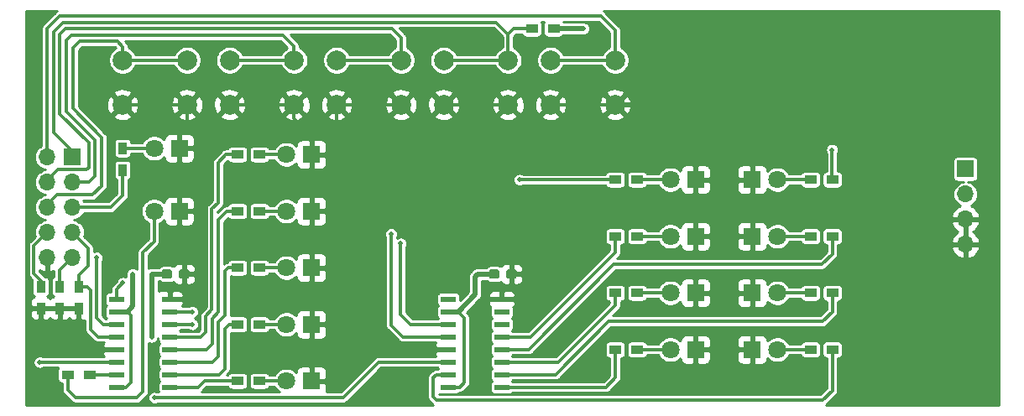
<source format=gbr>
G04 #@! TF.GenerationSoftware,KiCad,Pcbnew,(5.1.4)-1*
G04 #@! TF.CreationDate,2020-07-10T21:56:12+02:00*
G04 #@! TF.ProjectId,SBIO3,5342494f-332e-46b6-9963-61645f706362,rev?*
G04 #@! TF.SameCoordinates,Original*
G04 #@! TF.FileFunction,Copper,L1,Top*
G04 #@! TF.FilePolarity,Positive*
%FSLAX46Y46*%
G04 Gerber Fmt 4.6, Leading zero omitted, Abs format (unit mm)*
G04 Created by KiCad (PCBNEW (5.1.4)-1) date 2020-07-10 21:56:12*
%MOMM*%
%LPD*%
G04 APERTURE LIST*
%ADD10C,0.100000*%
%ADD11C,0.950000*%
%ADD12C,1.800000*%
%ADD13R,1.800000X1.800000*%
%ADD14C,2.000000*%
%ADD15R,1.200000X0.900000*%
%ADD16R,0.900000X1.200000*%
%ADD17O,1.700000X1.700000*%
%ADD18R,1.700000X1.700000*%
%ADD19R,1.500000X0.600000*%
%ADD20C,0.500000*%
%ADD21C,0.300000*%
%ADD22C,0.500000*%
%ADD23C,0.254000*%
G04 APERTURE END LIST*
D10*
G36*
X90720779Y-163356144D02*
G01*
X90743834Y-163359563D01*
X90766443Y-163365227D01*
X90788387Y-163373079D01*
X90809457Y-163383044D01*
X90829448Y-163395026D01*
X90848168Y-163408910D01*
X90865438Y-163424562D01*
X90881090Y-163441832D01*
X90894974Y-163460552D01*
X90906956Y-163480543D01*
X90916921Y-163501613D01*
X90924773Y-163523557D01*
X90930437Y-163546166D01*
X90933856Y-163569221D01*
X90935000Y-163592500D01*
X90935000Y-164067500D01*
X90933856Y-164090779D01*
X90930437Y-164113834D01*
X90924773Y-164136443D01*
X90916921Y-164158387D01*
X90906956Y-164179457D01*
X90894974Y-164199448D01*
X90881090Y-164218168D01*
X90865438Y-164235438D01*
X90848168Y-164251090D01*
X90829448Y-164264974D01*
X90809457Y-164276956D01*
X90788387Y-164286921D01*
X90766443Y-164294773D01*
X90743834Y-164300437D01*
X90720779Y-164303856D01*
X90697500Y-164305000D01*
X90122500Y-164305000D01*
X90099221Y-164303856D01*
X90076166Y-164300437D01*
X90053557Y-164294773D01*
X90031613Y-164286921D01*
X90010543Y-164276956D01*
X89990552Y-164264974D01*
X89971832Y-164251090D01*
X89954562Y-164235438D01*
X89938910Y-164218168D01*
X89925026Y-164199448D01*
X89913044Y-164179457D01*
X89903079Y-164158387D01*
X89895227Y-164136443D01*
X89889563Y-164113834D01*
X89886144Y-164090779D01*
X89885000Y-164067500D01*
X89885000Y-163592500D01*
X89886144Y-163569221D01*
X89889563Y-163546166D01*
X89895227Y-163523557D01*
X89903079Y-163501613D01*
X89913044Y-163480543D01*
X89925026Y-163460552D01*
X89938910Y-163441832D01*
X89954562Y-163424562D01*
X89971832Y-163408910D01*
X89990552Y-163395026D01*
X90010543Y-163383044D01*
X90031613Y-163373079D01*
X90053557Y-163365227D01*
X90076166Y-163359563D01*
X90099221Y-163356144D01*
X90122500Y-163355000D01*
X90697500Y-163355000D01*
X90720779Y-163356144D01*
X90720779Y-163356144D01*
G37*
D11*
X90410000Y-163830000D03*
D10*
G36*
X88970779Y-163356144D02*
G01*
X88993834Y-163359563D01*
X89016443Y-163365227D01*
X89038387Y-163373079D01*
X89059457Y-163383044D01*
X89079448Y-163395026D01*
X89098168Y-163408910D01*
X89115438Y-163424562D01*
X89131090Y-163441832D01*
X89144974Y-163460552D01*
X89156956Y-163480543D01*
X89166921Y-163501613D01*
X89174773Y-163523557D01*
X89180437Y-163546166D01*
X89183856Y-163569221D01*
X89185000Y-163592500D01*
X89185000Y-164067500D01*
X89183856Y-164090779D01*
X89180437Y-164113834D01*
X89174773Y-164136443D01*
X89166921Y-164158387D01*
X89156956Y-164179457D01*
X89144974Y-164199448D01*
X89131090Y-164218168D01*
X89115438Y-164235438D01*
X89098168Y-164251090D01*
X89079448Y-164264974D01*
X89059457Y-164276956D01*
X89038387Y-164286921D01*
X89016443Y-164294773D01*
X88993834Y-164300437D01*
X88970779Y-164303856D01*
X88947500Y-164305000D01*
X88372500Y-164305000D01*
X88349221Y-164303856D01*
X88326166Y-164300437D01*
X88303557Y-164294773D01*
X88281613Y-164286921D01*
X88260543Y-164276956D01*
X88240552Y-164264974D01*
X88221832Y-164251090D01*
X88204562Y-164235438D01*
X88188910Y-164218168D01*
X88175026Y-164199448D01*
X88163044Y-164179457D01*
X88153079Y-164158387D01*
X88145227Y-164136443D01*
X88139563Y-164113834D01*
X88136144Y-164090779D01*
X88135000Y-164067500D01*
X88135000Y-163592500D01*
X88136144Y-163569221D01*
X88139563Y-163546166D01*
X88145227Y-163523557D01*
X88153079Y-163501613D01*
X88163044Y-163480543D01*
X88175026Y-163460552D01*
X88188910Y-163441832D01*
X88204562Y-163424562D01*
X88221832Y-163408910D01*
X88240552Y-163395026D01*
X88260543Y-163383044D01*
X88281613Y-163373079D01*
X88303557Y-163365227D01*
X88326166Y-163359563D01*
X88349221Y-163356144D01*
X88372500Y-163355000D01*
X88947500Y-163355000D01*
X88970779Y-163356144D01*
X88970779Y-163356144D01*
G37*
D11*
X88660000Y-163830000D03*
D10*
G36*
X123740779Y-163356144D02*
G01*
X123763834Y-163359563D01*
X123786443Y-163365227D01*
X123808387Y-163373079D01*
X123829457Y-163383044D01*
X123849448Y-163395026D01*
X123868168Y-163408910D01*
X123885438Y-163424562D01*
X123901090Y-163441832D01*
X123914974Y-163460552D01*
X123926956Y-163480543D01*
X123936921Y-163501613D01*
X123944773Y-163523557D01*
X123950437Y-163546166D01*
X123953856Y-163569221D01*
X123955000Y-163592500D01*
X123955000Y-164067500D01*
X123953856Y-164090779D01*
X123950437Y-164113834D01*
X123944773Y-164136443D01*
X123936921Y-164158387D01*
X123926956Y-164179457D01*
X123914974Y-164199448D01*
X123901090Y-164218168D01*
X123885438Y-164235438D01*
X123868168Y-164251090D01*
X123849448Y-164264974D01*
X123829457Y-164276956D01*
X123808387Y-164286921D01*
X123786443Y-164294773D01*
X123763834Y-164300437D01*
X123740779Y-164303856D01*
X123717500Y-164305000D01*
X123142500Y-164305000D01*
X123119221Y-164303856D01*
X123096166Y-164300437D01*
X123073557Y-164294773D01*
X123051613Y-164286921D01*
X123030543Y-164276956D01*
X123010552Y-164264974D01*
X122991832Y-164251090D01*
X122974562Y-164235438D01*
X122958910Y-164218168D01*
X122945026Y-164199448D01*
X122933044Y-164179457D01*
X122923079Y-164158387D01*
X122915227Y-164136443D01*
X122909563Y-164113834D01*
X122906144Y-164090779D01*
X122905000Y-164067500D01*
X122905000Y-163592500D01*
X122906144Y-163569221D01*
X122909563Y-163546166D01*
X122915227Y-163523557D01*
X122923079Y-163501613D01*
X122933044Y-163480543D01*
X122945026Y-163460552D01*
X122958910Y-163441832D01*
X122974562Y-163424562D01*
X122991832Y-163408910D01*
X123010552Y-163395026D01*
X123030543Y-163383044D01*
X123051613Y-163373079D01*
X123073557Y-163365227D01*
X123096166Y-163359563D01*
X123119221Y-163356144D01*
X123142500Y-163355000D01*
X123717500Y-163355000D01*
X123740779Y-163356144D01*
X123740779Y-163356144D01*
G37*
D11*
X123430000Y-163830000D03*
D10*
G36*
X121990779Y-163356144D02*
G01*
X122013834Y-163359563D01*
X122036443Y-163365227D01*
X122058387Y-163373079D01*
X122079457Y-163383044D01*
X122099448Y-163395026D01*
X122118168Y-163408910D01*
X122135438Y-163424562D01*
X122151090Y-163441832D01*
X122164974Y-163460552D01*
X122176956Y-163480543D01*
X122186921Y-163501613D01*
X122194773Y-163523557D01*
X122200437Y-163546166D01*
X122203856Y-163569221D01*
X122205000Y-163592500D01*
X122205000Y-164067500D01*
X122203856Y-164090779D01*
X122200437Y-164113834D01*
X122194773Y-164136443D01*
X122186921Y-164158387D01*
X122176956Y-164179457D01*
X122164974Y-164199448D01*
X122151090Y-164218168D01*
X122135438Y-164235438D01*
X122118168Y-164251090D01*
X122099448Y-164264974D01*
X122079457Y-164276956D01*
X122058387Y-164286921D01*
X122036443Y-164294773D01*
X122013834Y-164300437D01*
X121990779Y-164303856D01*
X121967500Y-164305000D01*
X121392500Y-164305000D01*
X121369221Y-164303856D01*
X121346166Y-164300437D01*
X121323557Y-164294773D01*
X121301613Y-164286921D01*
X121280543Y-164276956D01*
X121260552Y-164264974D01*
X121241832Y-164251090D01*
X121224562Y-164235438D01*
X121208910Y-164218168D01*
X121195026Y-164199448D01*
X121183044Y-164179457D01*
X121173079Y-164158387D01*
X121165227Y-164136443D01*
X121159563Y-164113834D01*
X121156144Y-164090779D01*
X121155000Y-164067500D01*
X121155000Y-163592500D01*
X121156144Y-163569221D01*
X121159563Y-163546166D01*
X121165227Y-163523557D01*
X121173079Y-163501613D01*
X121183044Y-163480543D01*
X121195026Y-163460552D01*
X121208910Y-163441832D01*
X121224562Y-163424562D01*
X121241832Y-163408910D01*
X121260552Y-163395026D01*
X121280543Y-163383044D01*
X121301613Y-163373079D01*
X121323557Y-163365227D01*
X121346166Y-163359563D01*
X121369221Y-163356144D01*
X121392500Y-163355000D01*
X121967500Y-163355000D01*
X121990779Y-163356144D01*
X121990779Y-163356144D01*
G37*
D11*
X121680000Y-163830000D03*
D12*
X139446000Y-154305000D03*
D13*
X141986000Y-154305000D03*
D12*
X100711000Y-168910000D03*
D13*
X103251000Y-168910000D03*
D14*
X112291000Y-142240000D03*
X112291000Y-146740000D03*
X105791000Y-142240000D03*
X105791000Y-146740000D03*
D15*
X127676000Y-139065000D03*
X125476000Y-139065000D03*
D12*
X100711000Y-163195000D03*
D13*
X103251000Y-163195000D03*
D12*
X100711000Y-151765000D03*
D13*
X103251000Y-151765000D03*
D15*
X136101000Y-154305000D03*
X133901000Y-154305000D03*
X136101000Y-171450000D03*
X133901000Y-171450000D03*
X95801000Y-157480000D03*
X98001000Y-157480000D03*
D14*
X84201000Y-146740000D03*
X84201000Y-142240000D03*
X90701000Y-146740000D03*
X90701000Y-142240000D03*
D16*
X75946000Y-165100000D03*
X75946000Y-167300000D03*
D15*
X153586000Y-160020000D03*
X155786000Y-160020000D03*
X155786000Y-171450000D03*
X153586000Y-171450000D03*
D14*
X94996000Y-146740000D03*
X94996000Y-142240000D03*
X101496000Y-146740000D03*
X101496000Y-142240000D03*
D16*
X79756000Y-167300000D03*
X79756000Y-165100000D03*
X84201000Y-151130000D03*
X84201000Y-153330000D03*
D15*
X155786000Y-154305000D03*
X153586000Y-154305000D03*
X155786000Y-165735000D03*
X153586000Y-165735000D03*
D12*
X150241000Y-154305000D03*
D13*
X147701000Y-154305000D03*
D14*
X123086000Y-142240000D03*
X123086000Y-146740000D03*
X116586000Y-142240000D03*
X116586000Y-146740000D03*
D13*
X147701000Y-160020000D03*
D12*
X150241000Y-160020000D03*
D15*
X133901000Y-165735000D03*
X136101000Y-165735000D03*
X95801000Y-168910000D03*
X98001000Y-168910000D03*
D13*
X147701000Y-165735000D03*
D12*
X150241000Y-165735000D03*
D15*
X98001000Y-151765000D03*
X95801000Y-151765000D03*
D13*
X147701000Y-171450000D03*
D12*
X150241000Y-171450000D03*
D13*
X141986000Y-171450000D03*
D12*
X139446000Y-171450000D03*
X139446000Y-160020000D03*
D13*
X141986000Y-160020000D03*
D12*
X100711000Y-157480000D03*
D13*
X103251000Y-157480000D03*
X141986000Y-165735000D03*
D12*
X139446000Y-165735000D03*
D15*
X95801000Y-174625000D03*
X98001000Y-174625000D03*
D17*
X169227500Y-160845500D03*
X169227500Y-158305500D03*
X169227500Y-155765500D03*
D18*
X169227500Y-153225500D03*
D19*
X117061000Y-175260000D03*
X117061000Y-173990000D03*
X117061000Y-172720000D03*
X117061000Y-171450000D03*
X117061000Y-170180000D03*
X117061000Y-168910000D03*
X117061000Y-167640000D03*
X117061000Y-166370000D03*
X122461000Y-166370000D03*
X122461000Y-167640000D03*
X122461000Y-168910000D03*
X122461000Y-170180000D03*
X122461000Y-171450000D03*
X122461000Y-172720000D03*
X122461000Y-173990000D03*
X122461000Y-175260000D03*
D13*
X103251000Y-174625000D03*
D12*
X100711000Y-174625000D03*
D16*
X77851000Y-167300000D03*
X77851000Y-165100000D03*
D15*
X80856000Y-173990000D03*
X78656000Y-173990000D03*
X98001000Y-163195000D03*
X95801000Y-163195000D03*
D12*
X87376000Y-157480000D03*
D13*
X89916000Y-157480000D03*
D17*
X76581000Y-162179000D03*
X79121000Y-162179000D03*
X76581000Y-159639000D03*
X79121000Y-159639000D03*
X76581000Y-157099000D03*
X79121000Y-157099000D03*
X76581000Y-154559000D03*
X79121000Y-154559000D03*
X76581000Y-152019000D03*
D18*
X79121000Y-152019000D03*
D12*
X87376000Y-151130000D03*
D13*
X89916000Y-151130000D03*
D14*
X133881000Y-142240000D03*
X133881000Y-146740000D03*
X127381000Y-142240000D03*
X127381000Y-146740000D03*
D19*
X88966000Y-175260000D03*
X88966000Y-173990000D03*
X88966000Y-172720000D03*
X88966000Y-171450000D03*
X88966000Y-170180000D03*
X88966000Y-168910000D03*
X88966000Y-167640000D03*
X88966000Y-166370000D03*
X83566000Y-166370000D03*
X83566000Y-167640000D03*
X83566000Y-168910000D03*
X83566000Y-170180000D03*
X83566000Y-171450000D03*
X83566000Y-172720000D03*
X83566000Y-173990000D03*
X83566000Y-175260000D03*
D15*
X136101000Y-160020000D03*
X133901000Y-160020000D03*
D20*
X162941000Y-170561000D03*
X155829000Y-145288000D03*
X78359000Y-170180000D03*
X140589000Y-143573500D03*
X163449000Y-160337500D03*
X87122000Y-163830000D03*
X87122000Y-170180000D03*
X85217000Y-163830000D03*
X130683000Y-139065000D03*
X119761000Y-164465000D03*
X81580000Y-162179000D03*
X112251000Y-160760000D03*
X75851000Y-172730000D03*
X111301000Y-159770000D03*
X155771000Y-151290000D03*
X91241000Y-168910000D03*
X124251000Y-154320000D03*
X91241000Y-167640000D03*
X84231000Y-164740000D03*
X87391000Y-176320000D03*
D21*
X127381000Y-146740000D02*
X133881000Y-146740000D01*
X94996000Y-146740000D02*
X101496000Y-146740000D01*
X77851000Y-167300000D02*
X79756000Y-167300000D01*
X105791000Y-146740000D02*
X105791000Y-151130000D01*
X105156000Y-151765000D02*
X103251000Y-151765000D01*
D22*
X141986000Y-147828000D02*
X141986000Y-154305000D01*
D21*
X101496000Y-148105000D02*
X103251000Y-149860000D01*
X103251000Y-149860000D02*
X103251000Y-151765000D01*
X89916000Y-157480000D02*
X89916000Y-151130000D01*
X103251000Y-151765000D02*
X103251000Y-157480000D01*
X105791000Y-151130000D02*
X105156000Y-151765000D01*
D22*
X133881000Y-146740000D02*
X140898000Y-146740000D01*
D21*
X141986000Y-154305000D02*
X147701000Y-154305000D01*
X147701000Y-160020000D02*
X147701000Y-154305000D01*
X103251000Y-157480000D02*
X103251000Y-163195000D01*
X116586000Y-146740000D02*
X123086000Y-146740000D01*
X89916000Y-149485000D02*
X90701000Y-148700000D01*
X75946000Y-167300000D02*
X77851000Y-167300000D01*
X103251000Y-163195000D02*
X103251000Y-168910000D01*
X101496000Y-146740000D02*
X101496000Y-148105000D01*
X103251000Y-168910000D02*
X103251000Y-174625000D01*
D22*
X140898000Y-146740000D02*
X141986000Y-147828000D01*
D21*
X147701000Y-165735000D02*
X141986000Y-165735000D01*
X105791000Y-146740000D02*
X112291000Y-146740000D01*
X89916000Y-151130000D02*
X89916000Y-149485000D01*
X84201000Y-146740000D02*
X90701000Y-146740000D01*
X141986000Y-160020000D02*
X141986000Y-154305000D01*
X90701000Y-148700000D02*
X90701000Y-146740000D01*
D22*
X119761000Y-164465000D02*
X119761000Y-164084000D01*
X121680000Y-163830000D02*
X120015000Y-163830000D01*
X87122000Y-163830000D02*
X88660000Y-163830000D01*
X119761000Y-164084000D02*
X120015000Y-163830000D01*
D21*
X118681000Y-174770000D02*
X118681000Y-168290000D01*
D22*
X85217000Y-167094000D02*
X84671000Y-167640000D01*
X119761000Y-165910000D02*
X118031000Y-167640000D01*
D21*
X85071000Y-174740000D02*
X84551000Y-175260000D01*
D22*
X87122000Y-170180000D02*
X87122000Y-163830000D01*
D21*
X117061000Y-175260000D02*
X118191000Y-175260000D01*
X84551000Y-175260000D02*
X83566000Y-175260000D01*
X118681000Y-168290000D02*
X118031000Y-167640000D01*
D22*
X119761000Y-164465000D02*
X119761000Y-165910000D01*
X118031000Y-167640000D02*
X117061000Y-167640000D01*
D21*
X84671000Y-167640000D02*
X85071000Y-168040000D01*
D22*
X130683000Y-139065000D02*
X127676000Y-139065000D01*
D21*
X118191000Y-175260000D02*
X118681000Y-174770000D01*
X85071000Y-168040000D02*
X85071000Y-174740000D01*
D22*
X85217000Y-163830000D02*
X85217000Y-167094000D01*
X84671000Y-167640000D02*
X83566000Y-167640000D01*
D21*
X112251000Y-160760000D02*
X112251000Y-167920000D01*
X82221000Y-168910000D02*
X83566000Y-168910000D01*
X77851000Y-163449000D02*
X79121000Y-162179000D01*
X112251000Y-167920000D02*
X113241000Y-168910000D01*
X81580000Y-162179000D02*
X81580000Y-168269000D01*
X77851000Y-165100000D02*
X77851000Y-163449000D01*
X81580000Y-168269000D02*
X82221000Y-168910000D01*
X113241000Y-168910000D02*
X117061000Y-168910000D01*
X75946000Y-164495000D02*
X75261000Y-163810000D01*
X75946000Y-165100000D02*
X75946000Y-164495000D01*
X75261000Y-163810000D02*
X75261000Y-160959000D01*
X75261000Y-160959000D02*
X76581000Y-159639000D01*
X75861000Y-172720000D02*
X83566000Y-172720000D01*
X75851000Y-172730000D02*
X75861000Y-172720000D01*
X111301000Y-169030000D02*
X112451000Y-170180000D01*
X79756000Y-163945000D02*
X80731000Y-162970000D01*
X80731000Y-162970000D02*
X80731000Y-161249000D01*
X112451000Y-170180000D02*
X117061000Y-170180000D01*
X80971000Y-169440000D02*
X81711000Y-170180000D01*
X79756000Y-165100000D02*
X80631000Y-165100000D01*
X80731000Y-161249000D02*
X79121000Y-159639000D01*
X79756000Y-165100000D02*
X79756000Y-163945000D01*
X80631000Y-165100000D02*
X80971000Y-165440000D01*
X80971000Y-165440000D02*
X80971000Y-169440000D01*
X111301000Y-159770000D02*
X111301000Y-169030000D01*
X81711000Y-170180000D02*
X83566000Y-170180000D01*
X76581000Y-156860000D02*
X77611000Y-155830000D01*
X79181000Y-147130000D02*
X79181000Y-141020000D01*
X82071000Y-150020000D02*
X79181000Y-147130000D01*
X77611000Y-155830000D02*
X81171000Y-155830000D01*
X79181000Y-141020000D02*
X79851000Y-140350000D01*
X81171000Y-155830000D02*
X82071000Y-154930000D01*
X76581000Y-157099000D02*
X76581000Y-156860000D01*
X79851000Y-140350000D02*
X83661000Y-140350000D01*
X83661000Y-140350000D02*
X84201000Y-140890000D01*
X84201000Y-142240000D02*
X90701000Y-142240000D01*
X82071000Y-154930000D02*
X82071000Y-150020000D01*
X84201000Y-140890000D02*
X84201000Y-142240000D01*
X84201000Y-155930000D02*
X84201000Y-153330000D01*
X83032000Y-157099000D02*
X84201000Y-155930000D01*
X79121000Y-157099000D02*
X83032000Y-157099000D01*
X77881000Y-139680000D02*
X78471000Y-139090000D01*
X78471000Y-139090000D02*
X111371000Y-139090000D01*
X76581000Y-154360000D02*
X77641000Y-153300000D01*
X77641000Y-153300000D02*
X80571000Y-153300000D01*
X112291000Y-140010000D02*
X112291000Y-142240000D01*
X111371000Y-139090000D02*
X112291000Y-140010000D01*
X80571000Y-153300000D02*
X80801000Y-153070000D01*
X105791000Y-142240000D02*
X112291000Y-142240000D01*
X80801000Y-150570000D02*
X77881000Y-147650000D01*
X80801000Y-153070000D02*
X80801000Y-150570000D01*
X76581000Y-154559000D02*
X76581000Y-154360000D01*
X77881000Y-147650000D02*
X77881000Y-139680000D01*
X80812000Y-154559000D02*
X81441000Y-153930000D01*
X78531000Y-140240000D02*
X79051000Y-139720000D01*
X101496000Y-140865000D02*
X101496000Y-142240000D01*
X79121000Y-154559000D02*
X80812000Y-154559000D01*
X81441000Y-153930000D02*
X81441000Y-150330000D01*
X79051000Y-139720000D02*
X100351000Y-139720000D01*
X78531000Y-147420000D02*
X78531000Y-140240000D01*
X94996000Y-142240000D02*
X101496000Y-142240000D01*
X100351000Y-139720000D02*
X101496000Y-140865000D01*
X81441000Y-150330000D02*
X78531000Y-147420000D01*
X133881000Y-139215000D02*
X133881000Y-142240000D01*
X77851000Y-137795000D02*
X132461000Y-137795000D01*
X76581000Y-139065000D02*
X77851000Y-137795000D01*
X127381000Y-142240000D02*
X133881000Y-142240000D01*
X132461000Y-137795000D02*
X133881000Y-139215000D01*
X76581000Y-152019000D02*
X76581000Y-139065000D01*
X79121000Y-151430000D02*
X77221000Y-149530000D01*
X123086000Y-139655000D02*
X123086000Y-142240000D01*
X123676000Y-139065000D02*
X123086000Y-139655000D01*
X78171000Y-138430000D02*
X121861000Y-138430000D01*
X79121000Y-152019000D02*
X79121000Y-151430000D01*
X77221000Y-149530000D02*
X77221000Y-139380000D01*
X116586000Y-142240000D02*
X123086000Y-142240000D01*
X125476000Y-139065000D02*
X123676000Y-139065000D01*
X77221000Y-139380000D02*
X78171000Y-138430000D01*
X121861000Y-138430000D02*
X123086000Y-139655000D01*
X84201000Y-151130000D02*
X87376000Y-151130000D01*
X88966000Y-173990000D02*
X93901000Y-173990000D01*
X93901000Y-173990000D02*
X94501000Y-173390000D01*
X94971000Y-168910000D02*
X95801000Y-168910000D01*
X94501000Y-169380000D02*
X94971000Y-168910000D01*
X94501000Y-173390000D02*
X94501000Y-169380000D01*
X98001000Y-168910000D02*
X100711000Y-168910000D01*
X98001000Y-163195000D02*
X100711000Y-163195000D01*
X94861000Y-163195000D02*
X95801000Y-163195000D01*
X93871000Y-168670000D02*
X94511000Y-168030000D01*
X94511000Y-163545000D02*
X94861000Y-163195000D01*
X93281000Y-172720000D02*
X93871000Y-172130000D01*
X88966000Y-172720000D02*
X93281000Y-172720000D01*
X93871000Y-172130000D02*
X93871000Y-168670000D01*
X94511000Y-168030000D02*
X94511000Y-163545000D01*
X93841000Y-167700000D02*
X93841000Y-158370000D01*
X94731000Y-157480000D02*
X95801000Y-157480000D01*
X93221000Y-168320000D02*
X93841000Y-167700000D01*
X93841000Y-158370000D02*
X94731000Y-157480000D01*
X92631000Y-171450000D02*
X93221000Y-170860000D01*
X93221000Y-170860000D02*
X93221000Y-168320000D01*
X88966000Y-171450000D02*
X92631000Y-171450000D01*
X98001000Y-157480000D02*
X100711000Y-157480000D01*
X98001000Y-151765000D02*
X100711000Y-151765000D01*
X92091000Y-170180000D02*
X92551000Y-169720000D01*
X94636000Y-151765000D02*
X95801000Y-151765000D01*
X93211000Y-157260000D02*
X93841000Y-156630000D01*
X93841000Y-156630000D02*
X93841000Y-152560000D01*
X92551000Y-169720000D02*
X92551000Y-168070000D01*
X92551000Y-168070000D02*
X93211000Y-167410000D01*
X88966000Y-170180000D02*
X92091000Y-170180000D01*
X93841000Y-152560000D02*
X94636000Y-151765000D01*
X93211000Y-167410000D02*
X93211000Y-157260000D01*
X155771000Y-151290000D02*
X155771000Y-154290000D01*
X155771000Y-154290000D02*
X155786000Y-154305000D01*
X88966000Y-168910000D02*
X91241000Y-168910000D01*
X150241000Y-154305000D02*
X153586000Y-154305000D01*
X136101000Y-154305000D02*
X139446000Y-154305000D01*
X124251000Y-154320000D02*
X133886000Y-154320000D01*
X88966000Y-167640000D02*
X91241000Y-167640000D01*
X133886000Y-154320000D02*
X133901000Y-154305000D01*
X79481000Y-176330000D02*
X85631000Y-176330000D01*
X86231000Y-175730000D02*
X86231000Y-161660000D01*
X78656000Y-175505000D02*
X79481000Y-176330000D01*
X87376000Y-160515000D02*
X87376000Y-157480000D01*
X85631000Y-176330000D02*
X86231000Y-175730000D01*
X86231000Y-161660000D02*
X87376000Y-160515000D01*
X78656000Y-173990000D02*
X78656000Y-175505000D01*
X98001000Y-174625000D02*
X100711000Y-174625000D01*
X150241000Y-171450000D02*
X153586000Y-171450000D01*
X136101000Y-171450000D02*
X139446000Y-171450000D01*
X150241000Y-165735000D02*
X153586000Y-165735000D01*
X136101000Y-165735000D02*
X139446000Y-165735000D01*
X150241000Y-160020000D02*
X153586000Y-160020000D01*
X136101000Y-160020000D02*
X139446000Y-160020000D01*
X83566000Y-173990000D02*
X80856000Y-173990000D01*
X91821000Y-175260000D02*
X92456000Y-174625000D01*
X88966000Y-175260000D02*
X91821000Y-175260000D01*
X92456000Y-174625000D02*
X95801000Y-174625000D01*
X155786000Y-175615000D02*
X155786000Y-171450000D01*
X115871000Y-176570000D02*
X154831000Y-176570000D01*
X115511000Y-174300000D02*
X115511000Y-176210000D01*
X115511000Y-176210000D02*
X115871000Y-176570000D01*
X115821000Y-173990000D02*
X115511000Y-174300000D01*
X154831000Y-176570000D02*
X155786000Y-175615000D01*
X117061000Y-173990000D02*
X115821000Y-173990000D01*
X133901000Y-174300000D02*
X133901000Y-171450000D01*
X132941000Y-175260000D02*
X133901000Y-174300000D01*
X122461000Y-175260000D02*
X132941000Y-175260000D01*
X127881000Y-173990000D02*
X133251000Y-168620000D01*
X155786000Y-167655000D02*
X155786000Y-165735000D01*
X133251000Y-168620000D02*
X154821000Y-168620000D01*
X122461000Y-173990000D02*
X127881000Y-173990000D01*
X154821000Y-168620000D02*
X155786000Y-167655000D01*
X133901000Y-166960000D02*
X133901000Y-165735000D01*
X128141000Y-172720000D02*
X133901000Y-166960000D01*
X122461000Y-172720000D02*
X128141000Y-172720000D01*
X133761000Y-162840000D02*
X154751000Y-162840000D01*
X155786000Y-161805000D02*
X155786000Y-160020000D01*
X125151000Y-171450000D02*
X133761000Y-162840000D01*
X122461000Y-171450000D02*
X125151000Y-171450000D01*
X154751000Y-162840000D02*
X155786000Y-161805000D01*
X125351000Y-170180000D02*
X133901000Y-161630000D01*
X133901000Y-161630000D02*
X133901000Y-160020000D01*
X122461000Y-170180000D02*
X125351000Y-170180000D01*
X83566000Y-165405000D02*
X84231000Y-164740000D01*
X110021000Y-172720000D02*
X117061000Y-172720000D01*
X83566000Y-166370000D02*
X83566000Y-165405000D01*
X87391000Y-176320000D02*
X106421000Y-176320000D01*
X106421000Y-176320000D02*
X110021000Y-172720000D01*
D23*
G36*
X172593000Y-177038000D02*
G01*
X155170270Y-177038000D01*
X155240974Y-176979974D01*
X155259039Y-176957962D01*
X156173968Y-176043034D01*
X156195974Y-176024974D01*
X156268079Y-175937115D01*
X156321657Y-175836876D01*
X156338315Y-175781963D01*
X156354651Y-175728112D01*
X156361777Y-175655748D01*
X156363000Y-175643336D01*
X156363000Y-175643331D01*
X156365790Y-175615000D01*
X156363000Y-175586669D01*
X156363000Y-172329066D01*
X156386000Y-172329066D01*
X156469707Y-172320822D01*
X156550196Y-172296405D01*
X156624376Y-172256755D01*
X156689395Y-172203395D01*
X156742755Y-172138376D01*
X156782405Y-172064196D01*
X156806822Y-171983707D01*
X156815066Y-171900000D01*
X156815066Y-171000000D01*
X156806822Y-170916293D01*
X156782405Y-170835804D01*
X156742755Y-170761624D01*
X156689395Y-170696605D01*
X156624376Y-170643245D01*
X156550196Y-170603595D01*
X156469707Y-170579178D01*
X156386000Y-170570934D01*
X155186000Y-170570934D01*
X155102293Y-170579178D01*
X155021804Y-170603595D01*
X154947624Y-170643245D01*
X154882605Y-170696605D01*
X154829245Y-170761624D01*
X154789595Y-170835804D01*
X154765178Y-170916293D01*
X154756934Y-171000000D01*
X154756934Y-171900000D01*
X154765178Y-171983707D01*
X154789595Y-172064196D01*
X154829245Y-172138376D01*
X154882605Y-172203395D01*
X154947624Y-172256755D01*
X155021804Y-172296405D01*
X155102293Y-172320822D01*
X155186000Y-172329066D01*
X155209001Y-172329066D01*
X155209000Y-175375998D01*
X154591999Y-175993000D01*
X116110000Y-175993000D01*
X116088000Y-175970999D01*
X116088000Y-175924974D01*
X116146804Y-175956405D01*
X116227293Y-175980822D01*
X116311000Y-175989066D01*
X117811000Y-175989066D01*
X117894707Y-175980822D01*
X117975196Y-175956405D01*
X118049376Y-175916755D01*
X118114395Y-175863395D01*
X118136057Y-175837000D01*
X118162669Y-175837000D01*
X118191000Y-175839790D01*
X118219331Y-175837000D01*
X118219336Y-175837000D01*
X118249045Y-175834074D01*
X118304111Y-175828651D01*
X118348770Y-175815103D01*
X118412876Y-175795657D01*
X118513115Y-175742079D01*
X118600974Y-175669974D01*
X118619039Y-175647962D01*
X119068963Y-175198038D01*
X119090974Y-175179974D01*
X119163079Y-175092115D01*
X119216657Y-174991876D01*
X119236880Y-174925210D01*
X119249651Y-174883112D01*
X119260791Y-174770000D01*
X119258000Y-174741661D01*
X119258000Y-168318331D01*
X119260790Y-168290000D01*
X119257839Y-168260026D01*
X119253601Y-168217000D01*
X119249651Y-168176888D01*
X119223356Y-168090209D01*
X119216657Y-168068124D01*
X119163079Y-167967885D01*
X119090974Y-167880026D01*
X119068962Y-167861961D01*
X118917712Y-167710711D01*
X119958422Y-166670000D01*
X121072928Y-166670000D01*
X121085188Y-166794482D01*
X121121498Y-166914180D01*
X121180463Y-167024494D01*
X121259815Y-167121185D01*
X121318185Y-167169088D01*
X121314595Y-167175804D01*
X121290178Y-167256293D01*
X121281934Y-167340000D01*
X121281934Y-167940000D01*
X121290178Y-168023707D01*
X121314595Y-168104196D01*
X121354245Y-168178376D01*
X121407605Y-168243395D01*
X121446116Y-168275000D01*
X121407605Y-168306605D01*
X121354245Y-168371624D01*
X121314595Y-168445804D01*
X121290178Y-168526293D01*
X121281934Y-168610000D01*
X121281934Y-169210000D01*
X121290178Y-169293707D01*
X121314595Y-169374196D01*
X121354245Y-169448376D01*
X121407605Y-169513395D01*
X121446116Y-169545000D01*
X121407605Y-169576605D01*
X121354245Y-169641624D01*
X121314595Y-169715804D01*
X121290178Y-169796293D01*
X121281934Y-169880000D01*
X121281934Y-170480000D01*
X121290178Y-170563707D01*
X121314595Y-170644196D01*
X121354245Y-170718376D01*
X121407605Y-170783395D01*
X121446116Y-170815000D01*
X121407605Y-170846605D01*
X121354245Y-170911624D01*
X121314595Y-170985804D01*
X121290178Y-171066293D01*
X121281934Y-171150000D01*
X121281934Y-171750000D01*
X121290178Y-171833707D01*
X121314595Y-171914196D01*
X121354245Y-171988376D01*
X121407605Y-172053395D01*
X121446116Y-172085000D01*
X121407605Y-172116605D01*
X121354245Y-172181624D01*
X121314595Y-172255804D01*
X121290178Y-172336293D01*
X121281934Y-172420000D01*
X121281934Y-173020000D01*
X121290178Y-173103707D01*
X121314595Y-173184196D01*
X121354245Y-173258376D01*
X121407605Y-173323395D01*
X121446116Y-173355000D01*
X121407605Y-173386605D01*
X121354245Y-173451624D01*
X121314595Y-173525804D01*
X121290178Y-173606293D01*
X121281934Y-173690000D01*
X121281934Y-174290000D01*
X121290178Y-174373707D01*
X121314595Y-174454196D01*
X121354245Y-174528376D01*
X121407605Y-174593395D01*
X121446116Y-174625000D01*
X121407605Y-174656605D01*
X121354245Y-174721624D01*
X121314595Y-174795804D01*
X121290178Y-174876293D01*
X121281934Y-174960000D01*
X121281934Y-175560000D01*
X121290178Y-175643707D01*
X121314595Y-175724196D01*
X121354245Y-175798376D01*
X121407605Y-175863395D01*
X121472624Y-175916755D01*
X121546804Y-175956405D01*
X121627293Y-175980822D01*
X121711000Y-175989066D01*
X123211000Y-175989066D01*
X123294707Y-175980822D01*
X123375196Y-175956405D01*
X123449376Y-175916755D01*
X123514395Y-175863395D01*
X123536057Y-175837000D01*
X132912669Y-175837000D01*
X132941000Y-175839790D01*
X132969331Y-175837000D01*
X132969336Y-175837000D01*
X132999045Y-175834074D01*
X133054111Y-175828651D01*
X133098770Y-175815103D01*
X133162876Y-175795657D01*
X133263115Y-175742079D01*
X133350974Y-175669974D01*
X133369039Y-175647962D01*
X134288968Y-174728034D01*
X134310974Y-174709974D01*
X134333112Y-174683000D01*
X134362857Y-174646755D01*
X134383079Y-174622115D01*
X134436657Y-174521876D01*
X134451763Y-174472078D01*
X134469651Y-174413112D01*
X134476925Y-174339250D01*
X134478000Y-174328336D01*
X134478000Y-174328332D01*
X134480790Y-174300001D01*
X134478000Y-174271665D01*
X134478000Y-172329066D01*
X134501000Y-172329066D01*
X134584707Y-172320822D01*
X134665196Y-172296405D01*
X134739376Y-172256755D01*
X134804395Y-172203395D01*
X134857755Y-172138376D01*
X134897405Y-172064196D01*
X134921822Y-171983707D01*
X134930066Y-171900000D01*
X134930066Y-171000000D01*
X135071934Y-171000000D01*
X135071934Y-171900000D01*
X135080178Y-171983707D01*
X135104595Y-172064196D01*
X135144245Y-172138376D01*
X135197605Y-172203395D01*
X135262624Y-172256755D01*
X135336804Y-172296405D01*
X135417293Y-172320822D01*
X135501000Y-172329066D01*
X136701000Y-172329066D01*
X136784707Y-172320822D01*
X136865196Y-172296405D01*
X136939376Y-172256755D01*
X137004395Y-172203395D01*
X137057755Y-172138376D01*
X137097405Y-172064196D01*
X137108689Y-172027000D01*
X138248667Y-172027000D01*
X138270028Y-172078570D01*
X138415252Y-172295913D01*
X138600087Y-172480748D01*
X138817430Y-172625972D01*
X139058928Y-172726004D01*
X139315302Y-172777000D01*
X139576698Y-172777000D01*
X139833072Y-172726004D01*
X140074570Y-172625972D01*
X140291913Y-172480748D01*
X140448055Y-172324606D01*
X140447928Y-172350000D01*
X140460188Y-172474482D01*
X140496498Y-172594180D01*
X140555463Y-172704494D01*
X140634815Y-172801185D01*
X140731506Y-172880537D01*
X140841820Y-172939502D01*
X140961518Y-172975812D01*
X141086000Y-172988072D01*
X141700250Y-172985000D01*
X141859000Y-172826250D01*
X141859000Y-171577000D01*
X142113000Y-171577000D01*
X142113000Y-172826250D01*
X142271750Y-172985000D01*
X142886000Y-172988072D01*
X143010482Y-172975812D01*
X143130180Y-172939502D01*
X143240494Y-172880537D01*
X143337185Y-172801185D01*
X143416537Y-172704494D01*
X143475502Y-172594180D01*
X143511812Y-172474482D01*
X143524072Y-172350000D01*
X146162928Y-172350000D01*
X146175188Y-172474482D01*
X146211498Y-172594180D01*
X146270463Y-172704494D01*
X146349815Y-172801185D01*
X146446506Y-172880537D01*
X146556820Y-172939502D01*
X146676518Y-172975812D01*
X146801000Y-172988072D01*
X147415250Y-172985000D01*
X147574000Y-172826250D01*
X147574000Y-171577000D01*
X146324750Y-171577000D01*
X146166000Y-171735750D01*
X146162928Y-172350000D01*
X143524072Y-172350000D01*
X143521000Y-171735750D01*
X143362250Y-171577000D01*
X142113000Y-171577000D01*
X141859000Y-171577000D01*
X141839000Y-171577000D01*
X141839000Y-171323000D01*
X141859000Y-171323000D01*
X141859000Y-170073750D01*
X142113000Y-170073750D01*
X142113000Y-171323000D01*
X143362250Y-171323000D01*
X143521000Y-171164250D01*
X143524072Y-170550000D01*
X146162928Y-170550000D01*
X146166000Y-171164250D01*
X146324750Y-171323000D01*
X147574000Y-171323000D01*
X147574000Y-170073750D01*
X147828000Y-170073750D01*
X147828000Y-171323000D01*
X147848000Y-171323000D01*
X147848000Y-171577000D01*
X147828000Y-171577000D01*
X147828000Y-172826250D01*
X147986750Y-172985000D01*
X148601000Y-172988072D01*
X148725482Y-172975812D01*
X148845180Y-172939502D01*
X148955494Y-172880537D01*
X149052185Y-172801185D01*
X149131537Y-172704494D01*
X149190502Y-172594180D01*
X149226812Y-172474482D01*
X149239072Y-172350000D01*
X149238945Y-172324606D01*
X149395087Y-172480748D01*
X149612430Y-172625972D01*
X149853928Y-172726004D01*
X150110302Y-172777000D01*
X150371698Y-172777000D01*
X150628072Y-172726004D01*
X150869570Y-172625972D01*
X151086913Y-172480748D01*
X151271748Y-172295913D01*
X151416972Y-172078570D01*
X151438333Y-172027000D01*
X152578311Y-172027000D01*
X152589595Y-172064196D01*
X152629245Y-172138376D01*
X152682605Y-172203395D01*
X152747624Y-172256755D01*
X152821804Y-172296405D01*
X152902293Y-172320822D01*
X152986000Y-172329066D01*
X154186000Y-172329066D01*
X154269707Y-172320822D01*
X154350196Y-172296405D01*
X154424376Y-172256755D01*
X154489395Y-172203395D01*
X154542755Y-172138376D01*
X154582405Y-172064196D01*
X154606822Y-171983707D01*
X154615066Y-171900000D01*
X154615066Y-171000000D01*
X154606822Y-170916293D01*
X154582405Y-170835804D01*
X154542755Y-170761624D01*
X154489395Y-170696605D01*
X154424376Y-170643245D01*
X154350196Y-170603595D01*
X154269707Y-170579178D01*
X154186000Y-170570934D01*
X152986000Y-170570934D01*
X152902293Y-170579178D01*
X152821804Y-170603595D01*
X152747624Y-170643245D01*
X152682605Y-170696605D01*
X152629245Y-170761624D01*
X152589595Y-170835804D01*
X152578311Y-170873000D01*
X151438333Y-170873000D01*
X151416972Y-170821430D01*
X151271748Y-170604087D01*
X151086913Y-170419252D01*
X150869570Y-170274028D01*
X150628072Y-170173996D01*
X150371698Y-170123000D01*
X150110302Y-170123000D01*
X149853928Y-170173996D01*
X149612430Y-170274028D01*
X149395087Y-170419252D01*
X149238945Y-170575394D01*
X149239072Y-170550000D01*
X149226812Y-170425518D01*
X149190502Y-170305820D01*
X149131537Y-170195506D01*
X149052185Y-170098815D01*
X148955494Y-170019463D01*
X148845180Y-169960498D01*
X148725482Y-169924188D01*
X148601000Y-169911928D01*
X147986750Y-169915000D01*
X147828000Y-170073750D01*
X147574000Y-170073750D01*
X147415250Y-169915000D01*
X146801000Y-169911928D01*
X146676518Y-169924188D01*
X146556820Y-169960498D01*
X146446506Y-170019463D01*
X146349815Y-170098815D01*
X146270463Y-170195506D01*
X146211498Y-170305820D01*
X146175188Y-170425518D01*
X146162928Y-170550000D01*
X143524072Y-170550000D01*
X143511812Y-170425518D01*
X143475502Y-170305820D01*
X143416537Y-170195506D01*
X143337185Y-170098815D01*
X143240494Y-170019463D01*
X143130180Y-169960498D01*
X143010482Y-169924188D01*
X142886000Y-169911928D01*
X142271750Y-169915000D01*
X142113000Y-170073750D01*
X141859000Y-170073750D01*
X141700250Y-169915000D01*
X141086000Y-169911928D01*
X140961518Y-169924188D01*
X140841820Y-169960498D01*
X140731506Y-170019463D01*
X140634815Y-170098815D01*
X140555463Y-170195506D01*
X140496498Y-170305820D01*
X140460188Y-170425518D01*
X140447928Y-170550000D01*
X140448055Y-170575394D01*
X140291913Y-170419252D01*
X140074570Y-170274028D01*
X139833072Y-170173996D01*
X139576698Y-170123000D01*
X139315302Y-170123000D01*
X139058928Y-170173996D01*
X138817430Y-170274028D01*
X138600087Y-170419252D01*
X138415252Y-170604087D01*
X138270028Y-170821430D01*
X138248667Y-170873000D01*
X137108689Y-170873000D01*
X137097405Y-170835804D01*
X137057755Y-170761624D01*
X137004395Y-170696605D01*
X136939376Y-170643245D01*
X136865196Y-170603595D01*
X136784707Y-170579178D01*
X136701000Y-170570934D01*
X135501000Y-170570934D01*
X135417293Y-170579178D01*
X135336804Y-170603595D01*
X135262624Y-170643245D01*
X135197605Y-170696605D01*
X135144245Y-170761624D01*
X135104595Y-170835804D01*
X135080178Y-170916293D01*
X135071934Y-171000000D01*
X134930066Y-171000000D01*
X134921822Y-170916293D01*
X134897405Y-170835804D01*
X134857755Y-170761624D01*
X134804395Y-170696605D01*
X134739376Y-170643245D01*
X134665196Y-170603595D01*
X134584707Y-170579178D01*
X134501000Y-170570934D01*
X133301000Y-170570934D01*
X133217293Y-170579178D01*
X133136804Y-170603595D01*
X133062624Y-170643245D01*
X132997605Y-170696605D01*
X132944245Y-170761624D01*
X132904595Y-170835804D01*
X132880178Y-170916293D01*
X132871934Y-171000000D01*
X132871934Y-171900000D01*
X132880178Y-171983707D01*
X132904595Y-172064196D01*
X132944245Y-172138376D01*
X132997605Y-172203395D01*
X133062624Y-172256755D01*
X133136804Y-172296405D01*
X133217293Y-172320822D01*
X133301000Y-172329066D01*
X133324001Y-172329066D01*
X133324000Y-174060998D01*
X132701999Y-174683000D01*
X123536057Y-174683000D01*
X123514395Y-174656605D01*
X123475884Y-174625000D01*
X123514395Y-174593395D01*
X123536057Y-174567000D01*
X127852669Y-174567000D01*
X127881000Y-174569790D01*
X127909331Y-174567000D01*
X127909336Y-174567000D01*
X127939045Y-174564074D01*
X127994111Y-174558651D01*
X128038770Y-174545103D01*
X128102876Y-174525657D01*
X128203115Y-174472079D01*
X128290974Y-174399974D01*
X128309039Y-174377962D01*
X133490001Y-169197000D01*
X154792669Y-169197000D01*
X154821000Y-169199790D01*
X154849331Y-169197000D01*
X154849336Y-169197000D01*
X154879045Y-169194074D01*
X154934111Y-169188651D01*
X154978770Y-169175103D01*
X155042876Y-169155657D01*
X155143115Y-169102079D01*
X155230974Y-169029974D01*
X155249039Y-169007962D01*
X156173968Y-168083034D01*
X156195974Y-168064974D01*
X156215105Y-168041664D01*
X156231149Y-168022114D01*
X156268079Y-167977115D01*
X156321657Y-167876876D01*
X156354650Y-167768112D01*
X156363000Y-167683336D01*
X156363000Y-167683330D01*
X156365790Y-167655001D01*
X156363000Y-167626672D01*
X156363000Y-166614066D01*
X156386000Y-166614066D01*
X156469707Y-166605822D01*
X156550196Y-166581405D01*
X156624376Y-166541755D01*
X156689395Y-166488395D01*
X156742755Y-166423376D01*
X156782405Y-166349196D01*
X156806822Y-166268707D01*
X156815066Y-166185000D01*
X156815066Y-165285000D01*
X156806822Y-165201293D01*
X156782405Y-165120804D01*
X156742755Y-165046624D01*
X156689395Y-164981605D01*
X156624376Y-164928245D01*
X156550196Y-164888595D01*
X156469707Y-164864178D01*
X156386000Y-164855934D01*
X155186000Y-164855934D01*
X155102293Y-164864178D01*
X155021804Y-164888595D01*
X154947624Y-164928245D01*
X154882605Y-164981605D01*
X154829245Y-165046624D01*
X154789595Y-165120804D01*
X154765178Y-165201293D01*
X154756934Y-165285000D01*
X154756934Y-166185000D01*
X154765178Y-166268707D01*
X154789595Y-166349196D01*
X154829245Y-166423376D01*
X154882605Y-166488395D01*
X154947624Y-166541755D01*
X155021804Y-166581405D01*
X155102293Y-166605822D01*
X155186000Y-166614066D01*
X155209001Y-166614066D01*
X155209000Y-167415998D01*
X154581999Y-168043000D01*
X133634002Y-168043000D01*
X134288969Y-167388033D01*
X134310974Y-167369974D01*
X134335574Y-167340000D01*
X134361776Y-167308072D01*
X134383079Y-167282115D01*
X134436657Y-167181876D01*
X134469650Y-167073112D01*
X134478000Y-166988336D01*
X134478000Y-166988330D01*
X134480790Y-166960001D01*
X134478000Y-166931672D01*
X134478000Y-166614066D01*
X134501000Y-166614066D01*
X134584707Y-166605822D01*
X134665196Y-166581405D01*
X134739376Y-166541755D01*
X134804395Y-166488395D01*
X134857755Y-166423376D01*
X134897405Y-166349196D01*
X134921822Y-166268707D01*
X134930066Y-166185000D01*
X134930066Y-165285000D01*
X135071934Y-165285000D01*
X135071934Y-166185000D01*
X135080178Y-166268707D01*
X135104595Y-166349196D01*
X135144245Y-166423376D01*
X135197605Y-166488395D01*
X135262624Y-166541755D01*
X135336804Y-166581405D01*
X135417293Y-166605822D01*
X135501000Y-166614066D01*
X136701000Y-166614066D01*
X136784707Y-166605822D01*
X136865196Y-166581405D01*
X136939376Y-166541755D01*
X137004395Y-166488395D01*
X137057755Y-166423376D01*
X137097405Y-166349196D01*
X137108689Y-166312000D01*
X138248667Y-166312000D01*
X138270028Y-166363570D01*
X138415252Y-166580913D01*
X138600087Y-166765748D01*
X138817430Y-166910972D01*
X139058928Y-167011004D01*
X139315302Y-167062000D01*
X139576698Y-167062000D01*
X139833072Y-167011004D01*
X140074570Y-166910972D01*
X140291913Y-166765748D01*
X140448055Y-166609606D01*
X140447928Y-166635000D01*
X140460188Y-166759482D01*
X140496498Y-166879180D01*
X140555463Y-166989494D01*
X140634815Y-167086185D01*
X140731506Y-167165537D01*
X140841820Y-167224502D01*
X140961518Y-167260812D01*
X141086000Y-167273072D01*
X141700250Y-167270000D01*
X141859000Y-167111250D01*
X141859000Y-165862000D01*
X142113000Y-165862000D01*
X142113000Y-167111250D01*
X142271750Y-167270000D01*
X142886000Y-167273072D01*
X143010482Y-167260812D01*
X143130180Y-167224502D01*
X143240494Y-167165537D01*
X143337185Y-167086185D01*
X143416537Y-166989494D01*
X143475502Y-166879180D01*
X143511812Y-166759482D01*
X143524072Y-166635000D01*
X146162928Y-166635000D01*
X146175188Y-166759482D01*
X146211498Y-166879180D01*
X146270463Y-166989494D01*
X146349815Y-167086185D01*
X146446506Y-167165537D01*
X146556820Y-167224502D01*
X146676518Y-167260812D01*
X146801000Y-167273072D01*
X147415250Y-167270000D01*
X147574000Y-167111250D01*
X147574000Y-165862000D01*
X146324750Y-165862000D01*
X146166000Y-166020750D01*
X146162928Y-166635000D01*
X143524072Y-166635000D01*
X143521000Y-166020750D01*
X143362250Y-165862000D01*
X142113000Y-165862000D01*
X141859000Y-165862000D01*
X141839000Y-165862000D01*
X141839000Y-165608000D01*
X141859000Y-165608000D01*
X141859000Y-164358750D01*
X142113000Y-164358750D01*
X142113000Y-165608000D01*
X143362250Y-165608000D01*
X143521000Y-165449250D01*
X143524072Y-164835000D01*
X146162928Y-164835000D01*
X146166000Y-165449250D01*
X146324750Y-165608000D01*
X147574000Y-165608000D01*
X147574000Y-164358750D01*
X147828000Y-164358750D01*
X147828000Y-165608000D01*
X147848000Y-165608000D01*
X147848000Y-165862000D01*
X147828000Y-165862000D01*
X147828000Y-167111250D01*
X147986750Y-167270000D01*
X148601000Y-167273072D01*
X148725482Y-167260812D01*
X148845180Y-167224502D01*
X148955494Y-167165537D01*
X149052185Y-167086185D01*
X149131537Y-166989494D01*
X149190502Y-166879180D01*
X149226812Y-166759482D01*
X149239072Y-166635000D01*
X149238945Y-166609606D01*
X149395087Y-166765748D01*
X149612430Y-166910972D01*
X149853928Y-167011004D01*
X150110302Y-167062000D01*
X150371698Y-167062000D01*
X150628072Y-167011004D01*
X150869570Y-166910972D01*
X151086913Y-166765748D01*
X151271748Y-166580913D01*
X151416972Y-166363570D01*
X151438333Y-166312000D01*
X152578311Y-166312000D01*
X152589595Y-166349196D01*
X152629245Y-166423376D01*
X152682605Y-166488395D01*
X152747624Y-166541755D01*
X152821804Y-166581405D01*
X152902293Y-166605822D01*
X152986000Y-166614066D01*
X154186000Y-166614066D01*
X154269707Y-166605822D01*
X154350196Y-166581405D01*
X154424376Y-166541755D01*
X154489395Y-166488395D01*
X154542755Y-166423376D01*
X154582405Y-166349196D01*
X154606822Y-166268707D01*
X154615066Y-166185000D01*
X154615066Y-165285000D01*
X154606822Y-165201293D01*
X154582405Y-165120804D01*
X154542755Y-165046624D01*
X154489395Y-164981605D01*
X154424376Y-164928245D01*
X154350196Y-164888595D01*
X154269707Y-164864178D01*
X154186000Y-164855934D01*
X152986000Y-164855934D01*
X152902293Y-164864178D01*
X152821804Y-164888595D01*
X152747624Y-164928245D01*
X152682605Y-164981605D01*
X152629245Y-165046624D01*
X152589595Y-165120804D01*
X152578311Y-165158000D01*
X151438333Y-165158000D01*
X151416972Y-165106430D01*
X151271748Y-164889087D01*
X151086913Y-164704252D01*
X150869570Y-164559028D01*
X150628072Y-164458996D01*
X150371698Y-164408000D01*
X150110302Y-164408000D01*
X149853928Y-164458996D01*
X149612430Y-164559028D01*
X149395087Y-164704252D01*
X149238945Y-164860394D01*
X149239072Y-164835000D01*
X149226812Y-164710518D01*
X149190502Y-164590820D01*
X149131537Y-164480506D01*
X149052185Y-164383815D01*
X148955494Y-164304463D01*
X148845180Y-164245498D01*
X148725482Y-164209188D01*
X148601000Y-164196928D01*
X147986750Y-164200000D01*
X147828000Y-164358750D01*
X147574000Y-164358750D01*
X147415250Y-164200000D01*
X146801000Y-164196928D01*
X146676518Y-164209188D01*
X146556820Y-164245498D01*
X146446506Y-164304463D01*
X146349815Y-164383815D01*
X146270463Y-164480506D01*
X146211498Y-164590820D01*
X146175188Y-164710518D01*
X146162928Y-164835000D01*
X143524072Y-164835000D01*
X143511812Y-164710518D01*
X143475502Y-164590820D01*
X143416537Y-164480506D01*
X143337185Y-164383815D01*
X143240494Y-164304463D01*
X143130180Y-164245498D01*
X143010482Y-164209188D01*
X142886000Y-164196928D01*
X142271750Y-164200000D01*
X142113000Y-164358750D01*
X141859000Y-164358750D01*
X141700250Y-164200000D01*
X141086000Y-164196928D01*
X140961518Y-164209188D01*
X140841820Y-164245498D01*
X140731506Y-164304463D01*
X140634815Y-164383815D01*
X140555463Y-164480506D01*
X140496498Y-164590820D01*
X140460188Y-164710518D01*
X140447928Y-164835000D01*
X140448055Y-164860394D01*
X140291913Y-164704252D01*
X140074570Y-164559028D01*
X139833072Y-164458996D01*
X139576698Y-164408000D01*
X139315302Y-164408000D01*
X139058928Y-164458996D01*
X138817430Y-164559028D01*
X138600087Y-164704252D01*
X138415252Y-164889087D01*
X138270028Y-165106430D01*
X138248667Y-165158000D01*
X137108689Y-165158000D01*
X137097405Y-165120804D01*
X137057755Y-165046624D01*
X137004395Y-164981605D01*
X136939376Y-164928245D01*
X136865196Y-164888595D01*
X136784707Y-164864178D01*
X136701000Y-164855934D01*
X135501000Y-164855934D01*
X135417293Y-164864178D01*
X135336804Y-164888595D01*
X135262624Y-164928245D01*
X135197605Y-164981605D01*
X135144245Y-165046624D01*
X135104595Y-165120804D01*
X135080178Y-165201293D01*
X135071934Y-165285000D01*
X134930066Y-165285000D01*
X134921822Y-165201293D01*
X134897405Y-165120804D01*
X134857755Y-165046624D01*
X134804395Y-164981605D01*
X134739376Y-164928245D01*
X134665196Y-164888595D01*
X134584707Y-164864178D01*
X134501000Y-164855934D01*
X133301000Y-164855934D01*
X133217293Y-164864178D01*
X133136804Y-164888595D01*
X133062624Y-164928245D01*
X132997605Y-164981605D01*
X132944245Y-165046624D01*
X132904595Y-165120804D01*
X132880178Y-165201293D01*
X132871934Y-165285000D01*
X132871934Y-166185000D01*
X132880178Y-166268707D01*
X132904595Y-166349196D01*
X132944245Y-166423376D01*
X132997605Y-166488395D01*
X133062624Y-166541755D01*
X133136804Y-166581405D01*
X133217293Y-166605822D01*
X133301000Y-166614066D01*
X133324000Y-166614066D01*
X133324000Y-166720998D01*
X127901999Y-172143000D01*
X123536057Y-172143000D01*
X123514395Y-172116605D01*
X123475884Y-172085000D01*
X123514395Y-172053395D01*
X123536057Y-172027000D01*
X125122669Y-172027000D01*
X125151000Y-172029790D01*
X125179331Y-172027000D01*
X125179336Y-172027000D01*
X125209045Y-172024074D01*
X125264111Y-172018651D01*
X125308770Y-172005103D01*
X125372876Y-171985657D01*
X125473115Y-171932079D01*
X125560974Y-171859974D01*
X125579039Y-171837962D01*
X134000001Y-163417000D01*
X154722669Y-163417000D01*
X154751000Y-163419790D01*
X154779331Y-163417000D01*
X154779336Y-163417000D01*
X154809045Y-163414074D01*
X154864111Y-163408651D01*
X154908770Y-163395103D01*
X154972876Y-163375657D01*
X155073115Y-163322079D01*
X155160974Y-163249974D01*
X155179039Y-163227962D01*
X156173968Y-162233034D01*
X156195974Y-162214974D01*
X156216752Y-162189657D01*
X156237601Y-162164252D01*
X156268079Y-162127115D01*
X156321657Y-162026876D01*
X156342816Y-161957124D01*
X156354651Y-161918112D01*
X156365790Y-161805001D01*
X156363000Y-161776670D01*
X156363000Y-161202390D01*
X167786024Y-161202390D01*
X167830675Y-161349599D01*
X167955859Y-161612420D01*
X168129912Y-161845769D01*
X168346145Y-162040678D01*
X168596248Y-162189657D01*
X168870609Y-162286981D01*
X169100500Y-162166314D01*
X169100500Y-160972500D01*
X169354500Y-160972500D01*
X169354500Y-162166314D01*
X169584391Y-162286981D01*
X169858752Y-162189657D01*
X170108855Y-162040678D01*
X170325088Y-161845769D01*
X170499141Y-161612420D01*
X170624325Y-161349599D01*
X170668976Y-161202390D01*
X170547655Y-160972500D01*
X169354500Y-160972500D01*
X169100500Y-160972500D01*
X167907345Y-160972500D01*
X167786024Y-161202390D01*
X156363000Y-161202390D01*
X156363000Y-160899066D01*
X156386000Y-160899066D01*
X156469707Y-160890822D01*
X156550196Y-160866405D01*
X156624376Y-160826755D01*
X156689395Y-160773395D01*
X156742755Y-160708376D01*
X156782405Y-160634196D01*
X156806822Y-160553707D01*
X156815066Y-160470000D01*
X156815066Y-159570000D01*
X156806822Y-159486293D01*
X156782405Y-159405804D01*
X156742755Y-159331624D01*
X156689395Y-159266605D01*
X156624376Y-159213245D01*
X156550196Y-159173595D01*
X156469707Y-159149178D01*
X156386000Y-159140934D01*
X155186000Y-159140934D01*
X155102293Y-159149178D01*
X155021804Y-159173595D01*
X154947624Y-159213245D01*
X154882605Y-159266605D01*
X154829245Y-159331624D01*
X154789595Y-159405804D01*
X154765178Y-159486293D01*
X154756934Y-159570000D01*
X154756934Y-160470000D01*
X154765178Y-160553707D01*
X154789595Y-160634196D01*
X154829245Y-160708376D01*
X154882605Y-160773395D01*
X154947624Y-160826755D01*
X155021804Y-160866405D01*
X155102293Y-160890822D01*
X155186000Y-160899066D01*
X155209001Y-160899066D01*
X155209000Y-161565998D01*
X154511999Y-162263000D01*
X134084002Y-162263000D01*
X134288969Y-162058033D01*
X134310974Y-162039974D01*
X134383079Y-161952115D01*
X134436657Y-161851876D01*
X134461789Y-161769027D01*
X134469651Y-161743112D01*
X134480790Y-161630000D01*
X134478000Y-161601669D01*
X134478000Y-160899066D01*
X134501000Y-160899066D01*
X134584707Y-160890822D01*
X134665196Y-160866405D01*
X134739376Y-160826755D01*
X134804395Y-160773395D01*
X134857755Y-160708376D01*
X134897405Y-160634196D01*
X134921822Y-160553707D01*
X134930066Y-160470000D01*
X134930066Y-159570000D01*
X135071934Y-159570000D01*
X135071934Y-160470000D01*
X135080178Y-160553707D01*
X135104595Y-160634196D01*
X135144245Y-160708376D01*
X135197605Y-160773395D01*
X135262624Y-160826755D01*
X135336804Y-160866405D01*
X135417293Y-160890822D01*
X135501000Y-160899066D01*
X136701000Y-160899066D01*
X136784707Y-160890822D01*
X136865196Y-160866405D01*
X136939376Y-160826755D01*
X137004395Y-160773395D01*
X137057755Y-160708376D01*
X137097405Y-160634196D01*
X137108689Y-160597000D01*
X138248667Y-160597000D01*
X138270028Y-160648570D01*
X138415252Y-160865913D01*
X138600087Y-161050748D01*
X138817430Y-161195972D01*
X139058928Y-161296004D01*
X139315302Y-161347000D01*
X139576698Y-161347000D01*
X139833072Y-161296004D01*
X140074570Y-161195972D01*
X140291913Y-161050748D01*
X140448055Y-160894606D01*
X140447928Y-160920000D01*
X140460188Y-161044482D01*
X140496498Y-161164180D01*
X140555463Y-161274494D01*
X140634815Y-161371185D01*
X140731506Y-161450537D01*
X140841820Y-161509502D01*
X140961518Y-161545812D01*
X141086000Y-161558072D01*
X141700250Y-161555000D01*
X141859000Y-161396250D01*
X141859000Y-160147000D01*
X142113000Y-160147000D01*
X142113000Y-161396250D01*
X142271750Y-161555000D01*
X142886000Y-161558072D01*
X143010482Y-161545812D01*
X143130180Y-161509502D01*
X143240494Y-161450537D01*
X143337185Y-161371185D01*
X143416537Y-161274494D01*
X143475502Y-161164180D01*
X143511812Y-161044482D01*
X143524072Y-160920000D01*
X146162928Y-160920000D01*
X146175188Y-161044482D01*
X146211498Y-161164180D01*
X146270463Y-161274494D01*
X146349815Y-161371185D01*
X146446506Y-161450537D01*
X146556820Y-161509502D01*
X146676518Y-161545812D01*
X146801000Y-161558072D01*
X147415250Y-161555000D01*
X147574000Y-161396250D01*
X147574000Y-160147000D01*
X146324750Y-160147000D01*
X146166000Y-160305750D01*
X146162928Y-160920000D01*
X143524072Y-160920000D01*
X143521000Y-160305750D01*
X143362250Y-160147000D01*
X142113000Y-160147000D01*
X141859000Y-160147000D01*
X141839000Y-160147000D01*
X141839000Y-159893000D01*
X141859000Y-159893000D01*
X141859000Y-158643750D01*
X142113000Y-158643750D01*
X142113000Y-159893000D01*
X143362250Y-159893000D01*
X143521000Y-159734250D01*
X143524072Y-159120000D01*
X146162928Y-159120000D01*
X146166000Y-159734250D01*
X146324750Y-159893000D01*
X147574000Y-159893000D01*
X147574000Y-158643750D01*
X147828000Y-158643750D01*
X147828000Y-159893000D01*
X147848000Y-159893000D01*
X147848000Y-160147000D01*
X147828000Y-160147000D01*
X147828000Y-161396250D01*
X147986750Y-161555000D01*
X148601000Y-161558072D01*
X148725482Y-161545812D01*
X148845180Y-161509502D01*
X148955494Y-161450537D01*
X149052185Y-161371185D01*
X149131537Y-161274494D01*
X149190502Y-161164180D01*
X149226812Y-161044482D01*
X149239072Y-160920000D01*
X149238945Y-160894606D01*
X149395087Y-161050748D01*
X149612430Y-161195972D01*
X149853928Y-161296004D01*
X150110302Y-161347000D01*
X150371698Y-161347000D01*
X150628072Y-161296004D01*
X150869570Y-161195972D01*
X151086913Y-161050748D01*
X151271748Y-160865913D01*
X151416972Y-160648570D01*
X151438333Y-160597000D01*
X152578311Y-160597000D01*
X152589595Y-160634196D01*
X152629245Y-160708376D01*
X152682605Y-160773395D01*
X152747624Y-160826755D01*
X152821804Y-160866405D01*
X152902293Y-160890822D01*
X152986000Y-160899066D01*
X154186000Y-160899066D01*
X154269707Y-160890822D01*
X154350196Y-160866405D01*
X154424376Y-160826755D01*
X154489395Y-160773395D01*
X154542755Y-160708376D01*
X154582405Y-160634196D01*
X154606822Y-160553707D01*
X154615066Y-160470000D01*
X154615066Y-159570000D01*
X154606822Y-159486293D01*
X154582405Y-159405804D01*
X154542755Y-159331624D01*
X154489395Y-159266605D01*
X154424376Y-159213245D01*
X154350196Y-159173595D01*
X154269707Y-159149178D01*
X154186000Y-159140934D01*
X152986000Y-159140934D01*
X152902293Y-159149178D01*
X152821804Y-159173595D01*
X152747624Y-159213245D01*
X152682605Y-159266605D01*
X152629245Y-159331624D01*
X152589595Y-159405804D01*
X152578311Y-159443000D01*
X151438333Y-159443000D01*
X151416972Y-159391430D01*
X151271748Y-159174087D01*
X151086913Y-158989252D01*
X150869570Y-158844028D01*
X150628072Y-158743996D01*
X150371698Y-158693000D01*
X150110302Y-158693000D01*
X149853928Y-158743996D01*
X149612430Y-158844028D01*
X149395087Y-158989252D01*
X149238945Y-159145394D01*
X149239072Y-159120000D01*
X149226812Y-158995518D01*
X149190502Y-158875820D01*
X149131537Y-158765506D01*
X149052185Y-158668815D01*
X149044357Y-158662390D01*
X167786024Y-158662390D01*
X167830675Y-158809599D01*
X167955859Y-159072420D01*
X168129912Y-159305769D01*
X168346145Y-159500678D01*
X168471755Y-159575500D01*
X168346145Y-159650322D01*
X168129912Y-159845231D01*
X167955859Y-160078580D01*
X167830675Y-160341401D01*
X167786024Y-160488610D01*
X167907345Y-160718500D01*
X169100500Y-160718500D01*
X169100500Y-158432500D01*
X169354500Y-158432500D01*
X169354500Y-160718500D01*
X170547655Y-160718500D01*
X170668976Y-160488610D01*
X170624325Y-160341401D01*
X170499141Y-160078580D01*
X170325088Y-159845231D01*
X170108855Y-159650322D01*
X169983245Y-159575500D01*
X170108855Y-159500678D01*
X170325088Y-159305769D01*
X170499141Y-159072420D01*
X170624325Y-158809599D01*
X170668976Y-158662390D01*
X170547655Y-158432500D01*
X169354500Y-158432500D01*
X169100500Y-158432500D01*
X167907345Y-158432500D01*
X167786024Y-158662390D01*
X149044357Y-158662390D01*
X148955494Y-158589463D01*
X148845180Y-158530498D01*
X148725482Y-158494188D01*
X148601000Y-158481928D01*
X147986750Y-158485000D01*
X147828000Y-158643750D01*
X147574000Y-158643750D01*
X147415250Y-158485000D01*
X146801000Y-158481928D01*
X146676518Y-158494188D01*
X146556820Y-158530498D01*
X146446506Y-158589463D01*
X146349815Y-158668815D01*
X146270463Y-158765506D01*
X146211498Y-158875820D01*
X146175188Y-158995518D01*
X146162928Y-159120000D01*
X143524072Y-159120000D01*
X143511812Y-158995518D01*
X143475502Y-158875820D01*
X143416537Y-158765506D01*
X143337185Y-158668815D01*
X143240494Y-158589463D01*
X143130180Y-158530498D01*
X143010482Y-158494188D01*
X142886000Y-158481928D01*
X142271750Y-158485000D01*
X142113000Y-158643750D01*
X141859000Y-158643750D01*
X141700250Y-158485000D01*
X141086000Y-158481928D01*
X140961518Y-158494188D01*
X140841820Y-158530498D01*
X140731506Y-158589463D01*
X140634815Y-158668815D01*
X140555463Y-158765506D01*
X140496498Y-158875820D01*
X140460188Y-158995518D01*
X140447928Y-159120000D01*
X140448055Y-159145394D01*
X140291913Y-158989252D01*
X140074570Y-158844028D01*
X139833072Y-158743996D01*
X139576698Y-158693000D01*
X139315302Y-158693000D01*
X139058928Y-158743996D01*
X138817430Y-158844028D01*
X138600087Y-158989252D01*
X138415252Y-159174087D01*
X138270028Y-159391430D01*
X138248667Y-159443000D01*
X137108689Y-159443000D01*
X137097405Y-159405804D01*
X137057755Y-159331624D01*
X137004395Y-159266605D01*
X136939376Y-159213245D01*
X136865196Y-159173595D01*
X136784707Y-159149178D01*
X136701000Y-159140934D01*
X135501000Y-159140934D01*
X135417293Y-159149178D01*
X135336804Y-159173595D01*
X135262624Y-159213245D01*
X135197605Y-159266605D01*
X135144245Y-159331624D01*
X135104595Y-159405804D01*
X135080178Y-159486293D01*
X135071934Y-159570000D01*
X134930066Y-159570000D01*
X134921822Y-159486293D01*
X134897405Y-159405804D01*
X134857755Y-159331624D01*
X134804395Y-159266605D01*
X134739376Y-159213245D01*
X134665196Y-159173595D01*
X134584707Y-159149178D01*
X134501000Y-159140934D01*
X133301000Y-159140934D01*
X133217293Y-159149178D01*
X133136804Y-159173595D01*
X133062624Y-159213245D01*
X132997605Y-159266605D01*
X132944245Y-159331624D01*
X132904595Y-159405804D01*
X132880178Y-159486293D01*
X132871934Y-159570000D01*
X132871934Y-160470000D01*
X132880178Y-160553707D01*
X132904595Y-160634196D01*
X132944245Y-160708376D01*
X132997605Y-160773395D01*
X133062624Y-160826755D01*
X133136804Y-160866405D01*
X133217293Y-160890822D01*
X133301000Y-160899066D01*
X133324000Y-160899066D01*
X133324000Y-161390998D01*
X125111999Y-169603000D01*
X123536057Y-169603000D01*
X123514395Y-169576605D01*
X123475884Y-169545000D01*
X123514395Y-169513395D01*
X123567755Y-169448376D01*
X123607405Y-169374196D01*
X123631822Y-169293707D01*
X123640066Y-169210000D01*
X123640066Y-168610000D01*
X123631822Y-168526293D01*
X123607405Y-168445804D01*
X123567755Y-168371624D01*
X123514395Y-168306605D01*
X123475884Y-168275000D01*
X123514395Y-168243395D01*
X123567755Y-168178376D01*
X123607405Y-168104196D01*
X123631822Y-168023707D01*
X123640066Y-167940000D01*
X123640066Y-167340000D01*
X123631822Y-167256293D01*
X123607405Y-167175804D01*
X123603815Y-167169088D01*
X123662185Y-167121185D01*
X123741537Y-167024494D01*
X123800502Y-166914180D01*
X123836812Y-166794482D01*
X123849072Y-166670000D01*
X123846000Y-166655750D01*
X123687250Y-166497000D01*
X122588000Y-166497000D01*
X122588000Y-166517000D01*
X122334000Y-166517000D01*
X122334000Y-166497000D01*
X121234750Y-166497000D01*
X121076000Y-166655750D01*
X121072928Y-166670000D01*
X119958422Y-166670000D01*
X120216196Y-166412226D01*
X120242027Y-166391027D01*
X120326628Y-166287941D01*
X120389492Y-166170330D01*
X120419927Y-166070000D01*
X121072928Y-166070000D01*
X121076000Y-166084250D01*
X121234750Y-166243000D01*
X122334000Y-166243000D01*
X122334000Y-165593750D01*
X122588000Y-165593750D01*
X122588000Y-166243000D01*
X123687250Y-166243000D01*
X123846000Y-166084250D01*
X123849072Y-166070000D01*
X123836812Y-165945518D01*
X123800502Y-165825820D01*
X123741537Y-165715506D01*
X123662185Y-165618815D01*
X123565494Y-165539463D01*
X123455180Y-165480498D01*
X123335482Y-165444188D01*
X123211000Y-165431928D01*
X122746750Y-165435000D01*
X122588000Y-165593750D01*
X122334000Y-165593750D01*
X122175250Y-165435000D01*
X121711000Y-165431928D01*
X121586518Y-165444188D01*
X121466820Y-165480498D01*
X121356506Y-165539463D01*
X121259815Y-165618815D01*
X121180463Y-165715506D01*
X121121498Y-165825820D01*
X121085188Y-165945518D01*
X121072928Y-166070000D01*
X120419927Y-166070000D01*
X120428204Y-166042715D01*
X120438000Y-165943252D01*
X120438000Y-165943243D01*
X120441274Y-165910001D01*
X120438000Y-165876759D01*
X120438000Y-164507000D01*
X120895042Y-164507000D01*
X120921167Y-164538833D01*
X121022176Y-164621729D01*
X121137416Y-164683327D01*
X121262459Y-164721258D01*
X121392500Y-164734066D01*
X121967500Y-164734066D01*
X122097541Y-164721258D01*
X122222584Y-164683327D01*
X122337824Y-164621729D01*
X122349260Y-164612344D01*
X122374463Y-164659494D01*
X122453815Y-164756185D01*
X122550506Y-164835537D01*
X122660820Y-164894502D01*
X122780518Y-164930812D01*
X122905000Y-164943072D01*
X123144250Y-164940000D01*
X123303000Y-164781250D01*
X123303000Y-163957000D01*
X123557000Y-163957000D01*
X123557000Y-164781250D01*
X123715750Y-164940000D01*
X123955000Y-164943072D01*
X124079482Y-164930812D01*
X124199180Y-164894502D01*
X124309494Y-164835537D01*
X124406185Y-164756185D01*
X124485537Y-164659494D01*
X124544502Y-164549180D01*
X124580812Y-164429482D01*
X124593072Y-164305000D01*
X124590000Y-164115750D01*
X124431250Y-163957000D01*
X123557000Y-163957000D01*
X123303000Y-163957000D01*
X123283000Y-163957000D01*
X123283000Y-163703000D01*
X123303000Y-163703000D01*
X123303000Y-162878750D01*
X123557000Y-162878750D01*
X123557000Y-163703000D01*
X124431250Y-163703000D01*
X124590000Y-163544250D01*
X124593072Y-163355000D01*
X124580812Y-163230518D01*
X124544502Y-163110820D01*
X124485537Y-163000506D01*
X124406185Y-162903815D01*
X124309494Y-162824463D01*
X124199180Y-162765498D01*
X124079482Y-162729188D01*
X123955000Y-162716928D01*
X123715750Y-162720000D01*
X123557000Y-162878750D01*
X123303000Y-162878750D01*
X123144250Y-162720000D01*
X122905000Y-162716928D01*
X122780518Y-162729188D01*
X122660820Y-162765498D01*
X122550506Y-162824463D01*
X122453815Y-162903815D01*
X122374463Y-163000506D01*
X122349260Y-163047656D01*
X122337824Y-163038271D01*
X122222584Y-162976673D01*
X122097541Y-162938742D01*
X121967500Y-162925934D01*
X121392500Y-162925934D01*
X121262459Y-162938742D01*
X121137416Y-162976673D01*
X121022176Y-163038271D01*
X120921167Y-163121167D01*
X120895042Y-163153000D01*
X120048241Y-163153000D01*
X120014999Y-163149726D01*
X119981757Y-163153000D01*
X119981748Y-163153000D01*
X119882285Y-163162796D01*
X119754670Y-163201508D01*
X119637059Y-163264372D01*
X119533973Y-163348973D01*
X119512770Y-163374809D01*
X119305801Y-163581777D01*
X119279974Y-163602973D01*
X119195372Y-163706059D01*
X119132508Y-163823670D01*
X119093796Y-163951285D01*
X119084000Y-164050748D01*
X119084000Y-164050755D01*
X119080726Y-164084000D01*
X119084000Y-164117245D01*
X119084000Y-164431749D01*
X119084001Y-165629577D01*
X118240066Y-166473512D01*
X118240066Y-166070000D01*
X118231822Y-165986293D01*
X118207405Y-165905804D01*
X118167755Y-165831624D01*
X118114395Y-165766605D01*
X118049376Y-165713245D01*
X117975196Y-165673595D01*
X117894707Y-165649178D01*
X117811000Y-165640934D01*
X116311000Y-165640934D01*
X116227293Y-165649178D01*
X116146804Y-165673595D01*
X116072624Y-165713245D01*
X116007605Y-165766605D01*
X115954245Y-165831624D01*
X115914595Y-165905804D01*
X115890178Y-165986293D01*
X115881934Y-166070000D01*
X115881934Y-166670000D01*
X115890178Y-166753707D01*
X115914595Y-166834196D01*
X115954245Y-166908376D01*
X116007605Y-166973395D01*
X116046116Y-167005000D01*
X116007605Y-167036605D01*
X115954245Y-167101624D01*
X115914595Y-167175804D01*
X115890178Y-167256293D01*
X115881934Y-167340000D01*
X115881934Y-167940000D01*
X115890178Y-168023707D01*
X115914595Y-168104196D01*
X115954245Y-168178376D01*
X116007605Y-168243395D01*
X116046116Y-168275000D01*
X116007605Y-168306605D01*
X115985943Y-168333000D01*
X113480001Y-168333000D01*
X112828000Y-167680999D01*
X112828000Y-161115027D01*
X112850950Y-161080680D01*
X112901984Y-160957474D01*
X112928000Y-160826679D01*
X112928000Y-160693321D01*
X112901984Y-160562526D01*
X112850950Y-160439320D01*
X112776860Y-160328437D01*
X112682563Y-160234140D01*
X112571680Y-160160050D01*
X112448474Y-160109016D01*
X112317679Y-160083000D01*
X112184321Y-160083000D01*
X112053526Y-160109016D01*
X111930320Y-160160050D01*
X111878000Y-160195009D01*
X111878000Y-160125027D01*
X111900950Y-160090680D01*
X111951984Y-159967474D01*
X111978000Y-159836679D01*
X111978000Y-159703321D01*
X111951984Y-159572526D01*
X111900950Y-159449320D01*
X111826860Y-159338437D01*
X111732563Y-159244140D01*
X111621680Y-159170050D01*
X111498474Y-159119016D01*
X111367679Y-159093000D01*
X111234321Y-159093000D01*
X111103526Y-159119016D01*
X110980320Y-159170050D01*
X110869437Y-159244140D01*
X110775140Y-159338437D01*
X110701050Y-159449320D01*
X110650016Y-159572526D01*
X110624000Y-159703321D01*
X110624000Y-159836679D01*
X110650016Y-159967474D01*
X110701050Y-160090680D01*
X110724000Y-160125027D01*
X110724001Y-169001659D01*
X110721210Y-169030000D01*
X110732349Y-169143111D01*
X110761111Y-169237922D01*
X110765344Y-169251876D01*
X110818922Y-169352115D01*
X110837044Y-169374196D01*
X110872963Y-169417964D01*
X110872966Y-169417967D01*
X110891027Y-169439974D01*
X110913034Y-169458035D01*
X112022961Y-170567962D01*
X112041026Y-170589974D01*
X112128885Y-170662079D01*
X112203228Y-170701816D01*
X112229123Y-170715657D01*
X112337888Y-170748651D01*
X112451000Y-170759791D01*
X112479339Y-170757000D01*
X115812064Y-170757000D01*
X115780463Y-170795506D01*
X115721498Y-170905820D01*
X115685188Y-171025518D01*
X115672928Y-171150000D01*
X115676000Y-171164250D01*
X115834750Y-171323000D01*
X116934000Y-171323000D01*
X116934000Y-171303000D01*
X117188000Y-171303000D01*
X117188000Y-171323000D01*
X117208000Y-171323000D01*
X117208000Y-171577000D01*
X117188000Y-171577000D01*
X117188000Y-171597000D01*
X116934000Y-171597000D01*
X116934000Y-171577000D01*
X115834750Y-171577000D01*
X115676000Y-171735750D01*
X115672928Y-171750000D01*
X115685188Y-171874482D01*
X115721498Y-171994180D01*
X115780463Y-172104494D01*
X115812064Y-172143000D01*
X110049331Y-172143000D01*
X110021000Y-172140210D01*
X109992669Y-172143000D01*
X109992664Y-172143000D01*
X109965886Y-172145637D01*
X109907888Y-172151349D01*
X109843782Y-172170796D01*
X109799124Y-172184343D01*
X109698885Y-172237921D01*
X109611026Y-172310026D01*
X109592963Y-172332036D01*
X106181999Y-175743000D01*
X104748444Y-175743000D01*
X104776812Y-175649482D01*
X104789072Y-175525000D01*
X104786000Y-174910750D01*
X104627250Y-174752000D01*
X103378000Y-174752000D01*
X103378000Y-174772000D01*
X103124000Y-174772000D01*
X103124000Y-174752000D01*
X103104000Y-174752000D01*
X103104000Y-174498000D01*
X103124000Y-174498000D01*
X103124000Y-173248750D01*
X103378000Y-173248750D01*
X103378000Y-174498000D01*
X104627250Y-174498000D01*
X104786000Y-174339250D01*
X104789072Y-173725000D01*
X104776812Y-173600518D01*
X104740502Y-173480820D01*
X104681537Y-173370506D01*
X104602185Y-173273815D01*
X104505494Y-173194463D01*
X104395180Y-173135498D01*
X104275482Y-173099188D01*
X104151000Y-173086928D01*
X103536750Y-173090000D01*
X103378000Y-173248750D01*
X103124000Y-173248750D01*
X102965250Y-173090000D01*
X102351000Y-173086928D01*
X102226518Y-173099188D01*
X102106820Y-173135498D01*
X101996506Y-173194463D01*
X101899815Y-173273815D01*
X101820463Y-173370506D01*
X101761498Y-173480820D01*
X101725188Y-173600518D01*
X101712928Y-173725000D01*
X101713055Y-173750394D01*
X101556913Y-173594252D01*
X101339570Y-173449028D01*
X101098072Y-173348996D01*
X100841698Y-173298000D01*
X100580302Y-173298000D01*
X100323928Y-173348996D01*
X100082430Y-173449028D01*
X99865087Y-173594252D01*
X99680252Y-173779087D01*
X99535028Y-173996430D01*
X99513667Y-174048000D01*
X99008689Y-174048000D01*
X98997405Y-174010804D01*
X98957755Y-173936624D01*
X98904395Y-173871605D01*
X98839376Y-173818245D01*
X98765196Y-173778595D01*
X98684707Y-173754178D01*
X98601000Y-173745934D01*
X97401000Y-173745934D01*
X97317293Y-173754178D01*
X97236804Y-173778595D01*
X97162624Y-173818245D01*
X97097605Y-173871605D01*
X97044245Y-173936624D01*
X97004595Y-174010804D01*
X96980178Y-174091293D01*
X96971934Y-174175000D01*
X96971934Y-175075000D01*
X96980178Y-175158707D01*
X97004595Y-175239196D01*
X97044245Y-175313376D01*
X97097605Y-175378395D01*
X97162624Y-175431755D01*
X97236804Y-175471405D01*
X97317293Y-175495822D01*
X97401000Y-175504066D01*
X98601000Y-175504066D01*
X98684707Y-175495822D01*
X98765196Y-175471405D01*
X98839376Y-175431755D01*
X98904395Y-175378395D01*
X98957755Y-175313376D01*
X98997405Y-175239196D01*
X99008689Y-175202000D01*
X99513667Y-175202000D01*
X99535028Y-175253570D01*
X99680252Y-175470913D01*
X99865087Y-175655748D01*
X99995669Y-175743000D01*
X92141392Y-175743000D01*
X92143115Y-175742079D01*
X92230974Y-175669974D01*
X92249039Y-175647962D01*
X92695001Y-175202000D01*
X94793311Y-175202000D01*
X94804595Y-175239196D01*
X94844245Y-175313376D01*
X94897605Y-175378395D01*
X94962624Y-175431755D01*
X95036804Y-175471405D01*
X95117293Y-175495822D01*
X95201000Y-175504066D01*
X96401000Y-175504066D01*
X96484707Y-175495822D01*
X96565196Y-175471405D01*
X96639376Y-175431755D01*
X96704395Y-175378395D01*
X96757755Y-175313376D01*
X96797405Y-175239196D01*
X96821822Y-175158707D01*
X96830066Y-175075000D01*
X96830066Y-174175000D01*
X96821822Y-174091293D01*
X96797405Y-174010804D01*
X96757755Y-173936624D01*
X96704395Y-173871605D01*
X96639376Y-173818245D01*
X96565196Y-173778595D01*
X96484707Y-173754178D01*
X96401000Y-173745934D01*
X95201000Y-173745934D01*
X95117293Y-173754178D01*
X95036804Y-173778595D01*
X94962624Y-173818245D01*
X94897605Y-173871605D01*
X94844245Y-173936624D01*
X94804595Y-174010804D01*
X94793311Y-174048000D01*
X94659002Y-174048000D01*
X94888968Y-173818034D01*
X94910974Y-173799974D01*
X94983079Y-173712115D01*
X95036657Y-173611876D01*
X95069650Y-173503112D01*
X95078000Y-173418336D01*
X95078000Y-173418330D01*
X95080790Y-173390001D01*
X95078000Y-173361672D01*
X95078000Y-169768902D01*
X95117293Y-169780822D01*
X95201000Y-169789066D01*
X96401000Y-169789066D01*
X96484707Y-169780822D01*
X96565196Y-169756405D01*
X96639376Y-169716755D01*
X96704395Y-169663395D01*
X96757755Y-169598376D01*
X96797405Y-169524196D01*
X96821822Y-169443707D01*
X96830066Y-169360000D01*
X96830066Y-168460000D01*
X96971934Y-168460000D01*
X96971934Y-169360000D01*
X96980178Y-169443707D01*
X97004595Y-169524196D01*
X97044245Y-169598376D01*
X97097605Y-169663395D01*
X97162624Y-169716755D01*
X97236804Y-169756405D01*
X97317293Y-169780822D01*
X97401000Y-169789066D01*
X98601000Y-169789066D01*
X98684707Y-169780822D01*
X98765196Y-169756405D01*
X98839376Y-169716755D01*
X98904395Y-169663395D01*
X98957755Y-169598376D01*
X98997405Y-169524196D01*
X99008689Y-169487000D01*
X99513667Y-169487000D01*
X99535028Y-169538570D01*
X99680252Y-169755913D01*
X99865087Y-169940748D01*
X100082430Y-170085972D01*
X100323928Y-170186004D01*
X100580302Y-170237000D01*
X100841698Y-170237000D01*
X101098072Y-170186004D01*
X101339570Y-170085972D01*
X101556913Y-169940748D01*
X101713055Y-169784606D01*
X101712928Y-169810000D01*
X101725188Y-169934482D01*
X101761498Y-170054180D01*
X101820463Y-170164494D01*
X101899815Y-170261185D01*
X101996506Y-170340537D01*
X102106820Y-170399502D01*
X102226518Y-170435812D01*
X102351000Y-170448072D01*
X102965250Y-170445000D01*
X103124000Y-170286250D01*
X103124000Y-169037000D01*
X103378000Y-169037000D01*
X103378000Y-170286250D01*
X103536750Y-170445000D01*
X104151000Y-170448072D01*
X104275482Y-170435812D01*
X104395180Y-170399502D01*
X104505494Y-170340537D01*
X104602185Y-170261185D01*
X104681537Y-170164494D01*
X104740502Y-170054180D01*
X104776812Y-169934482D01*
X104789072Y-169810000D01*
X104786000Y-169195750D01*
X104627250Y-169037000D01*
X103378000Y-169037000D01*
X103124000Y-169037000D01*
X103104000Y-169037000D01*
X103104000Y-168783000D01*
X103124000Y-168783000D01*
X103124000Y-167533750D01*
X103378000Y-167533750D01*
X103378000Y-168783000D01*
X104627250Y-168783000D01*
X104786000Y-168624250D01*
X104789072Y-168010000D01*
X104776812Y-167885518D01*
X104740502Y-167765820D01*
X104681537Y-167655506D01*
X104602185Y-167558815D01*
X104505494Y-167479463D01*
X104395180Y-167420498D01*
X104275482Y-167384188D01*
X104151000Y-167371928D01*
X103536750Y-167375000D01*
X103378000Y-167533750D01*
X103124000Y-167533750D01*
X102965250Y-167375000D01*
X102351000Y-167371928D01*
X102226518Y-167384188D01*
X102106820Y-167420498D01*
X101996506Y-167479463D01*
X101899815Y-167558815D01*
X101820463Y-167655506D01*
X101761498Y-167765820D01*
X101725188Y-167885518D01*
X101712928Y-168010000D01*
X101713055Y-168035394D01*
X101556913Y-167879252D01*
X101339570Y-167734028D01*
X101098072Y-167633996D01*
X100841698Y-167583000D01*
X100580302Y-167583000D01*
X100323928Y-167633996D01*
X100082430Y-167734028D01*
X99865087Y-167879252D01*
X99680252Y-168064087D01*
X99535028Y-168281430D01*
X99513667Y-168333000D01*
X99008689Y-168333000D01*
X98997405Y-168295804D01*
X98957755Y-168221624D01*
X98904395Y-168156605D01*
X98839376Y-168103245D01*
X98765196Y-168063595D01*
X98684707Y-168039178D01*
X98601000Y-168030934D01*
X97401000Y-168030934D01*
X97317293Y-168039178D01*
X97236804Y-168063595D01*
X97162624Y-168103245D01*
X97097605Y-168156605D01*
X97044245Y-168221624D01*
X97004595Y-168295804D01*
X96980178Y-168376293D01*
X96971934Y-168460000D01*
X96830066Y-168460000D01*
X96821822Y-168376293D01*
X96797405Y-168295804D01*
X96757755Y-168221624D01*
X96704395Y-168156605D01*
X96639376Y-168103245D01*
X96565196Y-168063595D01*
X96484707Y-168039178D01*
X96401000Y-168030934D01*
X95201000Y-168030934D01*
X95117293Y-168039178D01*
X95089043Y-168047748D01*
X95090791Y-168030000D01*
X95088000Y-168001661D01*
X95088000Y-164056936D01*
X95117293Y-164065822D01*
X95201000Y-164074066D01*
X96401000Y-164074066D01*
X96484707Y-164065822D01*
X96565196Y-164041405D01*
X96639376Y-164001755D01*
X96704395Y-163948395D01*
X96757755Y-163883376D01*
X96797405Y-163809196D01*
X96821822Y-163728707D01*
X96830066Y-163645000D01*
X96830066Y-162745000D01*
X96971934Y-162745000D01*
X96971934Y-163645000D01*
X96980178Y-163728707D01*
X97004595Y-163809196D01*
X97044245Y-163883376D01*
X97097605Y-163948395D01*
X97162624Y-164001755D01*
X97236804Y-164041405D01*
X97317293Y-164065822D01*
X97401000Y-164074066D01*
X98601000Y-164074066D01*
X98684707Y-164065822D01*
X98765196Y-164041405D01*
X98839376Y-164001755D01*
X98904395Y-163948395D01*
X98957755Y-163883376D01*
X98997405Y-163809196D01*
X99008689Y-163772000D01*
X99513667Y-163772000D01*
X99535028Y-163823570D01*
X99680252Y-164040913D01*
X99865087Y-164225748D01*
X100082430Y-164370972D01*
X100323928Y-164471004D01*
X100580302Y-164522000D01*
X100841698Y-164522000D01*
X101098072Y-164471004D01*
X101339570Y-164370972D01*
X101556913Y-164225748D01*
X101713055Y-164069606D01*
X101712928Y-164095000D01*
X101725188Y-164219482D01*
X101761498Y-164339180D01*
X101820463Y-164449494D01*
X101899815Y-164546185D01*
X101996506Y-164625537D01*
X102106820Y-164684502D01*
X102226518Y-164720812D01*
X102351000Y-164733072D01*
X102965250Y-164730000D01*
X103124000Y-164571250D01*
X103124000Y-163322000D01*
X103378000Y-163322000D01*
X103378000Y-164571250D01*
X103536750Y-164730000D01*
X104151000Y-164733072D01*
X104275482Y-164720812D01*
X104395180Y-164684502D01*
X104505494Y-164625537D01*
X104602185Y-164546185D01*
X104681537Y-164449494D01*
X104740502Y-164339180D01*
X104776812Y-164219482D01*
X104789072Y-164095000D01*
X104786000Y-163480750D01*
X104627250Y-163322000D01*
X103378000Y-163322000D01*
X103124000Y-163322000D01*
X103104000Y-163322000D01*
X103104000Y-163068000D01*
X103124000Y-163068000D01*
X103124000Y-161818750D01*
X103378000Y-161818750D01*
X103378000Y-163068000D01*
X104627250Y-163068000D01*
X104786000Y-162909250D01*
X104789072Y-162295000D01*
X104776812Y-162170518D01*
X104740502Y-162050820D01*
X104681537Y-161940506D01*
X104602185Y-161843815D01*
X104505494Y-161764463D01*
X104395180Y-161705498D01*
X104275482Y-161669188D01*
X104151000Y-161656928D01*
X103536750Y-161660000D01*
X103378000Y-161818750D01*
X103124000Y-161818750D01*
X102965250Y-161660000D01*
X102351000Y-161656928D01*
X102226518Y-161669188D01*
X102106820Y-161705498D01*
X101996506Y-161764463D01*
X101899815Y-161843815D01*
X101820463Y-161940506D01*
X101761498Y-162050820D01*
X101725188Y-162170518D01*
X101712928Y-162295000D01*
X101713055Y-162320394D01*
X101556913Y-162164252D01*
X101339570Y-162019028D01*
X101098072Y-161918996D01*
X100841698Y-161868000D01*
X100580302Y-161868000D01*
X100323928Y-161918996D01*
X100082430Y-162019028D01*
X99865087Y-162164252D01*
X99680252Y-162349087D01*
X99535028Y-162566430D01*
X99513667Y-162618000D01*
X99008689Y-162618000D01*
X98997405Y-162580804D01*
X98957755Y-162506624D01*
X98904395Y-162441605D01*
X98839376Y-162388245D01*
X98765196Y-162348595D01*
X98684707Y-162324178D01*
X98601000Y-162315934D01*
X97401000Y-162315934D01*
X97317293Y-162324178D01*
X97236804Y-162348595D01*
X97162624Y-162388245D01*
X97097605Y-162441605D01*
X97044245Y-162506624D01*
X97004595Y-162580804D01*
X96980178Y-162661293D01*
X96971934Y-162745000D01*
X96830066Y-162745000D01*
X96821822Y-162661293D01*
X96797405Y-162580804D01*
X96757755Y-162506624D01*
X96704395Y-162441605D01*
X96639376Y-162388245D01*
X96565196Y-162348595D01*
X96484707Y-162324178D01*
X96401000Y-162315934D01*
X95201000Y-162315934D01*
X95117293Y-162324178D01*
X95036804Y-162348595D01*
X94962624Y-162388245D01*
X94897605Y-162441605D01*
X94844245Y-162506624D01*
X94804595Y-162580804D01*
X94792099Y-162621995D01*
X94747888Y-162626349D01*
X94683782Y-162645796D01*
X94639124Y-162659343D01*
X94538885Y-162712921D01*
X94451026Y-162785026D01*
X94432957Y-162807043D01*
X94418000Y-162822000D01*
X94418000Y-158609001D01*
X94850727Y-158176275D01*
X94897605Y-158233395D01*
X94962624Y-158286755D01*
X95036804Y-158326405D01*
X95117293Y-158350822D01*
X95201000Y-158359066D01*
X96401000Y-158359066D01*
X96484707Y-158350822D01*
X96565196Y-158326405D01*
X96639376Y-158286755D01*
X96704395Y-158233395D01*
X96757755Y-158168376D01*
X96797405Y-158094196D01*
X96821822Y-158013707D01*
X96830066Y-157930000D01*
X96830066Y-157030000D01*
X96971934Y-157030000D01*
X96971934Y-157930000D01*
X96980178Y-158013707D01*
X97004595Y-158094196D01*
X97044245Y-158168376D01*
X97097605Y-158233395D01*
X97162624Y-158286755D01*
X97236804Y-158326405D01*
X97317293Y-158350822D01*
X97401000Y-158359066D01*
X98601000Y-158359066D01*
X98684707Y-158350822D01*
X98765196Y-158326405D01*
X98839376Y-158286755D01*
X98904395Y-158233395D01*
X98957755Y-158168376D01*
X98997405Y-158094196D01*
X99008689Y-158057000D01*
X99513667Y-158057000D01*
X99535028Y-158108570D01*
X99680252Y-158325913D01*
X99865087Y-158510748D01*
X100082430Y-158655972D01*
X100323928Y-158756004D01*
X100580302Y-158807000D01*
X100841698Y-158807000D01*
X101098072Y-158756004D01*
X101339570Y-158655972D01*
X101556913Y-158510748D01*
X101713055Y-158354606D01*
X101712928Y-158380000D01*
X101725188Y-158504482D01*
X101761498Y-158624180D01*
X101820463Y-158734494D01*
X101899815Y-158831185D01*
X101996506Y-158910537D01*
X102106820Y-158969502D01*
X102226518Y-159005812D01*
X102351000Y-159018072D01*
X102965250Y-159015000D01*
X103124000Y-158856250D01*
X103124000Y-157607000D01*
X103378000Y-157607000D01*
X103378000Y-158856250D01*
X103536750Y-159015000D01*
X104151000Y-159018072D01*
X104275482Y-159005812D01*
X104395180Y-158969502D01*
X104505494Y-158910537D01*
X104602185Y-158831185D01*
X104681537Y-158734494D01*
X104740502Y-158624180D01*
X104776812Y-158504482D01*
X104789072Y-158380000D01*
X104786915Y-157948610D01*
X167786024Y-157948610D01*
X167907345Y-158178500D01*
X169100500Y-158178500D01*
X169100500Y-158158500D01*
X169354500Y-158158500D01*
X169354500Y-158178500D01*
X170547655Y-158178500D01*
X170668976Y-157948610D01*
X170624325Y-157801401D01*
X170499141Y-157538580D01*
X170325088Y-157305231D01*
X170108855Y-157110322D01*
X169858752Y-156961343D01*
X169762850Y-156927324D01*
X169940396Y-156832424D01*
X170134844Y-156672844D01*
X170294424Y-156478396D01*
X170413002Y-156256551D01*
X170486022Y-156015836D01*
X170510678Y-155765500D01*
X170486022Y-155515164D01*
X170413002Y-155274449D01*
X170294424Y-155052604D01*
X170134844Y-154858156D01*
X169940396Y-154698576D01*
X169718551Y-154579998D01*
X169477836Y-154506978D01*
X169453347Y-154504566D01*
X170077500Y-154504566D01*
X170161207Y-154496322D01*
X170241696Y-154471905D01*
X170315876Y-154432255D01*
X170380895Y-154378895D01*
X170434255Y-154313876D01*
X170473905Y-154239696D01*
X170498322Y-154159207D01*
X170506566Y-154075500D01*
X170506566Y-152375500D01*
X170498322Y-152291793D01*
X170473905Y-152211304D01*
X170434255Y-152137124D01*
X170380895Y-152072105D01*
X170315876Y-152018745D01*
X170241696Y-151979095D01*
X170161207Y-151954678D01*
X170077500Y-151946434D01*
X168377500Y-151946434D01*
X168293793Y-151954678D01*
X168213304Y-151979095D01*
X168139124Y-152018745D01*
X168074105Y-152072105D01*
X168020745Y-152137124D01*
X167981095Y-152211304D01*
X167956678Y-152291793D01*
X167948434Y-152375500D01*
X167948434Y-154075500D01*
X167956678Y-154159207D01*
X167981095Y-154239696D01*
X168020745Y-154313876D01*
X168074105Y-154378895D01*
X168139124Y-154432255D01*
X168213304Y-154471905D01*
X168293793Y-154496322D01*
X168377500Y-154504566D01*
X169001653Y-154504566D01*
X168977164Y-154506978D01*
X168736449Y-154579998D01*
X168514604Y-154698576D01*
X168320156Y-154858156D01*
X168160576Y-155052604D01*
X168041998Y-155274449D01*
X167968978Y-155515164D01*
X167944322Y-155765500D01*
X167968978Y-156015836D01*
X168041998Y-156256551D01*
X168160576Y-156478396D01*
X168320156Y-156672844D01*
X168514604Y-156832424D01*
X168692150Y-156927324D01*
X168596248Y-156961343D01*
X168346145Y-157110322D01*
X168129912Y-157305231D01*
X167955859Y-157538580D01*
X167830675Y-157801401D01*
X167786024Y-157948610D01*
X104786915Y-157948610D01*
X104786000Y-157765750D01*
X104627250Y-157607000D01*
X103378000Y-157607000D01*
X103124000Y-157607000D01*
X103104000Y-157607000D01*
X103104000Y-157353000D01*
X103124000Y-157353000D01*
X103124000Y-156103750D01*
X103378000Y-156103750D01*
X103378000Y-157353000D01*
X104627250Y-157353000D01*
X104786000Y-157194250D01*
X104789072Y-156580000D01*
X104776812Y-156455518D01*
X104740502Y-156335820D01*
X104681537Y-156225506D01*
X104602185Y-156128815D01*
X104505494Y-156049463D01*
X104395180Y-155990498D01*
X104275482Y-155954188D01*
X104151000Y-155941928D01*
X103536750Y-155945000D01*
X103378000Y-156103750D01*
X103124000Y-156103750D01*
X102965250Y-155945000D01*
X102351000Y-155941928D01*
X102226518Y-155954188D01*
X102106820Y-155990498D01*
X101996506Y-156049463D01*
X101899815Y-156128815D01*
X101820463Y-156225506D01*
X101761498Y-156335820D01*
X101725188Y-156455518D01*
X101712928Y-156580000D01*
X101713055Y-156605394D01*
X101556913Y-156449252D01*
X101339570Y-156304028D01*
X101098072Y-156203996D01*
X100841698Y-156153000D01*
X100580302Y-156153000D01*
X100323928Y-156203996D01*
X100082430Y-156304028D01*
X99865087Y-156449252D01*
X99680252Y-156634087D01*
X99535028Y-156851430D01*
X99513667Y-156903000D01*
X99008689Y-156903000D01*
X98997405Y-156865804D01*
X98957755Y-156791624D01*
X98904395Y-156726605D01*
X98839376Y-156673245D01*
X98765196Y-156633595D01*
X98684707Y-156609178D01*
X98601000Y-156600934D01*
X97401000Y-156600934D01*
X97317293Y-156609178D01*
X97236804Y-156633595D01*
X97162624Y-156673245D01*
X97097605Y-156726605D01*
X97044245Y-156791624D01*
X97004595Y-156865804D01*
X96980178Y-156946293D01*
X96971934Y-157030000D01*
X96830066Y-157030000D01*
X96821822Y-156946293D01*
X96797405Y-156865804D01*
X96757755Y-156791624D01*
X96704395Y-156726605D01*
X96639376Y-156673245D01*
X96565196Y-156633595D01*
X96484707Y-156609178D01*
X96401000Y-156600934D01*
X95201000Y-156600934D01*
X95117293Y-156609178D01*
X95036804Y-156633595D01*
X94962624Y-156673245D01*
X94897605Y-156726605D01*
X94844245Y-156791624D01*
X94804595Y-156865804D01*
X94793311Y-156903000D01*
X94759328Y-156903000D01*
X94730999Y-156900210D01*
X94702670Y-156903000D01*
X94702664Y-156903000D01*
X94617888Y-156911350D01*
X94509124Y-156944343D01*
X94408885Y-156997921D01*
X94369797Y-157030000D01*
X94343035Y-157051963D01*
X94343033Y-157051965D01*
X94321026Y-157070026D01*
X94302965Y-157092033D01*
X93788000Y-157606999D01*
X93788000Y-157499001D01*
X94228963Y-157058038D01*
X94250974Y-157039974D01*
X94323079Y-156952115D01*
X94363162Y-156877124D01*
X94376657Y-156851877D01*
X94409651Y-156743112D01*
X94420791Y-156630000D01*
X94418000Y-156601661D01*
X94418000Y-154253321D01*
X123574000Y-154253321D01*
X123574000Y-154386679D01*
X123600016Y-154517474D01*
X123651050Y-154640680D01*
X123725140Y-154751563D01*
X123819437Y-154845860D01*
X123930320Y-154919950D01*
X124053526Y-154970984D01*
X124184321Y-154997000D01*
X124317679Y-154997000D01*
X124448474Y-154970984D01*
X124571680Y-154919950D01*
X124606027Y-154897000D01*
X132897862Y-154897000D01*
X132904595Y-154919196D01*
X132944245Y-154993376D01*
X132997605Y-155058395D01*
X133062624Y-155111755D01*
X133136804Y-155151405D01*
X133217293Y-155175822D01*
X133301000Y-155184066D01*
X134501000Y-155184066D01*
X134584707Y-155175822D01*
X134665196Y-155151405D01*
X134739376Y-155111755D01*
X134804395Y-155058395D01*
X134857755Y-154993376D01*
X134897405Y-154919196D01*
X134921822Y-154838707D01*
X134930066Y-154755000D01*
X134930066Y-153855000D01*
X135071934Y-153855000D01*
X135071934Y-154755000D01*
X135080178Y-154838707D01*
X135104595Y-154919196D01*
X135144245Y-154993376D01*
X135197605Y-155058395D01*
X135262624Y-155111755D01*
X135336804Y-155151405D01*
X135417293Y-155175822D01*
X135501000Y-155184066D01*
X136701000Y-155184066D01*
X136784707Y-155175822D01*
X136865196Y-155151405D01*
X136939376Y-155111755D01*
X137004395Y-155058395D01*
X137057755Y-154993376D01*
X137097405Y-154919196D01*
X137108689Y-154882000D01*
X138248667Y-154882000D01*
X138270028Y-154933570D01*
X138415252Y-155150913D01*
X138600087Y-155335748D01*
X138817430Y-155480972D01*
X139058928Y-155581004D01*
X139315302Y-155632000D01*
X139576698Y-155632000D01*
X139833072Y-155581004D01*
X140074570Y-155480972D01*
X140291913Y-155335748D01*
X140448055Y-155179606D01*
X140447928Y-155205000D01*
X140460188Y-155329482D01*
X140496498Y-155449180D01*
X140555463Y-155559494D01*
X140634815Y-155656185D01*
X140731506Y-155735537D01*
X140841820Y-155794502D01*
X140961518Y-155830812D01*
X141086000Y-155843072D01*
X141700250Y-155840000D01*
X141859000Y-155681250D01*
X141859000Y-154432000D01*
X142113000Y-154432000D01*
X142113000Y-155681250D01*
X142271750Y-155840000D01*
X142886000Y-155843072D01*
X143010482Y-155830812D01*
X143130180Y-155794502D01*
X143240494Y-155735537D01*
X143337185Y-155656185D01*
X143416537Y-155559494D01*
X143475502Y-155449180D01*
X143511812Y-155329482D01*
X143524072Y-155205000D01*
X146162928Y-155205000D01*
X146175188Y-155329482D01*
X146211498Y-155449180D01*
X146270463Y-155559494D01*
X146349815Y-155656185D01*
X146446506Y-155735537D01*
X146556820Y-155794502D01*
X146676518Y-155830812D01*
X146801000Y-155843072D01*
X147415250Y-155840000D01*
X147574000Y-155681250D01*
X147574000Y-154432000D01*
X146324750Y-154432000D01*
X146166000Y-154590750D01*
X146162928Y-155205000D01*
X143524072Y-155205000D01*
X143521000Y-154590750D01*
X143362250Y-154432000D01*
X142113000Y-154432000D01*
X141859000Y-154432000D01*
X141839000Y-154432000D01*
X141839000Y-154178000D01*
X141859000Y-154178000D01*
X141859000Y-152928750D01*
X142113000Y-152928750D01*
X142113000Y-154178000D01*
X143362250Y-154178000D01*
X143521000Y-154019250D01*
X143524072Y-153405000D01*
X146162928Y-153405000D01*
X146166000Y-154019250D01*
X146324750Y-154178000D01*
X147574000Y-154178000D01*
X147574000Y-152928750D01*
X147828000Y-152928750D01*
X147828000Y-154178000D01*
X147848000Y-154178000D01*
X147848000Y-154432000D01*
X147828000Y-154432000D01*
X147828000Y-155681250D01*
X147986750Y-155840000D01*
X148601000Y-155843072D01*
X148725482Y-155830812D01*
X148845180Y-155794502D01*
X148955494Y-155735537D01*
X149052185Y-155656185D01*
X149131537Y-155559494D01*
X149190502Y-155449180D01*
X149226812Y-155329482D01*
X149239072Y-155205000D01*
X149238945Y-155179606D01*
X149395087Y-155335748D01*
X149612430Y-155480972D01*
X149853928Y-155581004D01*
X150110302Y-155632000D01*
X150371698Y-155632000D01*
X150628072Y-155581004D01*
X150869570Y-155480972D01*
X151086913Y-155335748D01*
X151271748Y-155150913D01*
X151416972Y-154933570D01*
X151438333Y-154882000D01*
X152578311Y-154882000D01*
X152589595Y-154919196D01*
X152629245Y-154993376D01*
X152682605Y-155058395D01*
X152747624Y-155111755D01*
X152821804Y-155151405D01*
X152902293Y-155175822D01*
X152986000Y-155184066D01*
X154186000Y-155184066D01*
X154269707Y-155175822D01*
X154350196Y-155151405D01*
X154424376Y-155111755D01*
X154489395Y-155058395D01*
X154542755Y-154993376D01*
X154582405Y-154919196D01*
X154606822Y-154838707D01*
X154615066Y-154755000D01*
X154615066Y-153855000D01*
X154756934Y-153855000D01*
X154756934Y-154755000D01*
X154765178Y-154838707D01*
X154789595Y-154919196D01*
X154829245Y-154993376D01*
X154882605Y-155058395D01*
X154947624Y-155111755D01*
X155021804Y-155151405D01*
X155102293Y-155175822D01*
X155186000Y-155184066D01*
X156386000Y-155184066D01*
X156469707Y-155175822D01*
X156550196Y-155151405D01*
X156624376Y-155111755D01*
X156689395Y-155058395D01*
X156742755Y-154993376D01*
X156782405Y-154919196D01*
X156806822Y-154838707D01*
X156815066Y-154755000D01*
X156815066Y-153855000D01*
X156806822Y-153771293D01*
X156782405Y-153690804D01*
X156742755Y-153616624D01*
X156689395Y-153551605D01*
X156624376Y-153498245D01*
X156550196Y-153458595D01*
X156469707Y-153434178D01*
X156386000Y-153425934D01*
X156348000Y-153425934D01*
X156348000Y-151645027D01*
X156370950Y-151610680D01*
X156421984Y-151487474D01*
X156448000Y-151356679D01*
X156448000Y-151223321D01*
X156421984Y-151092526D01*
X156370950Y-150969320D01*
X156296860Y-150858437D01*
X156202563Y-150764140D01*
X156091680Y-150690050D01*
X155968474Y-150639016D01*
X155837679Y-150613000D01*
X155704321Y-150613000D01*
X155573526Y-150639016D01*
X155450320Y-150690050D01*
X155339437Y-150764140D01*
X155245140Y-150858437D01*
X155171050Y-150969320D01*
X155120016Y-151092526D01*
X155094000Y-151223321D01*
X155094000Y-151356679D01*
X155120016Y-151487474D01*
X155171050Y-151610680D01*
X155194000Y-151645027D01*
X155194001Y-153425934D01*
X155186000Y-153425934D01*
X155102293Y-153434178D01*
X155021804Y-153458595D01*
X154947624Y-153498245D01*
X154882605Y-153551605D01*
X154829245Y-153616624D01*
X154789595Y-153690804D01*
X154765178Y-153771293D01*
X154756934Y-153855000D01*
X154615066Y-153855000D01*
X154606822Y-153771293D01*
X154582405Y-153690804D01*
X154542755Y-153616624D01*
X154489395Y-153551605D01*
X154424376Y-153498245D01*
X154350196Y-153458595D01*
X154269707Y-153434178D01*
X154186000Y-153425934D01*
X152986000Y-153425934D01*
X152902293Y-153434178D01*
X152821804Y-153458595D01*
X152747624Y-153498245D01*
X152682605Y-153551605D01*
X152629245Y-153616624D01*
X152589595Y-153690804D01*
X152578311Y-153728000D01*
X151438333Y-153728000D01*
X151416972Y-153676430D01*
X151271748Y-153459087D01*
X151086913Y-153274252D01*
X150869570Y-153129028D01*
X150628072Y-153028996D01*
X150371698Y-152978000D01*
X150110302Y-152978000D01*
X149853928Y-153028996D01*
X149612430Y-153129028D01*
X149395087Y-153274252D01*
X149238945Y-153430394D01*
X149239072Y-153405000D01*
X149226812Y-153280518D01*
X149190502Y-153160820D01*
X149131537Y-153050506D01*
X149052185Y-152953815D01*
X148955494Y-152874463D01*
X148845180Y-152815498D01*
X148725482Y-152779188D01*
X148601000Y-152766928D01*
X147986750Y-152770000D01*
X147828000Y-152928750D01*
X147574000Y-152928750D01*
X147415250Y-152770000D01*
X146801000Y-152766928D01*
X146676518Y-152779188D01*
X146556820Y-152815498D01*
X146446506Y-152874463D01*
X146349815Y-152953815D01*
X146270463Y-153050506D01*
X146211498Y-153160820D01*
X146175188Y-153280518D01*
X146162928Y-153405000D01*
X143524072Y-153405000D01*
X143511812Y-153280518D01*
X143475502Y-153160820D01*
X143416537Y-153050506D01*
X143337185Y-152953815D01*
X143240494Y-152874463D01*
X143130180Y-152815498D01*
X143010482Y-152779188D01*
X142886000Y-152766928D01*
X142271750Y-152770000D01*
X142113000Y-152928750D01*
X141859000Y-152928750D01*
X141700250Y-152770000D01*
X141086000Y-152766928D01*
X140961518Y-152779188D01*
X140841820Y-152815498D01*
X140731506Y-152874463D01*
X140634815Y-152953815D01*
X140555463Y-153050506D01*
X140496498Y-153160820D01*
X140460188Y-153280518D01*
X140447928Y-153405000D01*
X140448055Y-153430394D01*
X140291913Y-153274252D01*
X140074570Y-153129028D01*
X139833072Y-153028996D01*
X139576698Y-152978000D01*
X139315302Y-152978000D01*
X139058928Y-153028996D01*
X138817430Y-153129028D01*
X138600087Y-153274252D01*
X138415252Y-153459087D01*
X138270028Y-153676430D01*
X138248667Y-153728000D01*
X137108689Y-153728000D01*
X137097405Y-153690804D01*
X137057755Y-153616624D01*
X137004395Y-153551605D01*
X136939376Y-153498245D01*
X136865196Y-153458595D01*
X136784707Y-153434178D01*
X136701000Y-153425934D01*
X135501000Y-153425934D01*
X135417293Y-153434178D01*
X135336804Y-153458595D01*
X135262624Y-153498245D01*
X135197605Y-153551605D01*
X135144245Y-153616624D01*
X135104595Y-153690804D01*
X135080178Y-153771293D01*
X135071934Y-153855000D01*
X134930066Y-153855000D01*
X134921822Y-153771293D01*
X134897405Y-153690804D01*
X134857755Y-153616624D01*
X134804395Y-153551605D01*
X134739376Y-153498245D01*
X134665196Y-153458595D01*
X134584707Y-153434178D01*
X134501000Y-153425934D01*
X133301000Y-153425934D01*
X133217293Y-153434178D01*
X133136804Y-153458595D01*
X133062624Y-153498245D01*
X132997605Y-153551605D01*
X132944245Y-153616624D01*
X132904595Y-153690804D01*
X132888761Y-153743000D01*
X124606027Y-153743000D01*
X124571680Y-153720050D01*
X124448474Y-153669016D01*
X124317679Y-153643000D01*
X124184321Y-153643000D01*
X124053526Y-153669016D01*
X123930320Y-153720050D01*
X123819437Y-153794140D01*
X123725140Y-153888437D01*
X123651050Y-153999320D01*
X123600016Y-154122526D01*
X123574000Y-154253321D01*
X94418000Y-154253321D01*
X94418000Y-152799001D01*
X94816163Y-152400838D01*
X94844245Y-152453376D01*
X94897605Y-152518395D01*
X94962624Y-152571755D01*
X95036804Y-152611405D01*
X95117293Y-152635822D01*
X95201000Y-152644066D01*
X96401000Y-152644066D01*
X96484707Y-152635822D01*
X96565196Y-152611405D01*
X96639376Y-152571755D01*
X96704395Y-152518395D01*
X96757755Y-152453376D01*
X96797405Y-152379196D01*
X96821822Y-152298707D01*
X96830066Y-152215000D01*
X96830066Y-151315000D01*
X96971934Y-151315000D01*
X96971934Y-152215000D01*
X96980178Y-152298707D01*
X97004595Y-152379196D01*
X97044245Y-152453376D01*
X97097605Y-152518395D01*
X97162624Y-152571755D01*
X97236804Y-152611405D01*
X97317293Y-152635822D01*
X97401000Y-152644066D01*
X98601000Y-152644066D01*
X98684707Y-152635822D01*
X98765196Y-152611405D01*
X98839376Y-152571755D01*
X98904395Y-152518395D01*
X98957755Y-152453376D01*
X98997405Y-152379196D01*
X99008689Y-152342000D01*
X99513667Y-152342000D01*
X99535028Y-152393570D01*
X99680252Y-152610913D01*
X99865087Y-152795748D01*
X100082430Y-152940972D01*
X100323928Y-153041004D01*
X100580302Y-153092000D01*
X100841698Y-153092000D01*
X101098072Y-153041004D01*
X101339570Y-152940972D01*
X101556913Y-152795748D01*
X101713055Y-152639606D01*
X101712928Y-152665000D01*
X101725188Y-152789482D01*
X101761498Y-152909180D01*
X101820463Y-153019494D01*
X101899815Y-153116185D01*
X101996506Y-153195537D01*
X102106820Y-153254502D01*
X102226518Y-153290812D01*
X102351000Y-153303072D01*
X102965250Y-153300000D01*
X103124000Y-153141250D01*
X103124000Y-151892000D01*
X103378000Y-151892000D01*
X103378000Y-153141250D01*
X103536750Y-153300000D01*
X104151000Y-153303072D01*
X104275482Y-153290812D01*
X104395180Y-153254502D01*
X104505494Y-153195537D01*
X104602185Y-153116185D01*
X104681537Y-153019494D01*
X104740502Y-152909180D01*
X104776812Y-152789482D01*
X104789072Y-152665000D01*
X104786000Y-152050750D01*
X104627250Y-151892000D01*
X103378000Y-151892000D01*
X103124000Y-151892000D01*
X103104000Y-151892000D01*
X103104000Y-151638000D01*
X103124000Y-151638000D01*
X103124000Y-150388750D01*
X103378000Y-150388750D01*
X103378000Y-151638000D01*
X104627250Y-151638000D01*
X104786000Y-151479250D01*
X104789072Y-150865000D01*
X104776812Y-150740518D01*
X104740502Y-150620820D01*
X104681537Y-150510506D01*
X104602185Y-150413815D01*
X104505494Y-150334463D01*
X104395180Y-150275498D01*
X104275482Y-150239188D01*
X104151000Y-150226928D01*
X103536750Y-150230000D01*
X103378000Y-150388750D01*
X103124000Y-150388750D01*
X102965250Y-150230000D01*
X102351000Y-150226928D01*
X102226518Y-150239188D01*
X102106820Y-150275498D01*
X101996506Y-150334463D01*
X101899815Y-150413815D01*
X101820463Y-150510506D01*
X101761498Y-150620820D01*
X101725188Y-150740518D01*
X101712928Y-150865000D01*
X101713055Y-150890394D01*
X101556913Y-150734252D01*
X101339570Y-150589028D01*
X101098072Y-150488996D01*
X100841698Y-150438000D01*
X100580302Y-150438000D01*
X100323928Y-150488996D01*
X100082430Y-150589028D01*
X99865087Y-150734252D01*
X99680252Y-150919087D01*
X99535028Y-151136430D01*
X99513667Y-151188000D01*
X99008689Y-151188000D01*
X98997405Y-151150804D01*
X98957755Y-151076624D01*
X98904395Y-151011605D01*
X98839376Y-150958245D01*
X98765196Y-150918595D01*
X98684707Y-150894178D01*
X98601000Y-150885934D01*
X97401000Y-150885934D01*
X97317293Y-150894178D01*
X97236804Y-150918595D01*
X97162624Y-150958245D01*
X97097605Y-151011605D01*
X97044245Y-151076624D01*
X97004595Y-151150804D01*
X96980178Y-151231293D01*
X96971934Y-151315000D01*
X96830066Y-151315000D01*
X96821822Y-151231293D01*
X96797405Y-151150804D01*
X96757755Y-151076624D01*
X96704395Y-151011605D01*
X96639376Y-150958245D01*
X96565196Y-150918595D01*
X96484707Y-150894178D01*
X96401000Y-150885934D01*
X95201000Y-150885934D01*
X95117293Y-150894178D01*
X95036804Y-150918595D01*
X94962624Y-150958245D01*
X94897605Y-151011605D01*
X94844245Y-151076624D01*
X94804595Y-151150804D01*
X94793311Y-151188000D01*
X94664331Y-151188000D01*
X94636000Y-151185210D01*
X94607669Y-151188000D01*
X94607664Y-151188000D01*
X94580886Y-151190637D01*
X94522888Y-151196349D01*
X94458782Y-151215796D01*
X94414124Y-151229343D01*
X94313885Y-151282921D01*
X94226026Y-151355026D01*
X94207961Y-151377038D01*
X93453034Y-152131965D01*
X93431027Y-152150026D01*
X93412966Y-152172033D01*
X93412963Y-152172036D01*
X93410552Y-152174974D01*
X93358922Y-152237885D01*
X93325370Y-152300657D01*
X93305344Y-152338124D01*
X93272349Y-152446889D01*
X93261210Y-152560000D01*
X93264001Y-152588341D01*
X93264000Y-156390999D01*
X92823034Y-156831965D01*
X92801027Y-156850026D01*
X92782966Y-156872033D01*
X92782963Y-156872036D01*
X92759842Y-156900209D01*
X92728922Y-156937885D01*
X92703264Y-156985889D01*
X92675344Y-157038124D01*
X92642349Y-157146889D01*
X92631210Y-157260000D01*
X92634001Y-157288341D01*
X92634000Y-167170998D01*
X92163033Y-167641966D01*
X92141027Y-167660026D01*
X92122966Y-167682033D01*
X92122963Y-167682036D01*
X92117076Y-167689210D01*
X92068922Y-167747885D01*
X92020798Y-167837921D01*
X92015344Y-167848124D01*
X91982349Y-167956889D01*
X91971210Y-168070000D01*
X91974001Y-168098341D01*
X91974000Y-169480998D01*
X91851999Y-169603000D01*
X90041057Y-169603000D01*
X90019395Y-169576605D01*
X89980884Y-169545000D01*
X90019395Y-169513395D01*
X90041057Y-169487000D01*
X90885973Y-169487000D01*
X90920320Y-169509950D01*
X91043526Y-169560984D01*
X91174321Y-169587000D01*
X91307679Y-169587000D01*
X91438474Y-169560984D01*
X91561680Y-169509950D01*
X91672563Y-169435860D01*
X91766860Y-169341563D01*
X91840950Y-169230680D01*
X91891984Y-169107474D01*
X91918000Y-168976679D01*
X91918000Y-168843321D01*
X91891984Y-168712526D01*
X91840950Y-168589320D01*
X91766860Y-168478437D01*
X91672563Y-168384140D01*
X91561680Y-168310050D01*
X91477062Y-168275000D01*
X91561680Y-168239950D01*
X91672563Y-168165860D01*
X91766860Y-168071563D01*
X91840950Y-167960680D01*
X91891984Y-167837474D01*
X91918000Y-167706679D01*
X91918000Y-167573321D01*
X91891984Y-167442526D01*
X91840950Y-167319320D01*
X91766860Y-167208437D01*
X91672563Y-167114140D01*
X91561680Y-167040050D01*
X91438474Y-166989016D01*
X91307679Y-166963000D01*
X91174321Y-166963000D01*
X91043526Y-166989016D01*
X90920320Y-167040050D01*
X90885973Y-167063000D01*
X90214936Y-167063000D01*
X90246537Y-167024494D01*
X90305502Y-166914180D01*
X90341812Y-166794482D01*
X90354072Y-166670000D01*
X90351000Y-166655750D01*
X90192250Y-166497000D01*
X89093000Y-166497000D01*
X89093000Y-166517000D01*
X88839000Y-166517000D01*
X88839000Y-166497000D01*
X88819000Y-166497000D01*
X88819000Y-166243000D01*
X88839000Y-166243000D01*
X88839000Y-165593750D01*
X89093000Y-165593750D01*
X89093000Y-166243000D01*
X90192250Y-166243000D01*
X90351000Y-166084250D01*
X90354072Y-166070000D01*
X90341812Y-165945518D01*
X90305502Y-165825820D01*
X90246537Y-165715506D01*
X90167185Y-165618815D01*
X90070494Y-165539463D01*
X89960180Y-165480498D01*
X89840482Y-165444188D01*
X89716000Y-165431928D01*
X89251750Y-165435000D01*
X89093000Y-165593750D01*
X88839000Y-165593750D01*
X88680250Y-165435000D01*
X88216000Y-165431928D01*
X88091518Y-165444188D01*
X87971820Y-165480498D01*
X87861506Y-165539463D01*
X87799000Y-165590760D01*
X87799000Y-164507000D01*
X87875042Y-164507000D01*
X87901167Y-164538833D01*
X88002176Y-164621729D01*
X88117416Y-164683327D01*
X88242459Y-164721258D01*
X88372500Y-164734066D01*
X88947500Y-164734066D01*
X89077541Y-164721258D01*
X89202584Y-164683327D01*
X89317824Y-164621729D01*
X89329260Y-164612344D01*
X89354463Y-164659494D01*
X89433815Y-164756185D01*
X89530506Y-164835537D01*
X89640820Y-164894502D01*
X89760518Y-164930812D01*
X89885000Y-164943072D01*
X90124250Y-164940000D01*
X90283000Y-164781250D01*
X90283000Y-163957000D01*
X90537000Y-163957000D01*
X90537000Y-164781250D01*
X90695750Y-164940000D01*
X90935000Y-164943072D01*
X91059482Y-164930812D01*
X91179180Y-164894502D01*
X91289494Y-164835537D01*
X91386185Y-164756185D01*
X91465537Y-164659494D01*
X91524502Y-164549180D01*
X91560812Y-164429482D01*
X91573072Y-164305000D01*
X91570000Y-164115750D01*
X91411250Y-163957000D01*
X90537000Y-163957000D01*
X90283000Y-163957000D01*
X90263000Y-163957000D01*
X90263000Y-163703000D01*
X90283000Y-163703000D01*
X90283000Y-162878750D01*
X90537000Y-162878750D01*
X90537000Y-163703000D01*
X91411250Y-163703000D01*
X91570000Y-163544250D01*
X91573072Y-163355000D01*
X91560812Y-163230518D01*
X91524502Y-163110820D01*
X91465537Y-163000506D01*
X91386185Y-162903815D01*
X91289494Y-162824463D01*
X91179180Y-162765498D01*
X91059482Y-162729188D01*
X90935000Y-162716928D01*
X90695750Y-162720000D01*
X90537000Y-162878750D01*
X90283000Y-162878750D01*
X90124250Y-162720000D01*
X89885000Y-162716928D01*
X89760518Y-162729188D01*
X89640820Y-162765498D01*
X89530506Y-162824463D01*
X89433815Y-162903815D01*
X89354463Y-163000506D01*
X89329260Y-163047656D01*
X89317824Y-163038271D01*
X89202584Y-162976673D01*
X89077541Y-162938742D01*
X88947500Y-162925934D01*
X88372500Y-162925934D01*
X88242459Y-162938742D01*
X88117416Y-162976673D01*
X88002176Y-163038271D01*
X87901167Y-163121167D01*
X87875042Y-163153000D01*
X87155252Y-163153000D01*
X87122000Y-163149725D01*
X87088748Y-163153000D01*
X87055321Y-163153000D01*
X87022536Y-163159521D01*
X86989285Y-163162796D01*
X86957315Y-163172494D01*
X86924526Y-163179016D01*
X86893636Y-163191811D01*
X86861670Y-163201508D01*
X86832208Y-163217256D01*
X86808000Y-163227283D01*
X86808000Y-161899001D01*
X87763963Y-160943038D01*
X87785974Y-160924974D01*
X87858079Y-160837115D01*
X87897816Y-160762772D01*
X87911657Y-160736877D01*
X87944651Y-160628112D01*
X87955791Y-160515000D01*
X87953000Y-160486661D01*
X87953000Y-158677333D01*
X88004570Y-158655972D01*
X88221913Y-158510748D01*
X88378055Y-158354606D01*
X88377928Y-158380000D01*
X88390188Y-158504482D01*
X88426498Y-158624180D01*
X88485463Y-158734494D01*
X88564815Y-158831185D01*
X88661506Y-158910537D01*
X88771820Y-158969502D01*
X88891518Y-159005812D01*
X89016000Y-159018072D01*
X89630250Y-159015000D01*
X89789000Y-158856250D01*
X89789000Y-157607000D01*
X90043000Y-157607000D01*
X90043000Y-158856250D01*
X90201750Y-159015000D01*
X90816000Y-159018072D01*
X90940482Y-159005812D01*
X91060180Y-158969502D01*
X91170494Y-158910537D01*
X91267185Y-158831185D01*
X91346537Y-158734494D01*
X91405502Y-158624180D01*
X91441812Y-158504482D01*
X91454072Y-158380000D01*
X91451000Y-157765750D01*
X91292250Y-157607000D01*
X90043000Y-157607000D01*
X89789000Y-157607000D01*
X89769000Y-157607000D01*
X89769000Y-157353000D01*
X89789000Y-157353000D01*
X89789000Y-156103750D01*
X90043000Y-156103750D01*
X90043000Y-157353000D01*
X91292250Y-157353000D01*
X91451000Y-157194250D01*
X91454072Y-156580000D01*
X91441812Y-156455518D01*
X91405502Y-156335820D01*
X91346537Y-156225506D01*
X91267185Y-156128815D01*
X91170494Y-156049463D01*
X91060180Y-155990498D01*
X90940482Y-155954188D01*
X90816000Y-155941928D01*
X90201750Y-155945000D01*
X90043000Y-156103750D01*
X89789000Y-156103750D01*
X89630250Y-155945000D01*
X89016000Y-155941928D01*
X88891518Y-155954188D01*
X88771820Y-155990498D01*
X88661506Y-156049463D01*
X88564815Y-156128815D01*
X88485463Y-156225506D01*
X88426498Y-156335820D01*
X88390188Y-156455518D01*
X88377928Y-156580000D01*
X88378055Y-156605394D01*
X88221913Y-156449252D01*
X88004570Y-156304028D01*
X87763072Y-156203996D01*
X87506698Y-156153000D01*
X87245302Y-156153000D01*
X86988928Y-156203996D01*
X86747430Y-156304028D01*
X86530087Y-156449252D01*
X86345252Y-156634087D01*
X86200028Y-156851430D01*
X86099996Y-157092928D01*
X86049000Y-157349302D01*
X86049000Y-157610698D01*
X86099996Y-157867072D01*
X86200028Y-158108570D01*
X86345252Y-158325913D01*
X86530087Y-158510748D01*
X86747430Y-158655972D01*
X86799001Y-158677333D01*
X86799000Y-160275999D01*
X85843034Y-161231965D01*
X85821027Y-161250026D01*
X85802966Y-161272033D01*
X85802963Y-161272036D01*
X85800946Y-161274494D01*
X85748922Y-161337885D01*
X85709265Y-161412080D01*
X85695344Y-161438124D01*
X85662349Y-161546889D01*
X85651210Y-161660000D01*
X85654001Y-161688341D01*
X85654001Y-163309578D01*
X85648563Y-163304140D01*
X85620763Y-163285565D01*
X85594940Y-163264372D01*
X85565480Y-163248625D01*
X85537680Y-163230050D01*
X85506788Y-163217254D01*
X85477329Y-163201508D01*
X85445366Y-163191812D01*
X85414474Y-163179016D01*
X85381682Y-163172493D01*
X85349714Y-163162796D01*
X85316465Y-163159521D01*
X85283679Y-163153000D01*
X85250252Y-163153000D01*
X85217000Y-163149725D01*
X85183748Y-163153000D01*
X85150321Y-163153000D01*
X85117536Y-163159521D01*
X85084285Y-163162796D01*
X85052315Y-163172494D01*
X85019526Y-163179016D01*
X84988636Y-163191811D01*
X84956670Y-163201508D01*
X84927208Y-163217256D01*
X84896320Y-163230050D01*
X84868524Y-163248623D01*
X84839059Y-163264372D01*
X84813233Y-163285567D01*
X84785437Y-163304140D01*
X84761795Y-163327782D01*
X84735973Y-163348974D01*
X84714783Y-163374794D01*
X84691140Y-163398437D01*
X84672565Y-163426237D01*
X84651372Y-163452060D01*
X84635625Y-163481520D01*
X84617050Y-163509320D01*
X84604254Y-163540212D01*
X84588508Y-163569671D01*
X84578812Y-163601634D01*
X84566016Y-163632526D01*
X84559493Y-163665318D01*
X84549796Y-163697286D01*
X84546521Y-163730535D01*
X84540000Y-163763321D01*
X84540000Y-164135212D01*
X84428474Y-164089016D01*
X84297679Y-164063000D01*
X84164321Y-164063000D01*
X84033526Y-164089016D01*
X83910320Y-164140050D01*
X83799437Y-164214140D01*
X83705140Y-164308437D01*
X83631050Y-164419320D01*
X83580016Y-164542526D01*
X83571957Y-164583041D01*
X83178033Y-164976966D01*
X83156027Y-164995026D01*
X83137966Y-165017033D01*
X83137963Y-165017036D01*
X83114840Y-165045212D01*
X83083922Y-165082885D01*
X83045265Y-165155209D01*
X83030344Y-165183124D01*
X82997349Y-165291889D01*
X82986210Y-165405000D01*
X82989001Y-165433341D01*
X82989001Y-165640934D01*
X82816000Y-165640934D01*
X82732293Y-165649178D01*
X82651804Y-165673595D01*
X82577624Y-165713245D01*
X82512605Y-165766605D01*
X82459245Y-165831624D01*
X82419595Y-165905804D01*
X82395178Y-165986293D01*
X82386934Y-166070000D01*
X82386934Y-166670000D01*
X82395178Y-166753707D01*
X82419595Y-166834196D01*
X82459245Y-166908376D01*
X82512605Y-166973395D01*
X82551116Y-167005000D01*
X82512605Y-167036605D01*
X82459245Y-167101624D01*
X82419595Y-167175804D01*
X82395178Y-167256293D01*
X82386934Y-167340000D01*
X82386934Y-167940000D01*
X82395178Y-168023707D01*
X82419595Y-168104196D01*
X82459245Y-168178376D01*
X82512605Y-168243395D01*
X82551116Y-168275000D01*
X82512605Y-168306605D01*
X82490943Y-168333000D01*
X82460001Y-168333000D01*
X82157000Y-168029999D01*
X82157000Y-162534027D01*
X82179950Y-162499680D01*
X82230984Y-162376474D01*
X82257000Y-162245679D01*
X82257000Y-162112321D01*
X82230984Y-161981526D01*
X82179950Y-161858320D01*
X82105860Y-161747437D01*
X82011563Y-161653140D01*
X81900680Y-161579050D01*
X81777474Y-161528016D01*
X81646679Y-161502000D01*
X81513321Y-161502000D01*
X81382526Y-161528016D01*
X81308000Y-161558886D01*
X81308000Y-161277331D01*
X81310790Y-161249000D01*
X81299651Y-161135888D01*
X81273823Y-161050748D01*
X81266657Y-161027124D01*
X81213079Y-160926885D01*
X81140974Y-160839026D01*
X81118962Y-160820961D01*
X80334792Y-160036791D01*
X80379522Y-159889336D01*
X80404178Y-159639000D01*
X80379522Y-159388664D01*
X80306502Y-159147949D01*
X80187924Y-158926104D01*
X80028344Y-158731656D01*
X79833896Y-158572076D01*
X79612051Y-158453498D01*
X79371336Y-158380478D01*
X79254798Y-158369000D01*
X79371336Y-158357522D01*
X79612051Y-158284502D01*
X79833896Y-158165924D01*
X80028344Y-158006344D01*
X80187924Y-157811896D01*
X80260562Y-157676000D01*
X83003669Y-157676000D01*
X83032000Y-157678790D01*
X83060331Y-157676000D01*
X83060336Y-157676000D01*
X83090045Y-157673074D01*
X83145111Y-157667651D01*
X83189770Y-157654103D01*
X83253876Y-157634657D01*
X83354115Y-157581079D01*
X83441974Y-157508974D01*
X83460039Y-157486962D01*
X84588963Y-156358038D01*
X84610974Y-156339974D01*
X84683079Y-156252115D01*
X84736657Y-156151876D01*
X84751256Y-156103750D01*
X84769651Y-156043112D01*
X84780791Y-155930000D01*
X84778000Y-155901661D01*
X84778000Y-154337689D01*
X84815196Y-154326405D01*
X84889376Y-154286755D01*
X84954395Y-154233395D01*
X85007755Y-154168376D01*
X85047405Y-154094196D01*
X85071822Y-154013707D01*
X85080066Y-153930000D01*
X85080066Y-152730000D01*
X85071822Y-152646293D01*
X85047405Y-152565804D01*
X85007755Y-152491624D01*
X84954395Y-152426605D01*
X84889376Y-152373245D01*
X84815196Y-152333595D01*
X84734707Y-152309178D01*
X84651000Y-152300934D01*
X83751000Y-152300934D01*
X83667293Y-152309178D01*
X83586804Y-152333595D01*
X83512624Y-152373245D01*
X83447605Y-152426605D01*
X83394245Y-152491624D01*
X83354595Y-152565804D01*
X83330178Y-152646293D01*
X83321934Y-152730000D01*
X83321934Y-153930000D01*
X83330178Y-154013707D01*
X83354595Y-154094196D01*
X83394245Y-154168376D01*
X83447605Y-154233395D01*
X83512624Y-154286755D01*
X83586804Y-154326405D01*
X83624001Y-154337689D01*
X83624000Y-155690999D01*
X82792999Y-156522000D01*
X80260562Y-156522000D01*
X80199093Y-156407000D01*
X81142669Y-156407000D01*
X81171000Y-156409790D01*
X81199331Y-156407000D01*
X81199336Y-156407000D01*
X81229045Y-156404074D01*
X81284111Y-156398651D01*
X81328770Y-156385103D01*
X81392876Y-156365657D01*
X81493115Y-156312079D01*
X81580974Y-156239974D01*
X81599039Y-156217962D01*
X82458968Y-155358034D01*
X82480974Y-155339974D01*
X82553079Y-155252115D01*
X82606657Y-155151876D01*
X82639650Y-155043112D01*
X82648000Y-154958336D01*
X82648000Y-154958330D01*
X82650790Y-154930001D01*
X82648000Y-154901672D01*
X82648000Y-150530000D01*
X83321934Y-150530000D01*
X83321934Y-151730000D01*
X83330178Y-151813707D01*
X83354595Y-151894196D01*
X83394245Y-151968376D01*
X83447605Y-152033395D01*
X83512624Y-152086755D01*
X83586804Y-152126405D01*
X83667293Y-152150822D01*
X83751000Y-152159066D01*
X84651000Y-152159066D01*
X84734707Y-152150822D01*
X84815196Y-152126405D01*
X84889376Y-152086755D01*
X84954395Y-152033395D01*
X85007755Y-151968376D01*
X85047405Y-151894196D01*
X85071822Y-151813707D01*
X85080066Y-151730000D01*
X85080066Y-151707000D01*
X86178667Y-151707000D01*
X86200028Y-151758570D01*
X86345252Y-151975913D01*
X86530087Y-152160748D01*
X86747430Y-152305972D01*
X86988928Y-152406004D01*
X87245302Y-152457000D01*
X87506698Y-152457000D01*
X87763072Y-152406004D01*
X88004570Y-152305972D01*
X88221913Y-152160748D01*
X88378055Y-152004606D01*
X88377928Y-152030000D01*
X88390188Y-152154482D01*
X88426498Y-152274180D01*
X88485463Y-152384494D01*
X88564815Y-152481185D01*
X88661506Y-152560537D01*
X88771820Y-152619502D01*
X88891518Y-152655812D01*
X89016000Y-152668072D01*
X89630250Y-152665000D01*
X89789000Y-152506250D01*
X89789000Y-151257000D01*
X90043000Y-151257000D01*
X90043000Y-152506250D01*
X90201750Y-152665000D01*
X90816000Y-152668072D01*
X90940482Y-152655812D01*
X91060180Y-152619502D01*
X91170494Y-152560537D01*
X91267185Y-152481185D01*
X91346537Y-152384494D01*
X91405502Y-152274180D01*
X91441812Y-152154482D01*
X91454072Y-152030000D01*
X91451000Y-151415750D01*
X91292250Y-151257000D01*
X90043000Y-151257000D01*
X89789000Y-151257000D01*
X89769000Y-151257000D01*
X89769000Y-151003000D01*
X89789000Y-151003000D01*
X89789000Y-149753750D01*
X90043000Y-149753750D01*
X90043000Y-151003000D01*
X91292250Y-151003000D01*
X91451000Y-150844250D01*
X91454072Y-150230000D01*
X91441812Y-150105518D01*
X91405502Y-149985820D01*
X91346537Y-149875506D01*
X91267185Y-149778815D01*
X91170494Y-149699463D01*
X91060180Y-149640498D01*
X90940482Y-149604188D01*
X90816000Y-149591928D01*
X90201750Y-149595000D01*
X90043000Y-149753750D01*
X89789000Y-149753750D01*
X89630250Y-149595000D01*
X89016000Y-149591928D01*
X88891518Y-149604188D01*
X88771820Y-149640498D01*
X88661506Y-149699463D01*
X88564815Y-149778815D01*
X88485463Y-149875506D01*
X88426498Y-149985820D01*
X88390188Y-150105518D01*
X88377928Y-150230000D01*
X88378055Y-150255394D01*
X88221913Y-150099252D01*
X88004570Y-149954028D01*
X87763072Y-149853996D01*
X87506698Y-149803000D01*
X87245302Y-149803000D01*
X86988928Y-149853996D01*
X86747430Y-149954028D01*
X86530087Y-150099252D01*
X86345252Y-150284087D01*
X86200028Y-150501430D01*
X86178667Y-150553000D01*
X85080066Y-150553000D01*
X85080066Y-150530000D01*
X85071822Y-150446293D01*
X85047405Y-150365804D01*
X85007755Y-150291624D01*
X84954395Y-150226605D01*
X84889376Y-150173245D01*
X84815196Y-150133595D01*
X84734707Y-150109178D01*
X84651000Y-150100934D01*
X83751000Y-150100934D01*
X83667293Y-150109178D01*
X83586804Y-150133595D01*
X83512624Y-150173245D01*
X83447605Y-150226605D01*
X83394245Y-150291624D01*
X83354595Y-150365804D01*
X83330178Y-150446293D01*
X83321934Y-150530000D01*
X82648000Y-150530000D01*
X82648000Y-150048328D01*
X82650790Y-150019999D01*
X82648000Y-149991670D01*
X82648000Y-149991664D01*
X82639650Y-149906888D01*
X82606657Y-149798124D01*
X82553079Y-149697885D01*
X82515405Y-149651980D01*
X82499037Y-149632035D01*
X82499035Y-149632033D01*
X82480974Y-149610026D01*
X82458967Y-149591965D01*
X80742415Y-147875413D01*
X83245192Y-147875413D01*
X83340956Y-148139814D01*
X83630571Y-148280704D01*
X83942108Y-148362384D01*
X84263595Y-148381718D01*
X84582675Y-148337961D01*
X84887088Y-148232795D01*
X85061044Y-148139814D01*
X85156808Y-147875413D01*
X89745192Y-147875413D01*
X89840956Y-148139814D01*
X90130571Y-148280704D01*
X90442108Y-148362384D01*
X90763595Y-148381718D01*
X91082675Y-148337961D01*
X91387088Y-148232795D01*
X91561044Y-148139814D01*
X91656808Y-147875413D01*
X94040192Y-147875413D01*
X94135956Y-148139814D01*
X94425571Y-148280704D01*
X94737108Y-148362384D01*
X95058595Y-148381718D01*
X95377675Y-148337961D01*
X95682088Y-148232795D01*
X95856044Y-148139814D01*
X95951808Y-147875413D01*
X100540192Y-147875413D01*
X100635956Y-148139814D01*
X100925571Y-148280704D01*
X101237108Y-148362384D01*
X101558595Y-148381718D01*
X101877675Y-148337961D01*
X102182088Y-148232795D01*
X102356044Y-148139814D01*
X102451808Y-147875413D01*
X104835192Y-147875413D01*
X104930956Y-148139814D01*
X105220571Y-148280704D01*
X105532108Y-148362384D01*
X105853595Y-148381718D01*
X106172675Y-148337961D01*
X106477088Y-148232795D01*
X106651044Y-148139814D01*
X106746808Y-147875413D01*
X111335192Y-147875413D01*
X111430956Y-148139814D01*
X111720571Y-148280704D01*
X112032108Y-148362384D01*
X112353595Y-148381718D01*
X112672675Y-148337961D01*
X112977088Y-148232795D01*
X113151044Y-148139814D01*
X113246808Y-147875413D01*
X115630192Y-147875413D01*
X115725956Y-148139814D01*
X116015571Y-148280704D01*
X116327108Y-148362384D01*
X116648595Y-148381718D01*
X116967675Y-148337961D01*
X117272088Y-148232795D01*
X117446044Y-148139814D01*
X117541808Y-147875413D01*
X122130192Y-147875413D01*
X122225956Y-148139814D01*
X122515571Y-148280704D01*
X122827108Y-148362384D01*
X123148595Y-148381718D01*
X123467675Y-148337961D01*
X123772088Y-148232795D01*
X123946044Y-148139814D01*
X124041808Y-147875413D01*
X126425192Y-147875413D01*
X126520956Y-148139814D01*
X126810571Y-148280704D01*
X127122108Y-148362384D01*
X127443595Y-148381718D01*
X127762675Y-148337961D01*
X128067088Y-148232795D01*
X128241044Y-148139814D01*
X128336808Y-147875413D01*
X132925192Y-147875413D01*
X133020956Y-148139814D01*
X133310571Y-148280704D01*
X133622108Y-148362384D01*
X133943595Y-148381718D01*
X134262675Y-148337961D01*
X134567088Y-148232795D01*
X134741044Y-148139814D01*
X134836808Y-147875413D01*
X133881000Y-146919605D01*
X132925192Y-147875413D01*
X128336808Y-147875413D01*
X127381000Y-146919605D01*
X126425192Y-147875413D01*
X124041808Y-147875413D01*
X123086000Y-146919605D01*
X122130192Y-147875413D01*
X117541808Y-147875413D01*
X116586000Y-146919605D01*
X115630192Y-147875413D01*
X113246808Y-147875413D01*
X112291000Y-146919605D01*
X111335192Y-147875413D01*
X106746808Y-147875413D01*
X105791000Y-146919605D01*
X104835192Y-147875413D01*
X102451808Y-147875413D01*
X101496000Y-146919605D01*
X100540192Y-147875413D01*
X95951808Y-147875413D01*
X94996000Y-146919605D01*
X94040192Y-147875413D01*
X91656808Y-147875413D01*
X90701000Y-146919605D01*
X89745192Y-147875413D01*
X85156808Y-147875413D01*
X84201000Y-146919605D01*
X83245192Y-147875413D01*
X80742415Y-147875413D01*
X79758000Y-146890999D01*
X79758000Y-146802595D01*
X82559282Y-146802595D01*
X82603039Y-147121675D01*
X82708205Y-147426088D01*
X82801186Y-147600044D01*
X83065587Y-147695808D01*
X84021395Y-146740000D01*
X84380605Y-146740000D01*
X85336413Y-147695808D01*
X85600814Y-147600044D01*
X85741704Y-147310429D01*
X85823384Y-146998892D01*
X85835189Y-146802595D01*
X89059282Y-146802595D01*
X89103039Y-147121675D01*
X89208205Y-147426088D01*
X89301186Y-147600044D01*
X89565587Y-147695808D01*
X90521395Y-146740000D01*
X90880605Y-146740000D01*
X91836413Y-147695808D01*
X92100814Y-147600044D01*
X92241704Y-147310429D01*
X92323384Y-146998892D01*
X92335189Y-146802595D01*
X93354282Y-146802595D01*
X93398039Y-147121675D01*
X93503205Y-147426088D01*
X93596186Y-147600044D01*
X93860587Y-147695808D01*
X94816395Y-146740000D01*
X95175605Y-146740000D01*
X96131413Y-147695808D01*
X96395814Y-147600044D01*
X96536704Y-147310429D01*
X96618384Y-146998892D01*
X96630189Y-146802595D01*
X99854282Y-146802595D01*
X99898039Y-147121675D01*
X100003205Y-147426088D01*
X100096186Y-147600044D01*
X100360587Y-147695808D01*
X101316395Y-146740000D01*
X101675605Y-146740000D01*
X102631413Y-147695808D01*
X102895814Y-147600044D01*
X103036704Y-147310429D01*
X103118384Y-146998892D01*
X103130189Y-146802595D01*
X104149282Y-146802595D01*
X104193039Y-147121675D01*
X104298205Y-147426088D01*
X104391186Y-147600044D01*
X104655587Y-147695808D01*
X105611395Y-146740000D01*
X105970605Y-146740000D01*
X106926413Y-147695808D01*
X107190814Y-147600044D01*
X107331704Y-147310429D01*
X107413384Y-146998892D01*
X107425189Y-146802595D01*
X110649282Y-146802595D01*
X110693039Y-147121675D01*
X110798205Y-147426088D01*
X110891186Y-147600044D01*
X111155587Y-147695808D01*
X112111395Y-146740000D01*
X112470605Y-146740000D01*
X113426413Y-147695808D01*
X113690814Y-147600044D01*
X113831704Y-147310429D01*
X113913384Y-146998892D01*
X113925189Y-146802595D01*
X114944282Y-146802595D01*
X114988039Y-147121675D01*
X115093205Y-147426088D01*
X115186186Y-147600044D01*
X115450587Y-147695808D01*
X116406395Y-146740000D01*
X116765605Y-146740000D01*
X117721413Y-147695808D01*
X117985814Y-147600044D01*
X118126704Y-147310429D01*
X118208384Y-146998892D01*
X118220189Y-146802595D01*
X121444282Y-146802595D01*
X121488039Y-147121675D01*
X121593205Y-147426088D01*
X121686186Y-147600044D01*
X121950587Y-147695808D01*
X122906395Y-146740000D01*
X123265605Y-146740000D01*
X124221413Y-147695808D01*
X124485814Y-147600044D01*
X124626704Y-147310429D01*
X124708384Y-146998892D01*
X124720189Y-146802595D01*
X125739282Y-146802595D01*
X125783039Y-147121675D01*
X125888205Y-147426088D01*
X125981186Y-147600044D01*
X126245587Y-147695808D01*
X127201395Y-146740000D01*
X127560605Y-146740000D01*
X128516413Y-147695808D01*
X128780814Y-147600044D01*
X128921704Y-147310429D01*
X129003384Y-146998892D01*
X129015189Y-146802595D01*
X132239282Y-146802595D01*
X132283039Y-147121675D01*
X132388205Y-147426088D01*
X132481186Y-147600044D01*
X132745587Y-147695808D01*
X133701395Y-146740000D01*
X134060605Y-146740000D01*
X135016413Y-147695808D01*
X135280814Y-147600044D01*
X135421704Y-147310429D01*
X135503384Y-146998892D01*
X135522718Y-146677405D01*
X135478961Y-146358325D01*
X135373795Y-146053912D01*
X135280814Y-145879956D01*
X135016413Y-145784192D01*
X134060605Y-146740000D01*
X133701395Y-146740000D01*
X132745587Y-145784192D01*
X132481186Y-145879956D01*
X132340296Y-146169571D01*
X132258616Y-146481108D01*
X132239282Y-146802595D01*
X129015189Y-146802595D01*
X129022718Y-146677405D01*
X128978961Y-146358325D01*
X128873795Y-146053912D01*
X128780814Y-145879956D01*
X128516413Y-145784192D01*
X127560605Y-146740000D01*
X127201395Y-146740000D01*
X126245587Y-145784192D01*
X125981186Y-145879956D01*
X125840296Y-146169571D01*
X125758616Y-146481108D01*
X125739282Y-146802595D01*
X124720189Y-146802595D01*
X124727718Y-146677405D01*
X124683961Y-146358325D01*
X124578795Y-146053912D01*
X124485814Y-145879956D01*
X124221413Y-145784192D01*
X123265605Y-146740000D01*
X122906395Y-146740000D01*
X121950587Y-145784192D01*
X121686186Y-145879956D01*
X121545296Y-146169571D01*
X121463616Y-146481108D01*
X121444282Y-146802595D01*
X118220189Y-146802595D01*
X118227718Y-146677405D01*
X118183961Y-146358325D01*
X118078795Y-146053912D01*
X117985814Y-145879956D01*
X117721413Y-145784192D01*
X116765605Y-146740000D01*
X116406395Y-146740000D01*
X115450587Y-145784192D01*
X115186186Y-145879956D01*
X115045296Y-146169571D01*
X114963616Y-146481108D01*
X114944282Y-146802595D01*
X113925189Y-146802595D01*
X113932718Y-146677405D01*
X113888961Y-146358325D01*
X113783795Y-146053912D01*
X113690814Y-145879956D01*
X113426413Y-145784192D01*
X112470605Y-146740000D01*
X112111395Y-146740000D01*
X111155587Y-145784192D01*
X110891186Y-145879956D01*
X110750296Y-146169571D01*
X110668616Y-146481108D01*
X110649282Y-146802595D01*
X107425189Y-146802595D01*
X107432718Y-146677405D01*
X107388961Y-146358325D01*
X107283795Y-146053912D01*
X107190814Y-145879956D01*
X106926413Y-145784192D01*
X105970605Y-146740000D01*
X105611395Y-146740000D01*
X104655587Y-145784192D01*
X104391186Y-145879956D01*
X104250296Y-146169571D01*
X104168616Y-146481108D01*
X104149282Y-146802595D01*
X103130189Y-146802595D01*
X103137718Y-146677405D01*
X103093961Y-146358325D01*
X102988795Y-146053912D01*
X102895814Y-145879956D01*
X102631413Y-145784192D01*
X101675605Y-146740000D01*
X101316395Y-146740000D01*
X100360587Y-145784192D01*
X100096186Y-145879956D01*
X99955296Y-146169571D01*
X99873616Y-146481108D01*
X99854282Y-146802595D01*
X96630189Y-146802595D01*
X96637718Y-146677405D01*
X96593961Y-146358325D01*
X96488795Y-146053912D01*
X96395814Y-145879956D01*
X96131413Y-145784192D01*
X95175605Y-146740000D01*
X94816395Y-146740000D01*
X93860587Y-145784192D01*
X93596186Y-145879956D01*
X93455296Y-146169571D01*
X93373616Y-146481108D01*
X93354282Y-146802595D01*
X92335189Y-146802595D01*
X92342718Y-146677405D01*
X92298961Y-146358325D01*
X92193795Y-146053912D01*
X92100814Y-145879956D01*
X91836413Y-145784192D01*
X90880605Y-146740000D01*
X90521395Y-146740000D01*
X89565587Y-145784192D01*
X89301186Y-145879956D01*
X89160296Y-146169571D01*
X89078616Y-146481108D01*
X89059282Y-146802595D01*
X85835189Y-146802595D01*
X85842718Y-146677405D01*
X85798961Y-146358325D01*
X85693795Y-146053912D01*
X85600814Y-145879956D01*
X85336413Y-145784192D01*
X84380605Y-146740000D01*
X84021395Y-146740000D01*
X83065587Y-145784192D01*
X82801186Y-145879956D01*
X82660296Y-146169571D01*
X82578616Y-146481108D01*
X82559282Y-146802595D01*
X79758000Y-146802595D01*
X79758000Y-145604587D01*
X83245192Y-145604587D01*
X84201000Y-146560395D01*
X85156808Y-145604587D01*
X89745192Y-145604587D01*
X90701000Y-146560395D01*
X91656808Y-145604587D01*
X94040192Y-145604587D01*
X94996000Y-146560395D01*
X95951808Y-145604587D01*
X100540192Y-145604587D01*
X101496000Y-146560395D01*
X102451808Y-145604587D01*
X104835192Y-145604587D01*
X105791000Y-146560395D01*
X106746808Y-145604587D01*
X111335192Y-145604587D01*
X112291000Y-146560395D01*
X113246808Y-145604587D01*
X115630192Y-145604587D01*
X116586000Y-146560395D01*
X117541808Y-145604587D01*
X122130192Y-145604587D01*
X123086000Y-146560395D01*
X124041808Y-145604587D01*
X126425192Y-145604587D01*
X127381000Y-146560395D01*
X128336808Y-145604587D01*
X132925192Y-145604587D01*
X133881000Y-146560395D01*
X134836808Y-145604587D01*
X134741044Y-145340186D01*
X134451429Y-145199296D01*
X134139892Y-145117616D01*
X133818405Y-145098282D01*
X133499325Y-145142039D01*
X133194912Y-145247205D01*
X133020956Y-145340186D01*
X132925192Y-145604587D01*
X128336808Y-145604587D01*
X128241044Y-145340186D01*
X127951429Y-145199296D01*
X127639892Y-145117616D01*
X127318405Y-145098282D01*
X126999325Y-145142039D01*
X126694912Y-145247205D01*
X126520956Y-145340186D01*
X126425192Y-145604587D01*
X124041808Y-145604587D01*
X123946044Y-145340186D01*
X123656429Y-145199296D01*
X123344892Y-145117616D01*
X123023405Y-145098282D01*
X122704325Y-145142039D01*
X122399912Y-145247205D01*
X122225956Y-145340186D01*
X122130192Y-145604587D01*
X117541808Y-145604587D01*
X117446044Y-145340186D01*
X117156429Y-145199296D01*
X116844892Y-145117616D01*
X116523405Y-145098282D01*
X116204325Y-145142039D01*
X115899912Y-145247205D01*
X115725956Y-145340186D01*
X115630192Y-145604587D01*
X113246808Y-145604587D01*
X113151044Y-145340186D01*
X112861429Y-145199296D01*
X112549892Y-145117616D01*
X112228405Y-145098282D01*
X111909325Y-145142039D01*
X111604912Y-145247205D01*
X111430956Y-145340186D01*
X111335192Y-145604587D01*
X106746808Y-145604587D01*
X106651044Y-145340186D01*
X106361429Y-145199296D01*
X106049892Y-145117616D01*
X105728405Y-145098282D01*
X105409325Y-145142039D01*
X105104912Y-145247205D01*
X104930956Y-145340186D01*
X104835192Y-145604587D01*
X102451808Y-145604587D01*
X102356044Y-145340186D01*
X102066429Y-145199296D01*
X101754892Y-145117616D01*
X101433405Y-145098282D01*
X101114325Y-145142039D01*
X100809912Y-145247205D01*
X100635956Y-145340186D01*
X100540192Y-145604587D01*
X95951808Y-145604587D01*
X95856044Y-145340186D01*
X95566429Y-145199296D01*
X95254892Y-145117616D01*
X94933405Y-145098282D01*
X94614325Y-145142039D01*
X94309912Y-145247205D01*
X94135956Y-145340186D01*
X94040192Y-145604587D01*
X91656808Y-145604587D01*
X91561044Y-145340186D01*
X91271429Y-145199296D01*
X90959892Y-145117616D01*
X90638405Y-145098282D01*
X90319325Y-145142039D01*
X90014912Y-145247205D01*
X89840956Y-145340186D01*
X89745192Y-145604587D01*
X85156808Y-145604587D01*
X85061044Y-145340186D01*
X84771429Y-145199296D01*
X84459892Y-145117616D01*
X84138405Y-145098282D01*
X83819325Y-145142039D01*
X83514912Y-145247205D01*
X83340956Y-145340186D01*
X83245192Y-145604587D01*
X79758000Y-145604587D01*
X79758000Y-141259001D01*
X80090002Y-140927000D01*
X83421999Y-140927000D01*
X83492299Y-140997300D01*
X83291340Y-141131576D01*
X83092576Y-141330340D01*
X82936409Y-141564062D01*
X82828838Y-141823759D01*
X82774000Y-142099453D01*
X82774000Y-142380547D01*
X82828838Y-142656241D01*
X82936409Y-142915938D01*
X83092576Y-143149660D01*
X83291340Y-143348424D01*
X83525062Y-143504591D01*
X83784759Y-143612162D01*
X84060453Y-143667000D01*
X84341547Y-143667000D01*
X84617241Y-143612162D01*
X84876938Y-143504591D01*
X85110660Y-143348424D01*
X85309424Y-143149660D01*
X85465591Y-142915938D01*
X85506573Y-142817000D01*
X89395427Y-142817000D01*
X89436409Y-142915938D01*
X89592576Y-143149660D01*
X89791340Y-143348424D01*
X90025062Y-143504591D01*
X90284759Y-143612162D01*
X90560453Y-143667000D01*
X90841547Y-143667000D01*
X91117241Y-143612162D01*
X91376938Y-143504591D01*
X91610660Y-143348424D01*
X91809424Y-143149660D01*
X91965591Y-142915938D01*
X92073162Y-142656241D01*
X92128000Y-142380547D01*
X92128000Y-142099453D01*
X92073162Y-141823759D01*
X91965591Y-141564062D01*
X91809424Y-141330340D01*
X91610660Y-141131576D01*
X91376938Y-140975409D01*
X91117241Y-140867838D01*
X90841547Y-140813000D01*
X90560453Y-140813000D01*
X90284759Y-140867838D01*
X90025062Y-140975409D01*
X89791340Y-141131576D01*
X89592576Y-141330340D01*
X89436409Y-141564062D01*
X89395427Y-141663000D01*
X85506573Y-141663000D01*
X85465591Y-141564062D01*
X85309424Y-141330340D01*
X85110660Y-141131576D01*
X84876938Y-140975409D01*
X84778000Y-140934427D01*
X84778000Y-140918328D01*
X84780790Y-140889999D01*
X84778000Y-140861670D01*
X84778000Y-140861664D01*
X84769650Y-140776888D01*
X84736657Y-140668124D01*
X84683079Y-140567885D01*
X84610974Y-140480026D01*
X84588963Y-140461962D01*
X84424001Y-140297000D01*
X100111999Y-140297000D01*
X100802286Y-140987287D01*
X100586340Y-141131576D01*
X100387576Y-141330340D01*
X100231409Y-141564062D01*
X100190427Y-141663000D01*
X96301573Y-141663000D01*
X96260591Y-141564062D01*
X96104424Y-141330340D01*
X95905660Y-141131576D01*
X95671938Y-140975409D01*
X95412241Y-140867838D01*
X95136547Y-140813000D01*
X94855453Y-140813000D01*
X94579759Y-140867838D01*
X94320062Y-140975409D01*
X94086340Y-141131576D01*
X93887576Y-141330340D01*
X93731409Y-141564062D01*
X93623838Y-141823759D01*
X93569000Y-142099453D01*
X93569000Y-142380547D01*
X93623838Y-142656241D01*
X93731409Y-142915938D01*
X93887576Y-143149660D01*
X94086340Y-143348424D01*
X94320062Y-143504591D01*
X94579759Y-143612162D01*
X94855453Y-143667000D01*
X95136547Y-143667000D01*
X95412241Y-143612162D01*
X95671938Y-143504591D01*
X95905660Y-143348424D01*
X96104424Y-143149660D01*
X96260591Y-142915938D01*
X96301573Y-142817000D01*
X100190427Y-142817000D01*
X100231409Y-142915938D01*
X100387576Y-143149660D01*
X100586340Y-143348424D01*
X100820062Y-143504591D01*
X101079759Y-143612162D01*
X101355453Y-143667000D01*
X101636547Y-143667000D01*
X101912241Y-143612162D01*
X102171938Y-143504591D01*
X102405660Y-143348424D01*
X102604424Y-143149660D01*
X102760591Y-142915938D01*
X102868162Y-142656241D01*
X102923000Y-142380547D01*
X102923000Y-142099453D01*
X102868162Y-141823759D01*
X102760591Y-141564062D01*
X102604424Y-141330340D01*
X102405660Y-141131576D01*
X102171938Y-140975409D01*
X102073000Y-140934427D01*
X102073000Y-140893339D01*
X102075791Y-140865000D01*
X102064651Y-140751888D01*
X102031657Y-140643123D01*
X102013966Y-140610026D01*
X101978079Y-140542885D01*
X101905974Y-140455026D01*
X101883963Y-140436962D01*
X101114001Y-139667000D01*
X111131999Y-139667000D01*
X111714000Y-140249001D01*
X111714000Y-140934427D01*
X111615062Y-140975409D01*
X111381340Y-141131576D01*
X111182576Y-141330340D01*
X111026409Y-141564062D01*
X110985427Y-141663000D01*
X107096573Y-141663000D01*
X107055591Y-141564062D01*
X106899424Y-141330340D01*
X106700660Y-141131576D01*
X106466938Y-140975409D01*
X106207241Y-140867838D01*
X105931547Y-140813000D01*
X105650453Y-140813000D01*
X105374759Y-140867838D01*
X105115062Y-140975409D01*
X104881340Y-141131576D01*
X104682576Y-141330340D01*
X104526409Y-141564062D01*
X104418838Y-141823759D01*
X104364000Y-142099453D01*
X104364000Y-142380547D01*
X104418838Y-142656241D01*
X104526409Y-142915938D01*
X104682576Y-143149660D01*
X104881340Y-143348424D01*
X105115062Y-143504591D01*
X105374759Y-143612162D01*
X105650453Y-143667000D01*
X105931547Y-143667000D01*
X106207241Y-143612162D01*
X106466938Y-143504591D01*
X106700660Y-143348424D01*
X106899424Y-143149660D01*
X107055591Y-142915938D01*
X107096573Y-142817000D01*
X110985427Y-142817000D01*
X111026409Y-142915938D01*
X111182576Y-143149660D01*
X111381340Y-143348424D01*
X111615062Y-143504591D01*
X111874759Y-143612162D01*
X112150453Y-143667000D01*
X112431547Y-143667000D01*
X112707241Y-143612162D01*
X112966938Y-143504591D01*
X113200660Y-143348424D01*
X113399424Y-143149660D01*
X113555591Y-142915938D01*
X113663162Y-142656241D01*
X113718000Y-142380547D01*
X113718000Y-142099453D01*
X113663162Y-141823759D01*
X113555591Y-141564062D01*
X113399424Y-141330340D01*
X113200660Y-141131576D01*
X112966938Y-140975409D01*
X112868000Y-140934427D01*
X112868000Y-140038328D01*
X112870790Y-140009999D01*
X112868000Y-139981670D01*
X112868000Y-139981664D01*
X112859650Y-139896888D01*
X112826657Y-139788124D01*
X112773079Y-139687885D01*
X112700974Y-139600026D01*
X112678963Y-139581962D01*
X112104001Y-139007000D01*
X121621999Y-139007000D01*
X122509000Y-139894001D01*
X122509000Y-140934427D01*
X122410062Y-140975409D01*
X122176340Y-141131576D01*
X121977576Y-141330340D01*
X121821409Y-141564062D01*
X121780427Y-141663000D01*
X117891573Y-141663000D01*
X117850591Y-141564062D01*
X117694424Y-141330340D01*
X117495660Y-141131576D01*
X117261938Y-140975409D01*
X117002241Y-140867838D01*
X116726547Y-140813000D01*
X116445453Y-140813000D01*
X116169759Y-140867838D01*
X115910062Y-140975409D01*
X115676340Y-141131576D01*
X115477576Y-141330340D01*
X115321409Y-141564062D01*
X115213838Y-141823759D01*
X115159000Y-142099453D01*
X115159000Y-142380547D01*
X115213838Y-142656241D01*
X115321409Y-142915938D01*
X115477576Y-143149660D01*
X115676340Y-143348424D01*
X115910062Y-143504591D01*
X116169759Y-143612162D01*
X116445453Y-143667000D01*
X116726547Y-143667000D01*
X117002241Y-143612162D01*
X117261938Y-143504591D01*
X117495660Y-143348424D01*
X117694424Y-143149660D01*
X117850591Y-142915938D01*
X117891573Y-142817000D01*
X121780427Y-142817000D01*
X121821409Y-142915938D01*
X121977576Y-143149660D01*
X122176340Y-143348424D01*
X122410062Y-143504591D01*
X122669759Y-143612162D01*
X122945453Y-143667000D01*
X123226547Y-143667000D01*
X123502241Y-143612162D01*
X123761938Y-143504591D01*
X123995660Y-143348424D01*
X124194424Y-143149660D01*
X124350591Y-142915938D01*
X124458162Y-142656241D01*
X124513000Y-142380547D01*
X124513000Y-142099453D01*
X124458162Y-141823759D01*
X124350591Y-141564062D01*
X124194424Y-141330340D01*
X123995660Y-141131576D01*
X123761938Y-140975409D01*
X123663000Y-140934427D01*
X123663000Y-139894001D01*
X123915002Y-139642000D01*
X124468311Y-139642000D01*
X124479595Y-139679196D01*
X124519245Y-139753376D01*
X124572605Y-139818395D01*
X124637624Y-139871755D01*
X124711804Y-139911405D01*
X124792293Y-139935822D01*
X124876000Y-139944066D01*
X126076000Y-139944066D01*
X126159707Y-139935822D01*
X126240196Y-139911405D01*
X126314376Y-139871755D01*
X126379395Y-139818395D01*
X126432755Y-139753376D01*
X126472405Y-139679196D01*
X126496822Y-139598707D01*
X126505066Y-139515000D01*
X126505066Y-138615000D01*
X126496822Y-138531293D01*
X126472405Y-138450804D01*
X126432755Y-138376624D01*
X126428960Y-138372000D01*
X126723040Y-138372000D01*
X126719245Y-138376624D01*
X126679595Y-138450804D01*
X126655178Y-138531293D01*
X126646934Y-138615000D01*
X126646934Y-139515000D01*
X126655178Y-139598707D01*
X126679595Y-139679196D01*
X126719245Y-139753376D01*
X126772605Y-139818395D01*
X126837624Y-139871755D01*
X126911804Y-139911405D01*
X126992293Y-139935822D01*
X127076000Y-139944066D01*
X128276000Y-139944066D01*
X128359707Y-139935822D01*
X128440196Y-139911405D01*
X128514376Y-139871755D01*
X128579395Y-139818395D01*
X128632755Y-139753376D01*
X128638836Y-139742000D01*
X130749679Y-139742000D01*
X130782464Y-139735479D01*
X130815715Y-139732204D01*
X130847685Y-139722506D01*
X130880474Y-139715984D01*
X130911364Y-139703189D01*
X130943330Y-139693492D01*
X130972792Y-139677744D01*
X131003680Y-139664950D01*
X131031476Y-139646377D01*
X131060941Y-139630628D01*
X131086769Y-139609432D01*
X131114563Y-139590860D01*
X131138201Y-139567222D01*
X131164027Y-139546027D01*
X131185222Y-139520201D01*
X131208860Y-139496563D01*
X131227432Y-139468769D01*
X131248628Y-139442941D01*
X131264377Y-139413476D01*
X131282950Y-139385680D01*
X131295744Y-139354792D01*
X131311492Y-139325330D01*
X131321189Y-139293364D01*
X131333984Y-139262474D01*
X131340506Y-139229685D01*
X131350204Y-139197715D01*
X131353479Y-139164464D01*
X131360000Y-139131679D01*
X131360000Y-139098252D01*
X131363275Y-139065000D01*
X131360000Y-139031748D01*
X131360000Y-138998321D01*
X131353479Y-138965536D01*
X131350204Y-138932285D01*
X131340506Y-138900315D01*
X131333984Y-138867526D01*
X131321189Y-138836636D01*
X131311492Y-138804670D01*
X131295744Y-138775208D01*
X131282950Y-138744320D01*
X131264377Y-138716524D01*
X131248628Y-138687059D01*
X131227432Y-138661231D01*
X131208860Y-138633437D01*
X131185222Y-138609799D01*
X131164027Y-138583973D01*
X131138201Y-138562778D01*
X131114563Y-138539140D01*
X131086769Y-138520568D01*
X131060941Y-138499372D01*
X131031476Y-138483623D01*
X131003680Y-138465050D01*
X130972792Y-138452256D01*
X130943330Y-138436508D01*
X130911364Y-138426811D01*
X130880474Y-138414016D01*
X130847685Y-138407494D01*
X130815715Y-138397796D01*
X130782464Y-138394521D01*
X130749679Y-138388000D01*
X128638836Y-138388000D01*
X128632755Y-138376624D01*
X128628960Y-138372000D01*
X132221999Y-138372000D01*
X133304000Y-139454002D01*
X133304001Y-140934427D01*
X133205062Y-140975409D01*
X132971340Y-141131576D01*
X132772576Y-141330340D01*
X132616409Y-141564062D01*
X132575427Y-141663000D01*
X128686573Y-141663000D01*
X128645591Y-141564062D01*
X128489424Y-141330340D01*
X128290660Y-141131576D01*
X128056938Y-140975409D01*
X127797241Y-140867838D01*
X127521547Y-140813000D01*
X127240453Y-140813000D01*
X126964759Y-140867838D01*
X126705062Y-140975409D01*
X126471340Y-141131576D01*
X126272576Y-141330340D01*
X126116409Y-141564062D01*
X126008838Y-141823759D01*
X125954000Y-142099453D01*
X125954000Y-142380547D01*
X126008838Y-142656241D01*
X126116409Y-142915938D01*
X126272576Y-143149660D01*
X126471340Y-143348424D01*
X126705062Y-143504591D01*
X126964759Y-143612162D01*
X127240453Y-143667000D01*
X127521547Y-143667000D01*
X127797241Y-143612162D01*
X128056938Y-143504591D01*
X128290660Y-143348424D01*
X128489424Y-143149660D01*
X128645591Y-142915938D01*
X128686573Y-142817000D01*
X132575427Y-142817000D01*
X132616409Y-142915938D01*
X132772576Y-143149660D01*
X132971340Y-143348424D01*
X133205062Y-143504591D01*
X133464759Y-143612162D01*
X133740453Y-143667000D01*
X134021547Y-143667000D01*
X134297241Y-143612162D01*
X134556938Y-143504591D01*
X134790660Y-143348424D01*
X134989424Y-143149660D01*
X135145591Y-142915938D01*
X135253162Y-142656241D01*
X135308000Y-142380547D01*
X135308000Y-142099453D01*
X135253162Y-141823759D01*
X135145591Y-141564062D01*
X134989424Y-141330340D01*
X134790660Y-141131576D01*
X134556938Y-140975409D01*
X134458000Y-140934427D01*
X134458000Y-139243328D01*
X134460790Y-139214999D01*
X134458000Y-139186670D01*
X134458000Y-139186664D01*
X134449650Y-139101888D01*
X134416657Y-138993124D01*
X134363079Y-138892885D01*
X134322241Y-138843124D01*
X134309037Y-138827035D01*
X134309035Y-138827033D01*
X134290974Y-138805026D01*
X134268968Y-138786966D01*
X132889039Y-137407038D01*
X132870974Y-137385026D01*
X132783115Y-137312921D01*
X132734619Y-137287000D01*
X172593000Y-137287000D01*
X172593000Y-177038000D01*
X172593000Y-177038000D01*
G37*
X172593000Y-177038000D02*
X155170270Y-177038000D01*
X155240974Y-176979974D01*
X155259039Y-176957962D01*
X156173968Y-176043034D01*
X156195974Y-176024974D01*
X156268079Y-175937115D01*
X156321657Y-175836876D01*
X156338315Y-175781963D01*
X156354651Y-175728112D01*
X156361777Y-175655748D01*
X156363000Y-175643336D01*
X156363000Y-175643331D01*
X156365790Y-175615000D01*
X156363000Y-175586669D01*
X156363000Y-172329066D01*
X156386000Y-172329066D01*
X156469707Y-172320822D01*
X156550196Y-172296405D01*
X156624376Y-172256755D01*
X156689395Y-172203395D01*
X156742755Y-172138376D01*
X156782405Y-172064196D01*
X156806822Y-171983707D01*
X156815066Y-171900000D01*
X156815066Y-171000000D01*
X156806822Y-170916293D01*
X156782405Y-170835804D01*
X156742755Y-170761624D01*
X156689395Y-170696605D01*
X156624376Y-170643245D01*
X156550196Y-170603595D01*
X156469707Y-170579178D01*
X156386000Y-170570934D01*
X155186000Y-170570934D01*
X155102293Y-170579178D01*
X155021804Y-170603595D01*
X154947624Y-170643245D01*
X154882605Y-170696605D01*
X154829245Y-170761624D01*
X154789595Y-170835804D01*
X154765178Y-170916293D01*
X154756934Y-171000000D01*
X154756934Y-171900000D01*
X154765178Y-171983707D01*
X154789595Y-172064196D01*
X154829245Y-172138376D01*
X154882605Y-172203395D01*
X154947624Y-172256755D01*
X155021804Y-172296405D01*
X155102293Y-172320822D01*
X155186000Y-172329066D01*
X155209001Y-172329066D01*
X155209000Y-175375998D01*
X154591999Y-175993000D01*
X116110000Y-175993000D01*
X116088000Y-175970999D01*
X116088000Y-175924974D01*
X116146804Y-175956405D01*
X116227293Y-175980822D01*
X116311000Y-175989066D01*
X117811000Y-175989066D01*
X117894707Y-175980822D01*
X117975196Y-175956405D01*
X118049376Y-175916755D01*
X118114395Y-175863395D01*
X118136057Y-175837000D01*
X118162669Y-175837000D01*
X118191000Y-175839790D01*
X118219331Y-175837000D01*
X118219336Y-175837000D01*
X118249045Y-175834074D01*
X118304111Y-175828651D01*
X118348770Y-175815103D01*
X118412876Y-175795657D01*
X118513115Y-175742079D01*
X118600974Y-175669974D01*
X118619039Y-175647962D01*
X119068963Y-175198038D01*
X119090974Y-175179974D01*
X119163079Y-175092115D01*
X119216657Y-174991876D01*
X119236880Y-174925210D01*
X119249651Y-174883112D01*
X119260791Y-174770000D01*
X119258000Y-174741661D01*
X119258000Y-168318331D01*
X119260790Y-168290000D01*
X119257839Y-168260026D01*
X119253601Y-168217000D01*
X119249651Y-168176888D01*
X119223356Y-168090209D01*
X119216657Y-168068124D01*
X119163079Y-167967885D01*
X119090974Y-167880026D01*
X119068962Y-167861961D01*
X118917712Y-167710711D01*
X119958422Y-166670000D01*
X121072928Y-166670000D01*
X121085188Y-166794482D01*
X121121498Y-166914180D01*
X121180463Y-167024494D01*
X121259815Y-167121185D01*
X121318185Y-167169088D01*
X121314595Y-167175804D01*
X121290178Y-167256293D01*
X121281934Y-167340000D01*
X121281934Y-167940000D01*
X121290178Y-168023707D01*
X121314595Y-168104196D01*
X121354245Y-168178376D01*
X121407605Y-168243395D01*
X121446116Y-168275000D01*
X121407605Y-168306605D01*
X121354245Y-168371624D01*
X121314595Y-168445804D01*
X121290178Y-168526293D01*
X121281934Y-168610000D01*
X121281934Y-169210000D01*
X121290178Y-169293707D01*
X121314595Y-169374196D01*
X121354245Y-169448376D01*
X121407605Y-169513395D01*
X121446116Y-169545000D01*
X121407605Y-169576605D01*
X121354245Y-169641624D01*
X121314595Y-169715804D01*
X121290178Y-169796293D01*
X121281934Y-169880000D01*
X121281934Y-170480000D01*
X121290178Y-170563707D01*
X121314595Y-170644196D01*
X121354245Y-170718376D01*
X121407605Y-170783395D01*
X121446116Y-170815000D01*
X121407605Y-170846605D01*
X121354245Y-170911624D01*
X121314595Y-170985804D01*
X121290178Y-171066293D01*
X121281934Y-171150000D01*
X121281934Y-171750000D01*
X121290178Y-171833707D01*
X121314595Y-171914196D01*
X121354245Y-171988376D01*
X121407605Y-172053395D01*
X121446116Y-172085000D01*
X121407605Y-172116605D01*
X121354245Y-172181624D01*
X121314595Y-172255804D01*
X121290178Y-172336293D01*
X121281934Y-172420000D01*
X121281934Y-173020000D01*
X121290178Y-173103707D01*
X121314595Y-173184196D01*
X121354245Y-173258376D01*
X121407605Y-173323395D01*
X121446116Y-173355000D01*
X121407605Y-173386605D01*
X121354245Y-173451624D01*
X121314595Y-173525804D01*
X121290178Y-173606293D01*
X121281934Y-173690000D01*
X121281934Y-174290000D01*
X121290178Y-174373707D01*
X121314595Y-174454196D01*
X121354245Y-174528376D01*
X121407605Y-174593395D01*
X121446116Y-174625000D01*
X121407605Y-174656605D01*
X121354245Y-174721624D01*
X121314595Y-174795804D01*
X121290178Y-174876293D01*
X121281934Y-174960000D01*
X121281934Y-175560000D01*
X121290178Y-175643707D01*
X121314595Y-175724196D01*
X121354245Y-175798376D01*
X121407605Y-175863395D01*
X121472624Y-175916755D01*
X121546804Y-175956405D01*
X121627293Y-175980822D01*
X121711000Y-175989066D01*
X123211000Y-175989066D01*
X123294707Y-175980822D01*
X123375196Y-175956405D01*
X123449376Y-175916755D01*
X123514395Y-175863395D01*
X123536057Y-175837000D01*
X132912669Y-175837000D01*
X132941000Y-175839790D01*
X132969331Y-175837000D01*
X132969336Y-175837000D01*
X132999045Y-175834074D01*
X133054111Y-175828651D01*
X133098770Y-175815103D01*
X133162876Y-175795657D01*
X133263115Y-175742079D01*
X133350974Y-175669974D01*
X133369039Y-175647962D01*
X134288968Y-174728034D01*
X134310974Y-174709974D01*
X134333112Y-174683000D01*
X134362857Y-174646755D01*
X134383079Y-174622115D01*
X134436657Y-174521876D01*
X134451763Y-174472078D01*
X134469651Y-174413112D01*
X134476925Y-174339250D01*
X134478000Y-174328336D01*
X134478000Y-174328332D01*
X134480790Y-174300001D01*
X134478000Y-174271665D01*
X134478000Y-172329066D01*
X134501000Y-172329066D01*
X134584707Y-172320822D01*
X134665196Y-172296405D01*
X134739376Y-172256755D01*
X134804395Y-172203395D01*
X134857755Y-172138376D01*
X134897405Y-172064196D01*
X134921822Y-171983707D01*
X134930066Y-171900000D01*
X134930066Y-171000000D01*
X135071934Y-171000000D01*
X135071934Y-171900000D01*
X135080178Y-171983707D01*
X135104595Y-172064196D01*
X135144245Y-172138376D01*
X135197605Y-172203395D01*
X135262624Y-172256755D01*
X135336804Y-172296405D01*
X135417293Y-172320822D01*
X135501000Y-172329066D01*
X136701000Y-172329066D01*
X136784707Y-172320822D01*
X136865196Y-172296405D01*
X136939376Y-172256755D01*
X137004395Y-172203395D01*
X137057755Y-172138376D01*
X137097405Y-172064196D01*
X137108689Y-172027000D01*
X138248667Y-172027000D01*
X138270028Y-172078570D01*
X138415252Y-172295913D01*
X138600087Y-172480748D01*
X138817430Y-172625972D01*
X139058928Y-172726004D01*
X139315302Y-172777000D01*
X139576698Y-172777000D01*
X139833072Y-172726004D01*
X140074570Y-172625972D01*
X140291913Y-172480748D01*
X140448055Y-172324606D01*
X140447928Y-172350000D01*
X140460188Y-172474482D01*
X140496498Y-172594180D01*
X140555463Y-172704494D01*
X140634815Y-172801185D01*
X140731506Y-172880537D01*
X140841820Y-172939502D01*
X140961518Y-172975812D01*
X141086000Y-172988072D01*
X141700250Y-172985000D01*
X141859000Y-172826250D01*
X141859000Y-171577000D01*
X142113000Y-171577000D01*
X142113000Y-172826250D01*
X142271750Y-172985000D01*
X142886000Y-172988072D01*
X143010482Y-172975812D01*
X143130180Y-172939502D01*
X143240494Y-172880537D01*
X143337185Y-172801185D01*
X143416537Y-172704494D01*
X143475502Y-172594180D01*
X143511812Y-172474482D01*
X143524072Y-172350000D01*
X146162928Y-172350000D01*
X146175188Y-172474482D01*
X146211498Y-172594180D01*
X146270463Y-172704494D01*
X146349815Y-172801185D01*
X146446506Y-172880537D01*
X146556820Y-172939502D01*
X146676518Y-172975812D01*
X146801000Y-172988072D01*
X147415250Y-172985000D01*
X147574000Y-172826250D01*
X147574000Y-171577000D01*
X146324750Y-171577000D01*
X146166000Y-171735750D01*
X146162928Y-172350000D01*
X143524072Y-172350000D01*
X143521000Y-171735750D01*
X143362250Y-171577000D01*
X142113000Y-171577000D01*
X141859000Y-171577000D01*
X141839000Y-171577000D01*
X141839000Y-171323000D01*
X141859000Y-171323000D01*
X141859000Y-170073750D01*
X142113000Y-170073750D01*
X142113000Y-171323000D01*
X143362250Y-171323000D01*
X143521000Y-171164250D01*
X143524072Y-170550000D01*
X146162928Y-170550000D01*
X146166000Y-171164250D01*
X146324750Y-171323000D01*
X147574000Y-171323000D01*
X147574000Y-170073750D01*
X147828000Y-170073750D01*
X147828000Y-171323000D01*
X147848000Y-171323000D01*
X147848000Y-171577000D01*
X147828000Y-171577000D01*
X147828000Y-172826250D01*
X147986750Y-172985000D01*
X148601000Y-172988072D01*
X148725482Y-172975812D01*
X148845180Y-172939502D01*
X148955494Y-172880537D01*
X149052185Y-172801185D01*
X149131537Y-172704494D01*
X149190502Y-172594180D01*
X149226812Y-172474482D01*
X149239072Y-172350000D01*
X149238945Y-172324606D01*
X149395087Y-172480748D01*
X149612430Y-172625972D01*
X149853928Y-172726004D01*
X150110302Y-172777000D01*
X150371698Y-172777000D01*
X150628072Y-172726004D01*
X150869570Y-172625972D01*
X151086913Y-172480748D01*
X151271748Y-172295913D01*
X151416972Y-172078570D01*
X151438333Y-172027000D01*
X152578311Y-172027000D01*
X152589595Y-172064196D01*
X152629245Y-172138376D01*
X152682605Y-172203395D01*
X152747624Y-172256755D01*
X152821804Y-172296405D01*
X152902293Y-172320822D01*
X152986000Y-172329066D01*
X154186000Y-172329066D01*
X154269707Y-172320822D01*
X154350196Y-172296405D01*
X154424376Y-172256755D01*
X154489395Y-172203395D01*
X154542755Y-172138376D01*
X154582405Y-172064196D01*
X154606822Y-171983707D01*
X154615066Y-171900000D01*
X154615066Y-171000000D01*
X154606822Y-170916293D01*
X154582405Y-170835804D01*
X154542755Y-170761624D01*
X154489395Y-170696605D01*
X154424376Y-170643245D01*
X154350196Y-170603595D01*
X154269707Y-170579178D01*
X154186000Y-170570934D01*
X152986000Y-170570934D01*
X152902293Y-170579178D01*
X152821804Y-170603595D01*
X152747624Y-170643245D01*
X152682605Y-170696605D01*
X152629245Y-170761624D01*
X152589595Y-170835804D01*
X152578311Y-170873000D01*
X151438333Y-170873000D01*
X151416972Y-170821430D01*
X151271748Y-170604087D01*
X151086913Y-170419252D01*
X150869570Y-170274028D01*
X150628072Y-170173996D01*
X150371698Y-170123000D01*
X150110302Y-170123000D01*
X149853928Y-170173996D01*
X149612430Y-170274028D01*
X149395087Y-170419252D01*
X149238945Y-170575394D01*
X149239072Y-170550000D01*
X149226812Y-170425518D01*
X149190502Y-170305820D01*
X149131537Y-170195506D01*
X149052185Y-170098815D01*
X148955494Y-170019463D01*
X148845180Y-169960498D01*
X148725482Y-169924188D01*
X148601000Y-169911928D01*
X147986750Y-169915000D01*
X147828000Y-170073750D01*
X147574000Y-170073750D01*
X147415250Y-169915000D01*
X146801000Y-169911928D01*
X146676518Y-169924188D01*
X146556820Y-169960498D01*
X146446506Y-170019463D01*
X146349815Y-170098815D01*
X146270463Y-170195506D01*
X146211498Y-170305820D01*
X146175188Y-170425518D01*
X146162928Y-170550000D01*
X143524072Y-170550000D01*
X143511812Y-170425518D01*
X143475502Y-170305820D01*
X143416537Y-170195506D01*
X143337185Y-170098815D01*
X143240494Y-170019463D01*
X143130180Y-169960498D01*
X143010482Y-169924188D01*
X142886000Y-169911928D01*
X142271750Y-169915000D01*
X142113000Y-170073750D01*
X141859000Y-170073750D01*
X141700250Y-169915000D01*
X141086000Y-169911928D01*
X140961518Y-169924188D01*
X140841820Y-169960498D01*
X140731506Y-170019463D01*
X140634815Y-170098815D01*
X140555463Y-170195506D01*
X140496498Y-170305820D01*
X140460188Y-170425518D01*
X140447928Y-170550000D01*
X140448055Y-170575394D01*
X140291913Y-170419252D01*
X140074570Y-170274028D01*
X139833072Y-170173996D01*
X139576698Y-170123000D01*
X139315302Y-170123000D01*
X139058928Y-170173996D01*
X138817430Y-170274028D01*
X138600087Y-170419252D01*
X138415252Y-170604087D01*
X138270028Y-170821430D01*
X138248667Y-170873000D01*
X137108689Y-170873000D01*
X137097405Y-170835804D01*
X137057755Y-170761624D01*
X137004395Y-170696605D01*
X136939376Y-170643245D01*
X136865196Y-170603595D01*
X136784707Y-170579178D01*
X136701000Y-170570934D01*
X135501000Y-170570934D01*
X135417293Y-170579178D01*
X135336804Y-170603595D01*
X135262624Y-170643245D01*
X135197605Y-170696605D01*
X135144245Y-170761624D01*
X135104595Y-170835804D01*
X135080178Y-170916293D01*
X135071934Y-171000000D01*
X134930066Y-171000000D01*
X134921822Y-170916293D01*
X134897405Y-170835804D01*
X134857755Y-170761624D01*
X134804395Y-170696605D01*
X134739376Y-170643245D01*
X134665196Y-170603595D01*
X134584707Y-170579178D01*
X134501000Y-170570934D01*
X133301000Y-170570934D01*
X133217293Y-170579178D01*
X133136804Y-170603595D01*
X133062624Y-170643245D01*
X132997605Y-170696605D01*
X132944245Y-170761624D01*
X132904595Y-170835804D01*
X132880178Y-170916293D01*
X132871934Y-171000000D01*
X132871934Y-171900000D01*
X132880178Y-171983707D01*
X132904595Y-172064196D01*
X132944245Y-172138376D01*
X132997605Y-172203395D01*
X133062624Y-172256755D01*
X133136804Y-172296405D01*
X133217293Y-172320822D01*
X133301000Y-172329066D01*
X133324001Y-172329066D01*
X133324000Y-174060998D01*
X132701999Y-174683000D01*
X123536057Y-174683000D01*
X123514395Y-174656605D01*
X123475884Y-174625000D01*
X123514395Y-174593395D01*
X123536057Y-174567000D01*
X127852669Y-174567000D01*
X127881000Y-174569790D01*
X127909331Y-174567000D01*
X127909336Y-174567000D01*
X127939045Y-174564074D01*
X127994111Y-174558651D01*
X128038770Y-174545103D01*
X128102876Y-174525657D01*
X128203115Y-174472079D01*
X128290974Y-174399974D01*
X128309039Y-174377962D01*
X133490001Y-169197000D01*
X154792669Y-169197000D01*
X154821000Y-169199790D01*
X154849331Y-169197000D01*
X154849336Y-169197000D01*
X154879045Y-169194074D01*
X154934111Y-169188651D01*
X154978770Y-169175103D01*
X155042876Y-169155657D01*
X155143115Y-169102079D01*
X155230974Y-169029974D01*
X155249039Y-169007962D01*
X156173968Y-168083034D01*
X156195974Y-168064974D01*
X156215105Y-168041664D01*
X156231149Y-168022114D01*
X156268079Y-167977115D01*
X156321657Y-167876876D01*
X156354650Y-167768112D01*
X156363000Y-167683336D01*
X156363000Y-167683330D01*
X156365790Y-167655001D01*
X156363000Y-167626672D01*
X156363000Y-166614066D01*
X156386000Y-166614066D01*
X156469707Y-166605822D01*
X156550196Y-166581405D01*
X156624376Y-166541755D01*
X156689395Y-166488395D01*
X156742755Y-166423376D01*
X156782405Y-166349196D01*
X156806822Y-166268707D01*
X156815066Y-166185000D01*
X156815066Y-165285000D01*
X156806822Y-165201293D01*
X156782405Y-165120804D01*
X156742755Y-165046624D01*
X156689395Y-164981605D01*
X156624376Y-164928245D01*
X156550196Y-164888595D01*
X156469707Y-164864178D01*
X156386000Y-164855934D01*
X155186000Y-164855934D01*
X155102293Y-164864178D01*
X155021804Y-164888595D01*
X154947624Y-164928245D01*
X154882605Y-164981605D01*
X154829245Y-165046624D01*
X154789595Y-165120804D01*
X154765178Y-165201293D01*
X154756934Y-165285000D01*
X154756934Y-166185000D01*
X154765178Y-166268707D01*
X154789595Y-166349196D01*
X154829245Y-166423376D01*
X154882605Y-166488395D01*
X154947624Y-166541755D01*
X155021804Y-166581405D01*
X155102293Y-166605822D01*
X155186000Y-166614066D01*
X155209001Y-166614066D01*
X155209000Y-167415998D01*
X154581999Y-168043000D01*
X133634002Y-168043000D01*
X134288969Y-167388033D01*
X134310974Y-167369974D01*
X134335574Y-167340000D01*
X134361776Y-167308072D01*
X134383079Y-167282115D01*
X134436657Y-167181876D01*
X134469650Y-167073112D01*
X134478000Y-166988336D01*
X134478000Y-166988330D01*
X134480790Y-166960001D01*
X134478000Y-166931672D01*
X134478000Y-166614066D01*
X134501000Y-166614066D01*
X134584707Y-166605822D01*
X134665196Y-166581405D01*
X134739376Y-166541755D01*
X134804395Y-166488395D01*
X134857755Y-166423376D01*
X134897405Y-166349196D01*
X134921822Y-166268707D01*
X134930066Y-166185000D01*
X134930066Y-165285000D01*
X135071934Y-165285000D01*
X135071934Y-166185000D01*
X135080178Y-166268707D01*
X135104595Y-166349196D01*
X135144245Y-166423376D01*
X135197605Y-166488395D01*
X135262624Y-166541755D01*
X135336804Y-166581405D01*
X135417293Y-166605822D01*
X135501000Y-166614066D01*
X136701000Y-166614066D01*
X136784707Y-166605822D01*
X136865196Y-166581405D01*
X136939376Y-166541755D01*
X137004395Y-166488395D01*
X137057755Y-166423376D01*
X137097405Y-166349196D01*
X137108689Y-166312000D01*
X138248667Y-166312000D01*
X138270028Y-166363570D01*
X138415252Y-166580913D01*
X138600087Y-166765748D01*
X138817430Y-166910972D01*
X139058928Y-167011004D01*
X139315302Y-167062000D01*
X139576698Y-167062000D01*
X139833072Y-167011004D01*
X140074570Y-166910972D01*
X140291913Y-166765748D01*
X140448055Y-166609606D01*
X140447928Y-166635000D01*
X140460188Y-166759482D01*
X140496498Y-166879180D01*
X140555463Y-166989494D01*
X140634815Y-167086185D01*
X140731506Y-167165537D01*
X140841820Y-167224502D01*
X140961518Y-167260812D01*
X141086000Y-167273072D01*
X141700250Y-167270000D01*
X141859000Y-167111250D01*
X141859000Y-165862000D01*
X142113000Y-165862000D01*
X142113000Y-167111250D01*
X142271750Y-167270000D01*
X142886000Y-167273072D01*
X143010482Y-167260812D01*
X143130180Y-167224502D01*
X143240494Y-167165537D01*
X143337185Y-167086185D01*
X143416537Y-166989494D01*
X143475502Y-166879180D01*
X143511812Y-166759482D01*
X143524072Y-166635000D01*
X146162928Y-166635000D01*
X146175188Y-166759482D01*
X146211498Y-166879180D01*
X146270463Y-166989494D01*
X146349815Y-167086185D01*
X146446506Y-167165537D01*
X146556820Y-167224502D01*
X146676518Y-167260812D01*
X146801000Y-167273072D01*
X147415250Y-167270000D01*
X147574000Y-167111250D01*
X147574000Y-165862000D01*
X146324750Y-165862000D01*
X146166000Y-166020750D01*
X146162928Y-166635000D01*
X143524072Y-166635000D01*
X143521000Y-166020750D01*
X143362250Y-165862000D01*
X142113000Y-165862000D01*
X141859000Y-165862000D01*
X141839000Y-165862000D01*
X141839000Y-165608000D01*
X141859000Y-165608000D01*
X141859000Y-164358750D01*
X142113000Y-164358750D01*
X142113000Y-165608000D01*
X143362250Y-165608000D01*
X143521000Y-165449250D01*
X143524072Y-164835000D01*
X146162928Y-164835000D01*
X146166000Y-165449250D01*
X146324750Y-165608000D01*
X147574000Y-165608000D01*
X147574000Y-164358750D01*
X147828000Y-164358750D01*
X147828000Y-165608000D01*
X147848000Y-165608000D01*
X147848000Y-165862000D01*
X147828000Y-165862000D01*
X147828000Y-167111250D01*
X147986750Y-167270000D01*
X148601000Y-167273072D01*
X148725482Y-167260812D01*
X148845180Y-167224502D01*
X148955494Y-167165537D01*
X149052185Y-167086185D01*
X149131537Y-166989494D01*
X149190502Y-166879180D01*
X149226812Y-166759482D01*
X149239072Y-166635000D01*
X149238945Y-166609606D01*
X149395087Y-166765748D01*
X149612430Y-166910972D01*
X149853928Y-167011004D01*
X150110302Y-167062000D01*
X150371698Y-167062000D01*
X150628072Y-167011004D01*
X150869570Y-166910972D01*
X151086913Y-166765748D01*
X151271748Y-166580913D01*
X151416972Y-166363570D01*
X151438333Y-166312000D01*
X152578311Y-166312000D01*
X152589595Y-166349196D01*
X152629245Y-166423376D01*
X152682605Y-166488395D01*
X152747624Y-166541755D01*
X152821804Y-166581405D01*
X152902293Y-166605822D01*
X152986000Y-166614066D01*
X154186000Y-166614066D01*
X154269707Y-166605822D01*
X154350196Y-166581405D01*
X154424376Y-166541755D01*
X154489395Y-166488395D01*
X154542755Y-166423376D01*
X154582405Y-166349196D01*
X154606822Y-166268707D01*
X154615066Y-166185000D01*
X154615066Y-165285000D01*
X154606822Y-165201293D01*
X154582405Y-165120804D01*
X154542755Y-165046624D01*
X154489395Y-164981605D01*
X154424376Y-164928245D01*
X154350196Y-164888595D01*
X154269707Y-164864178D01*
X154186000Y-164855934D01*
X152986000Y-164855934D01*
X152902293Y-164864178D01*
X152821804Y-164888595D01*
X152747624Y-164928245D01*
X152682605Y-164981605D01*
X152629245Y-165046624D01*
X152589595Y-165120804D01*
X152578311Y-165158000D01*
X151438333Y-165158000D01*
X151416972Y-165106430D01*
X151271748Y-164889087D01*
X151086913Y-164704252D01*
X150869570Y-164559028D01*
X150628072Y-164458996D01*
X150371698Y-164408000D01*
X150110302Y-164408000D01*
X149853928Y-164458996D01*
X149612430Y-164559028D01*
X149395087Y-164704252D01*
X149238945Y-164860394D01*
X149239072Y-164835000D01*
X149226812Y-164710518D01*
X149190502Y-164590820D01*
X149131537Y-164480506D01*
X149052185Y-164383815D01*
X148955494Y-164304463D01*
X148845180Y-164245498D01*
X148725482Y-164209188D01*
X148601000Y-164196928D01*
X147986750Y-164200000D01*
X147828000Y-164358750D01*
X147574000Y-164358750D01*
X147415250Y-164200000D01*
X146801000Y-164196928D01*
X146676518Y-164209188D01*
X146556820Y-164245498D01*
X146446506Y-164304463D01*
X146349815Y-164383815D01*
X146270463Y-164480506D01*
X146211498Y-164590820D01*
X146175188Y-164710518D01*
X146162928Y-164835000D01*
X143524072Y-164835000D01*
X143511812Y-164710518D01*
X143475502Y-164590820D01*
X143416537Y-164480506D01*
X143337185Y-164383815D01*
X143240494Y-164304463D01*
X143130180Y-164245498D01*
X143010482Y-164209188D01*
X142886000Y-164196928D01*
X142271750Y-164200000D01*
X142113000Y-164358750D01*
X141859000Y-164358750D01*
X141700250Y-164200000D01*
X141086000Y-164196928D01*
X140961518Y-164209188D01*
X140841820Y-164245498D01*
X140731506Y-164304463D01*
X140634815Y-164383815D01*
X140555463Y-164480506D01*
X140496498Y-164590820D01*
X140460188Y-164710518D01*
X140447928Y-164835000D01*
X140448055Y-164860394D01*
X140291913Y-164704252D01*
X140074570Y-164559028D01*
X139833072Y-164458996D01*
X139576698Y-164408000D01*
X139315302Y-164408000D01*
X139058928Y-164458996D01*
X138817430Y-164559028D01*
X138600087Y-164704252D01*
X138415252Y-164889087D01*
X138270028Y-165106430D01*
X138248667Y-165158000D01*
X137108689Y-165158000D01*
X137097405Y-165120804D01*
X137057755Y-165046624D01*
X137004395Y-164981605D01*
X136939376Y-164928245D01*
X136865196Y-164888595D01*
X136784707Y-164864178D01*
X136701000Y-164855934D01*
X135501000Y-164855934D01*
X135417293Y-164864178D01*
X135336804Y-164888595D01*
X135262624Y-164928245D01*
X135197605Y-164981605D01*
X135144245Y-165046624D01*
X135104595Y-165120804D01*
X135080178Y-165201293D01*
X135071934Y-165285000D01*
X134930066Y-165285000D01*
X134921822Y-165201293D01*
X134897405Y-165120804D01*
X134857755Y-165046624D01*
X134804395Y-164981605D01*
X134739376Y-164928245D01*
X134665196Y-164888595D01*
X134584707Y-164864178D01*
X134501000Y-164855934D01*
X133301000Y-164855934D01*
X133217293Y-164864178D01*
X133136804Y-164888595D01*
X133062624Y-164928245D01*
X132997605Y-164981605D01*
X132944245Y-165046624D01*
X132904595Y-165120804D01*
X132880178Y-165201293D01*
X132871934Y-165285000D01*
X132871934Y-166185000D01*
X132880178Y-166268707D01*
X132904595Y-166349196D01*
X132944245Y-166423376D01*
X132997605Y-166488395D01*
X133062624Y-166541755D01*
X133136804Y-166581405D01*
X133217293Y-166605822D01*
X133301000Y-166614066D01*
X133324000Y-166614066D01*
X133324000Y-166720998D01*
X127901999Y-172143000D01*
X123536057Y-172143000D01*
X123514395Y-172116605D01*
X123475884Y-172085000D01*
X123514395Y-172053395D01*
X123536057Y-172027000D01*
X125122669Y-172027000D01*
X125151000Y-172029790D01*
X125179331Y-172027000D01*
X125179336Y-172027000D01*
X125209045Y-172024074D01*
X125264111Y-172018651D01*
X125308770Y-172005103D01*
X125372876Y-171985657D01*
X125473115Y-171932079D01*
X125560974Y-171859974D01*
X125579039Y-171837962D01*
X134000001Y-163417000D01*
X154722669Y-163417000D01*
X154751000Y-163419790D01*
X154779331Y-163417000D01*
X154779336Y-163417000D01*
X154809045Y-163414074D01*
X154864111Y-163408651D01*
X154908770Y-163395103D01*
X154972876Y-163375657D01*
X155073115Y-163322079D01*
X155160974Y-163249974D01*
X155179039Y-163227962D01*
X156173968Y-162233034D01*
X156195974Y-162214974D01*
X156216752Y-162189657D01*
X156237601Y-162164252D01*
X156268079Y-162127115D01*
X156321657Y-162026876D01*
X156342816Y-161957124D01*
X156354651Y-161918112D01*
X156365790Y-161805001D01*
X156363000Y-161776670D01*
X156363000Y-161202390D01*
X167786024Y-161202390D01*
X167830675Y-161349599D01*
X167955859Y-161612420D01*
X168129912Y-161845769D01*
X168346145Y-162040678D01*
X168596248Y-162189657D01*
X168870609Y-162286981D01*
X169100500Y-162166314D01*
X169100500Y-160972500D01*
X169354500Y-160972500D01*
X169354500Y-162166314D01*
X169584391Y-162286981D01*
X169858752Y-162189657D01*
X170108855Y-162040678D01*
X170325088Y-161845769D01*
X170499141Y-161612420D01*
X170624325Y-161349599D01*
X170668976Y-161202390D01*
X170547655Y-160972500D01*
X169354500Y-160972500D01*
X169100500Y-160972500D01*
X167907345Y-160972500D01*
X167786024Y-161202390D01*
X156363000Y-161202390D01*
X156363000Y-160899066D01*
X156386000Y-160899066D01*
X156469707Y-160890822D01*
X156550196Y-160866405D01*
X156624376Y-160826755D01*
X156689395Y-160773395D01*
X156742755Y-160708376D01*
X156782405Y-160634196D01*
X156806822Y-160553707D01*
X156815066Y-160470000D01*
X156815066Y-159570000D01*
X156806822Y-159486293D01*
X156782405Y-159405804D01*
X156742755Y-159331624D01*
X156689395Y-159266605D01*
X156624376Y-159213245D01*
X156550196Y-159173595D01*
X156469707Y-159149178D01*
X156386000Y-159140934D01*
X155186000Y-159140934D01*
X155102293Y-159149178D01*
X155021804Y-159173595D01*
X154947624Y-159213245D01*
X154882605Y-159266605D01*
X154829245Y-159331624D01*
X154789595Y-159405804D01*
X154765178Y-159486293D01*
X154756934Y-159570000D01*
X154756934Y-160470000D01*
X154765178Y-160553707D01*
X154789595Y-160634196D01*
X154829245Y-160708376D01*
X154882605Y-160773395D01*
X154947624Y-160826755D01*
X155021804Y-160866405D01*
X155102293Y-160890822D01*
X155186000Y-160899066D01*
X155209001Y-160899066D01*
X155209000Y-161565998D01*
X154511999Y-162263000D01*
X134084002Y-162263000D01*
X134288969Y-162058033D01*
X134310974Y-162039974D01*
X134383079Y-161952115D01*
X134436657Y-161851876D01*
X134461789Y-161769027D01*
X134469651Y-161743112D01*
X134480790Y-161630000D01*
X134478000Y-161601669D01*
X134478000Y-160899066D01*
X134501000Y-160899066D01*
X134584707Y-160890822D01*
X134665196Y-160866405D01*
X134739376Y-160826755D01*
X134804395Y-160773395D01*
X134857755Y-160708376D01*
X134897405Y-160634196D01*
X134921822Y-160553707D01*
X134930066Y-160470000D01*
X134930066Y-159570000D01*
X135071934Y-159570000D01*
X135071934Y-160470000D01*
X135080178Y-160553707D01*
X135104595Y-160634196D01*
X135144245Y-160708376D01*
X135197605Y-160773395D01*
X135262624Y-160826755D01*
X135336804Y-160866405D01*
X135417293Y-160890822D01*
X135501000Y-160899066D01*
X136701000Y-160899066D01*
X136784707Y-160890822D01*
X136865196Y-160866405D01*
X136939376Y-160826755D01*
X137004395Y-160773395D01*
X137057755Y-160708376D01*
X137097405Y-160634196D01*
X137108689Y-160597000D01*
X138248667Y-160597000D01*
X138270028Y-160648570D01*
X138415252Y-160865913D01*
X138600087Y-161050748D01*
X138817430Y-161195972D01*
X139058928Y-161296004D01*
X139315302Y-161347000D01*
X139576698Y-161347000D01*
X139833072Y-161296004D01*
X140074570Y-161195972D01*
X140291913Y-161050748D01*
X140448055Y-160894606D01*
X140447928Y-160920000D01*
X140460188Y-161044482D01*
X140496498Y-161164180D01*
X140555463Y-161274494D01*
X140634815Y-161371185D01*
X140731506Y-161450537D01*
X140841820Y-161509502D01*
X140961518Y-161545812D01*
X141086000Y-161558072D01*
X141700250Y-161555000D01*
X141859000Y-161396250D01*
X141859000Y-160147000D01*
X142113000Y-160147000D01*
X142113000Y-161396250D01*
X142271750Y-161555000D01*
X142886000Y-161558072D01*
X143010482Y-161545812D01*
X143130180Y-161509502D01*
X143240494Y-161450537D01*
X143337185Y-161371185D01*
X143416537Y-161274494D01*
X143475502Y-161164180D01*
X143511812Y-161044482D01*
X143524072Y-160920000D01*
X146162928Y-160920000D01*
X146175188Y-161044482D01*
X146211498Y-161164180D01*
X146270463Y-161274494D01*
X146349815Y-161371185D01*
X146446506Y-161450537D01*
X146556820Y-161509502D01*
X146676518Y-161545812D01*
X146801000Y-161558072D01*
X147415250Y-161555000D01*
X147574000Y-161396250D01*
X147574000Y-160147000D01*
X146324750Y-160147000D01*
X146166000Y-160305750D01*
X146162928Y-160920000D01*
X143524072Y-160920000D01*
X143521000Y-160305750D01*
X143362250Y-160147000D01*
X142113000Y-160147000D01*
X141859000Y-160147000D01*
X141839000Y-160147000D01*
X141839000Y-159893000D01*
X141859000Y-159893000D01*
X141859000Y-158643750D01*
X142113000Y-158643750D01*
X142113000Y-159893000D01*
X143362250Y-159893000D01*
X143521000Y-159734250D01*
X143524072Y-159120000D01*
X146162928Y-159120000D01*
X146166000Y-159734250D01*
X146324750Y-159893000D01*
X147574000Y-159893000D01*
X147574000Y-158643750D01*
X147828000Y-158643750D01*
X147828000Y-159893000D01*
X147848000Y-159893000D01*
X147848000Y-160147000D01*
X147828000Y-160147000D01*
X147828000Y-161396250D01*
X147986750Y-161555000D01*
X148601000Y-161558072D01*
X148725482Y-161545812D01*
X148845180Y-161509502D01*
X148955494Y-161450537D01*
X149052185Y-161371185D01*
X149131537Y-161274494D01*
X149190502Y-161164180D01*
X149226812Y-161044482D01*
X149239072Y-160920000D01*
X149238945Y-160894606D01*
X149395087Y-161050748D01*
X149612430Y-161195972D01*
X149853928Y-161296004D01*
X150110302Y-161347000D01*
X150371698Y-161347000D01*
X150628072Y-161296004D01*
X150869570Y-161195972D01*
X151086913Y-161050748D01*
X151271748Y-160865913D01*
X151416972Y-160648570D01*
X151438333Y-160597000D01*
X152578311Y-160597000D01*
X152589595Y-160634196D01*
X152629245Y-160708376D01*
X152682605Y-160773395D01*
X152747624Y-160826755D01*
X152821804Y-160866405D01*
X152902293Y-160890822D01*
X152986000Y-160899066D01*
X154186000Y-160899066D01*
X154269707Y-160890822D01*
X154350196Y-160866405D01*
X154424376Y-160826755D01*
X154489395Y-160773395D01*
X154542755Y-160708376D01*
X154582405Y-160634196D01*
X154606822Y-160553707D01*
X154615066Y-160470000D01*
X154615066Y-159570000D01*
X154606822Y-159486293D01*
X154582405Y-159405804D01*
X154542755Y-159331624D01*
X154489395Y-159266605D01*
X154424376Y-159213245D01*
X154350196Y-159173595D01*
X154269707Y-159149178D01*
X154186000Y-159140934D01*
X152986000Y-159140934D01*
X152902293Y-159149178D01*
X152821804Y-159173595D01*
X152747624Y-159213245D01*
X152682605Y-159266605D01*
X152629245Y-159331624D01*
X152589595Y-159405804D01*
X152578311Y-159443000D01*
X151438333Y-159443000D01*
X151416972Y-159391430D01*
X151271748Y-159174087D01*
X151086913Y-158989252D01*
X150869570Y-158844028D01*
X150628072Y-158743996D01*
X150371698Y-158693000D01*
X150110302Y-158693000D01*
X149853928Y-158743996D01*
X149612430Y-158844028D01*
X149395087Y-158989252D01*
X149238945Y-159145394D01*
X149239072Y-159120000D01*
X149226812Y-158995518D01*
X149190502Y-158875820D01*
X149131537Y-158765506D01*
X149052185Y-158668815D01*
X149044357Y-158662390D01*
X167786024Y-158662390D01*
X167830675Y-158809599D01*
X167955859Y-159072420D01*
X168129912Y-159305769D01*
X168346145Y-159500678D01*
X168471755Y-159575500D01*
X168346145Y-159650322D01*
X168129912Y-159845231D01*
X167955859Y-160078580D01*
X167830675Y-160341401D01*
X167786024Y-160488610D01*
X167907345Y-160718500D01*
X169100500Y-160718500D01*
X169100500Y-158432500D01*
X169354500Y-158432500D01*
X169354500Y-160718500D01*
X170547655Y-160718500D01*
X170668976Y-160488610D01*
X170624325Y-160341401D01*
X170499141Y-160078580D01*
X170325088Y-159845231D01*
X170108855Y-159650322D01*
X169983245Y-159575500D01*
X170108855Y-159500678D01*
X170325088Y-159305769D01*
X170499141Y-159072420D01*
X170624325Y-158809599D01*
X170668976Y-158662390D01*
X170547655Y-158432500D01*
X169354500Y-158432500D01*
X169100500Y-158432500D01*
X167907345Y-158432500D01*
X167786024Y-158662390D01*
X149044357Y-158662390D01*
X148955494Y-158589463D01*
X148845180Y-158530498D01*
X148725482Y-158494188D01*
X148601000Y-158481928D01*
X147986750Y-158485000D01*
X147828000Y-158643750D01*
X147574000Y-158643750D01*
X147415250Y-158485000D01*
X146801000Y-158481928D01*
X146676518Y-158494188D01*
X146556820Y-158530498D01*
X146446506Y-158589463D01*
X146349815Y-158668815D01*
X146270463Y-158765506D01*
X146211498Y-158875820D01*
X146175188Y-158995518D01*
X146162928Y-159120000D01*
X143524072Y-159120000D01*
X143511812Y-158995518D01*
X143475502Y-158875820D01*
X143416537Y-158765506D01*
X143337185Y-158668815D01*
X143240494Y-158589463D01*
X143130180Y-158530498D01*
X143010482Y-158494188D01*
X142886000Y-158481928D01*
X142271750Y-158485000D01*
X142113000Y-158643750D01*
X141859000Y-158643750D01*
X141700250Y-158485000D01*
X141086000Y-158481928D01*
X140961518Y-158494188D01*
X140841820Y-158530498D01*
X140731506Y-158589463D01*
X140634815Y-158668815D01*
X140555463Y-158765506D01*
X140496498Y-158875820D01*
X140460188Y-158995518D01*
X140447928Y-159120000D01*
X140448055Y-159145394D01*
X140291913Y-158989252D01*
X140074570Y-158844028D01*
X139833072Y-158743996D01*
X139576698Y-158693000D01*
X139315302Y-158693000D01*
X139058928Y-158743996D01*
X138817430Y-158844028D01*
X138600087Y-158989252D01*
X138415252Y-159174087D01*
X138270028Y-159391430D01*
X138248667Y-159443000D01*
X137108689Y-159443000D01*
X137097405Y-159405804D01*
X137057755Y-159331624D01*
X137004395Y-159266605D01*
X136939376Y-159213245D01*
X136865196Y-159173595D01*
X136784707Y-159149178D01*
X136701000Y-159140934D01*
X135501000Y-159140934D01*
X135417293Y-159149178D01*
X135336804Y-159173595D01*
X135262624Y-159213245D01*
X135197605Y-159266605D01*
X135144245Y-159331624D01*
X135104595Y-159405804D01*
X135080178Y-159486293D01*
X135071934Y-159570000D01*
X134930066Y-159570000D01*
X134921822Y-159486293D01*
X134897405Y-159405804D01*
X134857755Y-159331624D01*
X134804395Y-159266605D01*
X134739376Y-159213245D01*
X134665196Y-159173595D01*
X134584707Y-159149178D01*
X134501000Y-159140934D01*
X133301000Y-159140934D01*
X133217293Y-159149178D01*
X133136804Y-159173595D01*
X133062624Y-159213245D01*
X132997605Y-159266605D01*
X132944245Y-159331624D01*
X132904595Y-159405804D01*
X132880178Y-159486293D01*
X132871934Y-159570000D01*
X132871934Y-160470000D01*
X132880178Y-160553707D01*
X132904595Y-160634196D01*
X132944245Y-160708376D01*
X132997605Y-160773395D01*
X133062624Y-160826755D01*
X133136804Y-160866405D01*
X133217293Y-160890822D01*
X133301000Y-160899066D01*
X133324000Y-160899066D01*
X133324000Y-161390998D01*
X125111999Y-169603000D01*
X123536057Y-169603000D01*
X123514395Y-169576605D01*
X123475884Y-169545000D01*
X123514395Y-169513395D01*
X123567755Y-169448376D01*
X123607405Y-169374196D01*
X123631822Y-169293707D01*
X123640066Y-169210000D01*
X123640066Y-168610000D01*
X123631822Y-168526293D01*
X123607405Y-168445804D01*
X123567755Y-168371624D01*
X123514395Y-168306605D01*
X123475884Y-168275000D01*
X123514395Y-168243395D01*
X123567755Y-168178376D01*
X123607405Y-168104196D01*
X123631822Y-168023707D01*
X123640066Y-167940000D01*
X123640066Y-167340000D01*
X123631822Y-167256293D01*
X123607405Y-167175804D01*
X123603815Y-167169088D01*
X123662185Y-167121185D01*
X123741537Y-167024494D01*
X123800502Y-166914180D01*
X123836812Y-166794482D01*
X123849072Y-166670000D01*
X123846000Y-166655750D01*
X123687250Y-166497000D01*
X122588000Y-166497000D01*
X122588000Y-166517000D01*
X122334000Y-166517000D01*
X122334000Y-166497000D01*
X121234750Y-166497000D01*
X121076000Y-166655750D01*
X121072928Y-166670000D01*
X119958422Y-166670000D01*
X120216196Y-166412226D01*
X120242027Y-166391027D01*
X120326628Y-166287941D01*
X120389492Y-166170330D01*
X120419927Y-166070000D01*
X121072928Y-166070000D01*
X121076000Y-166084250D01*
X121234750Y-166243000D01*
X122334000Y-166243000D01*
X122334000Y-165593750D01*
X122588000Y-165593750D01*
X122588000Y-166243000D01*
X123687250Y-166243000D01*
X123846000Y-166084250D01*
X123849072Y-166070000D01*
X123836812Y-165945518D01*
X123800502Y-165825820D01*
X123741537Y-165715506D01*
X123662185Y-165618815D01*
X123565494Y-165539463D01*
X123455180Y-165480498D01*
X123335482Y-165444188D01*
X123211000Y-165431928D01*
X122746750Y-165435000D01*
X122588000Y-165593750D01*
X122334000Y-165593750D01*
X122175250Y-165435000D01*
X121711000Y-165431928D01*
X121586518Y-165444188D01*
X121466820Y-165480498D01*
X121356506Y-165539463D01*
X121259815Y-165618815D01*
X121180463Y-165715506D01*
X121121498Y-165825820D01*
X121085188Y-165945518D01*
X121072928Y-166070000D01*
X120419927Y-166070000D01*
X120428204Y-166042715D01*
X120438000Y-165943252D01*
X120438000Y-165943243D01*
X120441274Y-165910001D01*
X120438000Y-165876759D01*
X120438000Y-164507000D01*
X120895042Y-164507000D01*
X120921167Y-164538833D01*
X121022176Y-164621729D01*
X121137416Y-164683327D01*
X121262459Y-164721258D01*
X121392500Y-164734066D01*
X121967500Y-164734066D01*
X122097541Y-164721258D01*
X122222584Y-164683327D01*
X122337824Y-164621729D01*
X122349260Y-164612344D01*
X122374463Y-164659494D01*
X122453815Y-164756185D01*
X122550506Y-164835537D01*
X122660820Y-164894502D01*
X122780518Y-164930812D01*
X122905000Y-164943072D01*
X123144250Y-164940000D01*
X123303000Y-164781250D01*
X123303000Y-163957000D01*
X123557000Y-163957000D01*
X123557000Y-164781250D01*
X123715750Y-164940000D01*
X123955000Y-164943072D01*
X124079482Y-164930812D01*
X124199180Y-164894502D01*
X124309494Y-164835537D01*
X124406185Y-164756185D01*
X124485537Y-164659494D01*
X124544502Y-164549180D01*
X124580812Y-164429482D01*
X124593072Y-164305000D01*
X124590000Y-164115750D01*
X124431250Y-163957000D01*
X123557000Y-163957000D01*
X123303000Y-163957000D01*
X123283000Y-163957000D01*
X123283000Y-163703000D01*
X123303000Y-163703000D01*
X123303000Y-162878750D01*
X123557000Y-162878750D01*
X123557000Y-163703000D01*
X124431250Y-163703000D01*
X124590000Y-163544250D01*
X124593072Y-163355000D01*
X124580812Y-163230518D01*
X124544502Y-163110820D01*
X124485537Y-163000506D01*
X124406185Y-162903815D01*
X124309494Y-162824463D01*
X124199180Y-162765498D01*
X124079482Y-162729188D01*
X123955000Y-162716928D01*
X123715750Y-162720000D01*
X123557000Y-162878750D01*
X123303000Y-162878750D01*
X123144250Y-162720000D01*
X122905000Y-162716928D01*
X122780518Y-162729188D01*
X122660820Y-162765498D01*
X122550506Y-162824463D01*
X122453815Y-162903815D01*
X122374463Y-163000506D01*
X122349260Y-163047656D01*
X122337824Y-163038271D01*
X122222584Y-162976673D01*
X122097541Y-162938742D01*
X121967500Y-162925934D01*
X121392500Y-162925934D01*
X121262459Y-162938742D01*
X121137416Y-162976673D01*
X121022176Y-163038271D01*
X120921167Y-163121167D01*
X120895042Y-163153000D01*
X120048241Y-163153000D01*
X120014999Y-163149726D01*
X119981757Y-163153000D01*
X119981748Y-163153000D01*
X119882285Y-163162796D01*
X119754670Y-163201508D01*
X119637059Y-163264372D01*
X119533973Y-163348973D01*
X119512770Y-163374809D01*
X119305801Y-163581777D01*
X119279974Y-163602973D01*
X119195372Y-163706059D01*
X119132508Y-163823670D01*
X119093796Y-163951285D01*
X119084000Y-164050748D01*
X119084000Y-164050755D01*
X119080726Y-164084000D01*
X119084000Y-164117245D01*
X119084000Y-164431749D01*
X119084001Y-165629577D01*
X118240066Y-166473512D01*
X118240066Y-166070000D01*
X118231822Y-165986293D01*
X118207405Y-165905804D01*
X118167755Y-165831624D01*
X118114395Y-165766605D01*
X118049376Y-165713245D01*
X117975196Y-165673595D01*
X117894707Y-165649178D01*
X117811000Y-165640934D01*
X116311000Y-165640934D01*
X116227293Y-165649178D01*
X116146804Y-165673595D01*
X116072624Y-165713245D01*
X116007605Y-165766605D01*
X115954245Y-165831624D01*
X115914595Y-165905804D01*
X115890178Y-165986293D01*
X115881934Y-166070000D01*
X115881934Y-166670000D01*
X115890178Y-166753707D01*
X115914595Y-166834196D01*
X115954245Y-166908376D01*
X116007605Y-166973395D01*
X116046116Y-167005000D01*
X116007605Y-167036605D01*
X115954245Y-167101624D01*
X115914595Y-167175804D01*
X115890178Y-167256293D01*
X115881934Y-167340000D01*
X115881934Y-167940000D01*
X115890178Y-168023707D01*
X115914595Y-168104196D01*
X115954245Y-168178376D01*
X116007605Y-168243395D01*
X116046116Y-168275000D01*
X116007605Y-168306605D01*
X115985943Y-168333000D01*
X113480001Y-168333000D01*
X112828000Y-167680999D01*
X112828000Y-161115027D01*
X112850950Y-161080680D01*
X112901984Y-160957474D01*
X112928000Y-160826679D01*
X112928000Y-160693321D01*
X112901984Y-160562526D01*
X112850950Y-160439320D01*
X112776860Y-160328437D01*
X112682563Y-160234140D01*
X112571680Y-160160050D01*
X112448474Y-160109016D01*
X112317679Y-160083000D01*
X112184321Y-160083000D01*
X112053526Y-160109016D01*
X111930320Y-160160050D01*
X111878000Y-160195009D01*
X111878000Y-160125027D01*
X111900950Y-160090680D01*
X111951984Y-159967474D01*
X111978000Y-159836679D01*
X111978000Y-159703321D01*
X111951984Y-159572526D01*
X111900950Y-159449320D01*
X111826860Y-159338437D01*
X111732563Y-159244140D01*
X111621680Y-159170050D01*
X111498474Y-159119016D01*
X111367679Y-159093000D01*
X111234321Y-159093000D01*
X111103526Y-159119016D01*
X110980320Y-159170050D01*
X110869437Y-159244140D01*
X110775140Y-159338437D01*
X110701050Y-159449320D01*
X110650016Y-159572526D01*
X110624000Y-159703321D01*
X110624000Y-159836679D01*
X110650016Y-159967474D01*
X110701050Y-160090680D01*
X110724000Y-160125027D01*
X110724001Y-169001659D01*
X110721210Y-169030000D01*
X110732349Y-169143111D01*
X110761111Y-169237922D01*
X110765344Y-169251876D01*
X110818922Y-169352115D01*
X110837044Y-169374196D01*
X110872963Y-169417964D01*
X110872966Y-169417967D01*
X110891027Y-169439974D01*
X110913034Y-169458035D01*
X112022961Y-170567962D01*
X112041026Y-170589974D01*
X112128885Y-170662079D01*
X112203228Y-170701816D01*
X112229123Y-170715657D01*
X112337888Y-170748651D01*
X112451000Y-170759791D01*
X112479339Y-170757000D01*
X115812064Y-170757000D01*
X115780463Y-170795506D01*
X115721498Y-170905820D01*
X115685188Y-171025518D01*
X115672928Y-171150000D01*
X115676000Y-171164250D01*
X115834750Y-171323000D01*
X116934000Y-171323000D01*
X116934000Y-171303000D01*
X117188000Y-171303000D01*
X117188000Y-171323000D01*
X117208000Y-171323000D01*
X117208000Y-171577000D01*
X117188000Y-171577000D01*
X117188000Y-171597000D01*
X116934000Y-171597000D01*
X116934000Y-171577000D01*
X115834750Y-171577000D01*
X115676000Y-171735750D01*
X115672928Y-171750000D01*
X115685188Y-171874482D01*
X115721498Y-171994180D01*
X115780463Y-172104494D01*
X115812064Y-172143000D01*
X110049331Y-172143000D01*
X110021000Y-172140210D01*
X109992669Y-172143000D01*
X109992664Y-172143000D01*
X109965886Y-172145637D01*
X109907888Y-172151349D01*
X109843782Y-172170796D01*
X109799124Y-172184343D01*
X109698885Y-172237921D01*
X109611026Y-172310026D01*
X109592963Y-172332036D01*
X106181999Y-175743000D01*
X104748444Y-175743000D01*
X104776812Y-175649482D01*
X104789072Y-175525000D01*
X104786000Y-174910750D01*
X104627250Y-174752000D01*
X103378000Y-174752000D01*
X103378000Y-174772000D01*
X103124000Y-174772000D01*
X103124000Y-174752000D01*
X103104000Y-174752000D01*
X103104000Y-174498000D01*
X103124000Y-174498000D01*
X103124000Y-173248750D01*
X103378000Y-173248750D01*
X103378000Y-174498000D01*
X104627250Y-174498000D01*
X104786000Y-174339250D01*
X104789072Y-173725000D01*
X104776812Y-173600518D01*
X104740502Y-173480820D01*
X104681537Y-173370506D01*
X104602185Y-173273815D01*
X104505494Y-173194463D01*
X104395180Y-173135498D01*
X104275482Y-173099188D01*
X104151000Y-173086928D01*
X103536750Y-173090000D01*
X103378000Y-173248750D01*
X103124000Y-173248750D01*
X102965250Y-173090000D01*
X102351000Y-173086928D01*
X102226518Y-173099188D01*
X102106820Y-173135498D01*
X101996506Y-173194463D01*
X101899815Y-173273815D01*
X101820463Y-173370506D01*
X101761498Y-173480820D01*
X101725188Y-173600518D01*
X101712928Y-173725000D01*
X101713055Y-173750394D01*
X101556913Y-173594252D01*
X101339570Y-173449028D01*
X101098072Y-173348996D01*
X100841698Y-173298000D01*
X100580302Y-173298000D01*
X100323928Y-173348996D01*
X100082430Y-173449028D01*
X99865087Y-173594252D01*
X99680252Y-173779087D01*
X99535028Y-173996430D01*
X99513667Y-174048000D01*
X99008689Y-174048000D01*
X98997405Y-174010804D01*
X98957755Y-173936624D01*
X98904395Y-173871605D01*
X98839376Y-173818245D01*
X98765196Y-173778595D01*
X98684707Y-173754178D01*
X98601000Y-173745934D01*
X97401000Y-173745934D01*
X97317293Y-173754178D01*
X97236804Y-173778595D01*
X97162624Y-173818245D01*
X97097605Y-173871605D01*
X97044245Y-173936624D01*
X97004595Y-174010804D01*
X96980178Y-174091293D01*
X96971934Y-174175000D01*
X96971934Y-175075000D01*
X96980178Y-175158707D01*
X97004595Y-175239196D01*
X97044245Y-175313376D01*
X97097605Y-175378395D01*
X97162624Y-175431755D01*
X97236804Y-175471405D01*
X97317293Y-175495822D01*
X97401000Y-175504066D01*
X98601000Y-175504066D01*
X98684707Y-175495822D01*
X98765196Y-175471405D01*
X98839376Y-175431755D01*
X98904395Y-175378395D01*
X98957755Y-175313376D01*
X98997405Y-175239196D01*
X99008689Y-175202000D01*
X99513667Y-175202000D01*
X99535028Y-175253570D01*
X99680252Y-175470913D01*
X99865087Y-175655748D01*
X99995669Y-175743000D01*
X92141392Y-175743000D01*
X92143115Y-175742079D01*
X92230974Y-175669974D01*
X92249039Y-175647962D01*
X92695001Y-175202000D01*
X94793311Y-175202000D01*
X94804595Y-175239196D01*
X94844245Y-175313376D01*
X94897605Y-175378395D01*
X94962624Y-175431755D01*
X95036804Y-175471405D01*
X95117293Y-175495822D01*
X95201000Y-175504066D01*
X96401000Y-175504066D01*
X96484707Y-175495822D01*
X96565196Y-175471405D01*
X96639376Y-175431755D01*
X96704395Y-175378395D01*
X96757755Y-175313376D01*
X96797405Y-175239196D01*
X96821822Y-175158707D01*
X96830066Y-175075000D01*
X96830066Y-174175000D01*
X96821822Y-174091293D01*
X96797405Y-174010804D01*
X96757755Y-173936624D01*
X96704395Y-173871605D01*
X96639376Y-173818245D01*
X96565196Y-173778595D01*
X96484707Y-173754178D01*
X96401000Y-173745934D01*
X95201000Y-173745934D01*
X95117293Y-173754178D01*
X95036804Y-173778595D01*
X94962624Y-173818245D01*
X94897605Y-173871605D01*
X94844245Y-173936624D01*
X94804595Y-174010804D01*
X94793311Y-174048000D01*
X94659002Y-174048000D01*
X94888968Y-173818034D01*
X94910974Y-173799974D01*
X94983079Y-173712115D01*
X95036657Y-173611876D01*
X95069650Y-173503112D01*
X95078000Y-173418336D01*
X95078000Y-173418330D01*
X95080790Y-173390001D01*
X95078000Y-173361672D01*
X95078000Y-169768902D01*
X95117293Y-169780822D01*
X95201000Y-169789066D01*
X96401000Y-169789066D01*
X96484707Y-169780822D01*
X96565196Y-169756405D01*
X96639376Y-169716755D01*
X96704395Y-169663395D01*
X96757755Y-169598376D01*
X96797405Y-169524196D01*
X96821822Y-169443707D01*
X96830066Y-169360000D01*
X96830066Y-168460000D01*
X96971934Y-168460000D01*
X96971934Y-169360000D01*
X96980178Y-169443707D01*
X97004595Y-169524196D01*
X97044245Y-169598376D01*
X97097605Y-169663395D01*
X97162624Y-169716755D01*
X97236804Y-169756405D01*
X97317293Y-169780822D01*
X97401000Y-169789066D01*
X98601000Y-169789066D01*
X98684707Y-169780822D01*
X98765196Y-169756405D01*
X98839376Y-169716755D01*
X98904395Y-169663395D01*
X98957755Y-169598376D01*
X98997405Y-169524196D01*
X99008689Y-169487000D01*
X99513667Y-169487000D01*
X99535028Y-169538570D01*
X99680252Y-169755913D01*
X99865087Y-169940748D01*
X100082430Y-170085972D01*
X100323928Y-170186004D01*
X100580302Y-170237000D01*
X100841698Y-170237000D01*
X101098072Y-170186004D01*
X101339570Y-170085972D01*
X101556913Y-169940748D01*
X101713055Y-169784606D01*
X101712928Y-169810000D01*
X101725188Y-169934482D01*
X101761498Y-170054180D01*
X101820463Y-170164494D01*
X101899815Y-170261185D01*
X101996506Y-170340537D01*
X102106820Y-170399502D01*
X102226518Y-170435812D01*
X102351000Y-170448072D01*
X102965250Y-170445000D01*
X103124000Y-170286250D01*
X103124000Y-169037000D01*
X103378000Y-169037000D01*
X103378000Y-170286250D01*
X103536750Y-170445000D01*
X104151000Y-170448072D01*
X104275482Y-170435812D01*
X104395180Y-170399502D01*
X104505494Y-170340537D01*
X104602185Y-170261185D01*
X104681537Y-170164494D01*
X104740502Y-170054180D01*
X104776812Y-169934482D01*
X104789072Y-169810000D01*
X104786000Y-169195750D01*
X104627250Y-169037000D01*
X103378000Y-169037000D01*
X103124000Y-169037000D01*
X103104000Y-169037000D01*
X103104000Y-168783000D01*
X103124000Y-168783000D01*
X103124000Y-167533750D01*
X103378000Y-167533750D01*
X103378000Y-168783000D01*
X104627250Y-168783000D01*
X104786000Y-168624250D01*
X104789072Y-168010000D01*
X104776812Y-167885518D01*
X104740502Y-167765820D01*
X104681537Y-167655506D01*
X104602185Y-167558815D01*
X104505494Y-167479463D01*
X104395180Y-167420498D01*
X104275482Y-167384188D01*
X104151000Y-167371928D01*
X103536750Y-167375000D01*
X103378000Y-167533750D01*
X103124000Y-167533750D01*
X102965250Y-167375000D01*
X102351000Y-167371928D01*
X102226518Y-167384188D01*
X102106820Y-167420498D01*
X101996506Y-167479463D01*
X101899815Y-167558815D01*
X101820463Y-167655506D01*
X101761498Y-167765820D01*
X101725188Y-167885518D01*
X101712928Y-168010000D01*
X101713055Y-168035394D01*
X101556913Y-167879252D01*
X101339570Y-167734028D01*
X101098072Y-167633996D01*
X100841698Y-167583000D01*
X100580302Y-167583000D01*
X100323928Y-167633996D01*
X100082430Y-167734028D01*
X99865087Y-167879252D01*
X99680252Y-168064087D01*
X99535028Y-168281430D01*
X99513667Y-168333000D01*
X99008689Y-168333000D01*
X98997405Y-168295804D01*
X98957755Y-168221624D01*
X98904395Y-168156605D01*
X98839376Y-168103245D01*
X98765196Y-168063595D01*
X98684707Y-168039178D01*
X98601000Y-168030934D01*
X97401000Y-168030934D01*
X97317293Y-168039178D01*
X97236804Y-168063595D01*
X97162624Y-168103245D01*
X97097605Y-168156605D01*
X97044245Y-168221624D01*
X97004595Y-168295804D01*
X96980178Y-168376293D01*
X96971934Y-168460000D01*
X96830066Y-168460000D01*
X96821822Y-168376293D01*
X96797405Y-168295804D01*
X96757755Y-168221624D01*
X96704395Y-168156605D01*
X96639376Y-168103245D01*
X96565196Y-168063595D01*
X96484707Y-168039178D01*
X96401000Y-168030934D01*
X95201000Y-168030934D01*
X95117293Y-168039178D01*
X95089043Y-168047748D01*
X95090791Y-168030000D01*
X95088000Y-168001661D01*
X95088000Y-164056936D01*
X95117293Y-164065822D01*
X95201000Y-164074066D01*
X96401000Y-164074066D01*
X96484707Y-164065822D01*
X96565196Y-164041405D01*
X96639376Y-164001755D01*
X96704395Y-163948395D01*
X96757755Y-163883376D01*
X96797405Y-163809196D01*
X96821822Y-163728707D01*
X96830066Y-163645000D01*
X96830066Y-162745000D01*
X96971934Y-162745000D01*
X96971934Y-163645000D01*
X96980178Y-163728707D01*
X97004595Y-163809196D01*
X97044245Y-163883376D01*
X97097605Y-163948395D01*
X97162624Y-164001755D01*
X97236804Y-164041405D01*
X97317293Y-164065822D01*
X97401000Y-164074066D01*
X98601000Y-164074066D01*
X98684707Y-164065822D01*
X98765196Y-164041405D01*
X98839376Y-164001755D01*
X98904395Y-163948395D01*
X98957755Y-163883376D01*
X98997405Y-163809196D01*
X99008689Y-163772000D01*
X99513667Y-163772000D01*
X99535028Y-163823570D01*
X99680252Y-164040913D01*
X99865087Y-164225748D01*
X100082430Y-164370972D01*
X100323928Y-164471004D01*
X100580302Y-164522000D01*
X100841698Y-164522000D01*
X101098072Y-164471004D01*
X101339570Y-164370972D01*
X101556913Y-164225748D01*
X101713055Y-164069606D01*
X101712928Y-164095000D01*
X101725188Y-164219482D01*
X101761498Y-164339180D01*
X101820463Y-164449494D01*
X101899815Y-164546185D01*
X101996506Y-164625537D01*
X102106820Y-164684502D01*
X102226518Y-164720812D01*
X102351000Y-164733072D01*
X102965250Y-164730000D01*
X103124000Y-164571250D01*
X103124000Y-163322000D01*
X103378000Y-163322000D01*
X103378000Y-164571250D01*
X103536750Y-164730000D01*
X104151000Y-164733072D01*
X104275482Y-164720812D01*
X104395180Y-164684502D01*
X104505494Y-164625537D01*
X104602185Y-164546185D01*
X104681537Y-164449494D01*
X104740502Y-164339180D01*
X104776812Y-164219482D01*
X104789072Y-164095000D01*
X104786000Y-163480750D01*
X104627250Y-163322000D01*
X103378000Y-163322000D01*
X103124000Y-163322000D01*
X103104000Y-163322000D01*
X103104000Y-163068000D01*
X103124000Y-163068000D01*
X103124000Y-161818750D01*
X103378000Y-161818750D01*
X103378000Y-163068000D01*
X104627250Y-163068000D01*
X104786000Y-162909250D01*
X104789072Y-162295000D01*
X104776812Y-162170518D01*
X104740502Y-162050820D01*
X104681537Y-161940506D01*
X104602185Y-161843815D01*
X104505494Y-161764463D01*
X104395180Y-161705498D01*
X104275482Y-161669188D01*
X104151000Y-161656928D01*
X103536750Y-161660000D01*
X103378000Y-161818750D01*
X103124000Y-161818750D01*
X102965250Y-161660000D01*
X102351000Y-161656928D01*
X102226518Y-161669188D01*
X102106820Y-161705498D01*
X101996506Y-161764463D01*
X101899815Y-161843815D01*
X101820463Y-161940506D01*
X101761498Y-162050820D01*
X101725188Y-162170518D01*
X101712928Y-162295000D01*
X101713055Y-162320394D01*
X101556913Y-162164252D01*
X101339570Y-162019028D01*
X101098072Y-161918996D01*
X100841698Y-161868000D01*
X100580302Y-161868000D01*
X100323928Y-161918996D01*
X100082430Y-162019028D01*
X99865087Y-162164252D01*
X99680252Y-162349087D01*
X99535028Y-162566430D01*
X99513667Y-162618000D01*
X99008689Y-162618000D01*
X98997405Y-162580804D01*
X98957755Y-162506624D01*
X98904395Y-162441605D01*
X98839376Y-162388245D01*
X98765196Y-162348595D01*
X98684707Y-162324178D01*
X98601000Y-162315934D01*
X97401000Y-162315934D01*
X97317293Y-162324178D01*
X97236804Y-162348595D01*
X97162624Y-162388245D01*
X97097605Y-162441605D01*
X97044245Y-162506624D01*
X97004595Y-162580804D01*
X96980178Y-162661293D01*
X96971934Y-162745000D01*
X96830066Y-162745000D01*
X96821822Y-162661293D01*
X96797405Y-162580804D01*
X96757755Y-162506624D01*
X96704395Y-162441605D01*
X96639376Y-162388245D01*
X96565196Y-162348595D01*
X96484707Y-162324178D01*
X96401000Y-162315934D01*
X95201000Y-162315934D01*
X95117293Y-162324178D01*
X95036804Y-162348595D01*
X94962624Y-162388245D01*
X94897605Y-162441605D01*
X94844245Y-162506624D01*
X94804595Y-162580804D01*
X94792099Y-162621995D01*
X94747888Y-162626349D01*
X94683782Y-162645796D01*
X94639124Y-162659343D01*
X94538885Y-162712921D01*
X94451026Y-162785026D01*
X94432957Y-162807043D01*
X94418000Y-162822000D01*
X94418000Y-158609001D01*
X94850727Y-158176275D01*
X94897605Y-158233395D01*
X94962624Y-158286755D01*
X95036804Y-158326405D01*
X95117293Y-158350822D01*
X95201000Y-158359066D01*
X96401000Y-158359066D01*
X96484707Y-158350822D01*
X96565196Y-158326405D01*
X96639376Y-158286755D01*
X96704395Y-158233395D01*
X96757755Y-158168376D01*
X96797405Y-158094196D01*
X96821822Y-158013707D01*
X96830066Y-157930000D01*
X96830066Y-157030000D01*
X96971934Y-157030000D01*
X96971934Y-157930000D01*
X96980178Y-158013707D01*
X97004595Y-158094196D01*
X97044245Y-158168376D01*
X97097605Y-158233395D01*
X97162624Y-158286755D01*
X97236804Y-158326405D01*
X97317293Y-158350822D01*
X97401000Y-158359066D01*
X98601000Y-158359066D01*
X98684707Y-158350822D01*
X98765196Y-158326405D01*
X98839376Y-158286755D01*
X98904395Y-158233395D01*
X98957755Y-158168376D01*
X98997405Y-158094196D01*
X99008689Y-158057000D01*
X99513667Y-158057000D01*
X99535028Y-158108570D01*
X99680252Y-158325913D01*
X99865087Y-158510748D01*
X100082430Y-158655972D01*
X100323928Y-158756004D01*
X100580302Y-158807000D01*
X100841698Y-158807000D01*
X101098072Y-158756004D01*
X101339570Y-158655972D01*
X101556913Y-158510748D01*
X101713055Y-158354606D01*
X101712928Y-158380000D01*
X101725188Y-158504482D01*
X101761498Y-158624180D01*
X101820463Y-158734494D01*
X101899815Y-158831185D01*
X101996506Y-158910537D01*
X102106820Y-158969502D01*
X102226518Y-159005812D01*
X102351000Y-159018072D01*
X102965250Y-159015000D01*
X103124000Y-158856250D01*
X103124000Y-157607000D01*
X103378000Y-157607000D01*
X103378000Y-158856250D01*
X103536750Y-159015000D01*
X104151000Y-159018072D01*
X104275482Y-159005812D01*
X104395180Y-158969502D01*
X104505494Y-158910537D01*
X104602185Y-158831185D01*
X104681537Y-158734494D01*
X104740502Y-158624180D01*
X104776812Y-158504482D01*
X104789072Y-158380000D01*
X104786915Y-157948610D01*
X167786024Y-157948610D01*
X167907345Y-158178500D01*
X169100500Y-158178500D01*
X169100500Y-158158500D01*
X169354500Y-158158500D01*
X169354500Y-158178500D01*
X170547655Y-158178500D01*
X170668976Y-157948610D01*
X170624325Y-157801401D01*
X170499141Y-157538580D01*
X170325088Y-157305231D01*
X170108855Y-157110322D01*
X169858752Y-156961343D01*
X169762850Y-156927324D01*
X169940396Y-156832424D01*
X170134844Y-156672844D01*
X170294424Y-156478396D01*
X170413002Y-156256551D01*
X170486022Y-156015836D01*
X170510678Y-155765500D01*
X170486022Y-155515164D01*
X170413002Y-155274449D01*
X170294424Y-155052604D01*
X170134844Y-154858156D01*
X169940396Y-154698576D01*
X169718551Y-154579998D01*
X169477836Y-154506978D01*
X169453347Y-154504566D01*
X170077500Y-154504566D01*
X170161207Y-154496322D01*
X170241696Y-154471905D01*
X170315876Y-154432255D01*
X170380895Y-154378895D01*
X170434255Y-154313876D01*
X170473905Y-154239696D01*
X170498322Y-154159207D01*
X170506566Y-154075500D01*
X170506566Y-152375500D01*
X170498322Y-152291793D01*
X170473905Y-152211304D01*
X170434255Y-152137124D01*
X170380895Y-152072105D01*
X170315876Y-152018745D01*
X170241696Y-151979095D01*
X170161207Y-151954678D01*
X170077500Y-151946434D01*
X168377500Y-151946434D01*
X168293793Y-151954678D01*
X168213304Y-151979095D01*
X168139124Y-152018745D01*
X168074105Y-152072105D01*
X168020745Y-152137124D01*
X167981095Y-152211304D01*
X167956678Y-152291793D01*
X167948434Y-152375500D01*
X167948434Y-154075500D01*
X167956678Y-154159207D01*
X167981095Y-154239696D01*
X168020745Y-154313876D01*
X168074105Y-154378895D01*
X168139124Y-154432255D01*
X168213304Y-154471905D01*
X168293793Y-154496322D01*
X168377500Y-154504566D01*
X169001653Y-154504566D01*
X168977164Y-154506978D01*
X168736449Y-154579998D01*
X168514604Y-154698576D01*
X168320156Y-154858156D01*
X168160576Y-155052604D01*
X168041998Y-155274449D01*
X167968978Y-155515164D01*
X167944322Y-155765500D01*
X167968978Y-156015836D01*
X168041998Y-156256551D01*
X168160576Y-156478396D01*
X168320156Y-156672844D01*
X168514604Y-156832424D01*
X168692150Y-156927324D01*
X168596248Y-156961343D01*
X168346145Y-157110322D01*
X168129912Y-157305231D01*
X167955859Y-157538580D01*
X167830675Y-157801401D01*
X167786024Y-157948610D01*
X104786915Y-157948610D01*
X104786000Y-157765750D01*
X104627250Y-157607000D01*
X103378000Y-157607000D01*
X103124000Y-157607000D01*
X103104000Y-157607000D01*
X103104000Y-157353000D01*
X103124000Y-157353000D01*
X103124000Y-156103750D01*
X103378000Y-156103750D01*
X103378000Y-157353000D01*
X104627250Y-157353000D01*
X104786000Y-157194250D01*
X104789072Y-156580000D01*
X104776812Y-156455518D01*
X104740502Y-156335820D01*
X104681537Y-156225506D01*
X104602185Y-156128815D01*
X104505494Y-156049463D01*
X104395180Y-155990498D01*
X104275482Y-155954188D01*
X104151000Y-155941928D01*
X103536750Y-155945000D01*
X103378000Y-156103750D01*
X103124000Y-156103750D01*
X102965250Y-155945000D01*
X102351000Y-155941928D01*
X102226518Y-155954188D01*
X102106820Y-155990498D01*
X101996506Y-156049463D01*
X101899815Y-156128815D01*
X101820463Y-156225506D01*
X101761498Y-156335820D01*
X101725188Y-156455518D01*
X101712928Y-156580000D01*
X101713055Y-156605394D01*
X101556913Y-156449252D01*
X101339570Y-156304028D01*
X101098072Y-156203996D01*
X100841698Y-156153000D01*
X100580302Y-156153000D01*
X100323928Y-156203996D01*
X100082430Y-156304028D01*
X99865087Y-156449252D01*
X99680252Y-156634087D01*
X99535028Y-156851430D01*
X99513667Y-156903000D01*
X99008689Y-156903000D01*
X98997405Y-156865804D01*
X98957755Y-156791624D01*
X98904395Y-156726605D01*
X98839376Y-156673245D01*
X98765196Y-156633595D01*
X98684707Y-156609178D01*
X98601000Y-156600934D01*
X97401000Y-156600934D01*
X97317293Y-156609178D01*
X97236804Y-156633595D01*
X97162624Y-156673245D01*
X97097605Y-156726605D01*
X97044245Y-156791624D01*
X97004595Y-156865804D01*
X96980178Y-156946293D01*
X96971934Y-157030000D01*
X96830066Y-157030000D01*
X96821822Y-156946293D01*
X96797405Y-156865804D01*
X96757755Y-156791624D01*
X96704395Y-156726605D01*
X96639376Y-156673245D01*
X96565196Y-156633595D01*
X96484707Y-156609178D01*
X96401000Y-156600934D01*
X95201000Y-156600934D01*
X95117293Y-156609178D01*
X95036804Y-156633595D01*
X94962624Y-156673245D01*
X94897605Y-156726605D01*
X94844245Y-156791624D01*
X94804595Y-156865804D01*
X94793311Y-156903000D01*
X94759328Y-156903000D01*
X94730999Y-156900210D01*
X94702670Y-156903000D01*
X94702664Y-156903000D01*
X94617888Y-156911350D01*
X94509124Y-156944343D01*
X94408885Y-156997921D01*
X94369797Y-157030000D01*
X94343035Y-157051963D01*
X94343033Y-157051965D01*
X94321026Y-157070026D01*
X94302965Y-157092033D01*
X93788000Y-157606999D01*
X93788000Y-157499001D01*
X94228963Y-157058038D01*
X94250974Y-157039974D01*
X94323079Y-156952115D01*
X94363162Y-156877124D01*
X94376657Y-156851877D01*
X94409651Y-156743112D01*
X94420791Y-156630000D01*
X94418000Y-156601661D01*
X94418000Y-154253321D01*
X123574000Y-154253321D01*
X123574000Y-154386679D01*
X123600016Y-154517474D01*
X123651050Y-154640680D01*
X123725140Y-154751563D01*
X123819437Y-154845860D01*
X123930320Y-154919950D01*
X124053526Y-154970984D01*
X124184321Y-154997000D01*
X124317679Y-154997000D01*
X124448474Y-154970984D01*
X124571680Y-154919950D01*
X124606027Y-154897000D01*
X132897862Y-154897000D01*
X132904595Y-154919196D01*
X132944245Y-154993376D01*
X132997605Y-155058395D01*
X133062624Y-155111755D01*
X133136804Y-155151405D01*
X133217293Y-155175822D01*
X133301000Y-155184066D01*
X134501000Y-155184066D01*
X134584707Y-155175822D01*
X134665196Y-155151405D01*
X134739376Y-155111755D01*
X134804395Y-155058395D01*
X134857755Y-154993376D01*
X134897405Y-154919196D01*
X134921822Y-154838707D01*
X134930066Y-154755000D01*
X134930066Y-153855000D01*
X135071934Y-153855000D01*
X135071934Y-154755000D01*
X135080178Y-154838707D01*
X135104595Y-154919196D01*
X135144245Y-154993376D01*
X135197605Y-155058395D01*
X135262624Y-155111755D01*
X135336804Y-155151405D01*
X135417293Y-155175822D01*
X135501000Y-155184066D01*
X136701000Y-155184066D01*
X136784707Y-155175822D01*
X136865196Y-155151405D01*
X136939376Y-155111755D01*
X137004395Y-155058395D01*
X137057755Y-154993376D01*
X137097405Y-154919196D01*
X137108689Y-154882000D01*
X138248667Y-154882000D01*
X138270028Y-154933570D01*
X138415252Y-155150913D01*
X138600087Y-155335748D01*
X138817430Y-155480972D01*
X139058928Y-155581004D01*
X139315302Y-155632000D01*
X139576698Y-155632000D01*
X139833072Y-155581004D01*
X140074570Y-155480972D01*
X140291913Y-155335748D01*
X140448055Y-155179606D01*
X140447928Y-155205000D01*
X140460188Y-155329482D01*
X140496498Y-155449180D01*
X140555463Y-155559494D01*
X140634815Y-155656185D01*
X140731506Y-155735537D01*
X140841820Y-155794502D01*
X140961518Y-155830812D01*
X141086000Y-155843072D01*
X141700250Y-155840000D01*
X141859000Y-155681250D01*
X141859000Y-154432000D01*
X142113000Y-154432000D01*
X142113000Y-155681250D01*
X142271750Y-155840000D01*
X142886000Y-155843072D01*
X143010482Y-155830812D01*
X143130180Y-155794502D01*
X143240494Y-155735537D01*
X143337185Y-155656185D01*
X143416537Y-155559494D01*
X143475502Y-155449180D01*
X143511812Y-155329482D01*
X143524072Y-155205000D01*
X146162928Y-155205000D01*
X146175188Y-155329482D01*
X146211498Y-155449180D01*
X146270463Y-155559494D01*
X146349815Y-155656185D01*
X146446506Y-155735537D01*
X146556820Y-155794502D01*
X146676518Y-155830812D01*
X146801000Y-155843072D01*
X147415250Y-155840000D01*
X147574000Y-155681250D01*
X147574000Y-154432000D01*
X146324750Y-154432000D01*
X146166000Y-154590750D01*
X146162928Y-155205000D01*
X143524072Y-155205000D01*
X143521000Y-154590750D01*
X143362250Y-154432000D01*
X142113000Y-154432000D01*
X141859000Y-154432000D01*
X141839000Y-154432000D01*
X141839000Y-154178000D01*
X141859000Y-154178000D01*
X141859000Y-152928750D01*
X142113000Y-152928750D01*
X142113000Y-154178000D01*
X143362250Y-154178000D01*
X143521000Y-154019250D01*
X143524072Y-153405000D01*
X146162928Y-153405000D01*
X146166000Y-154019250D01*
X146324750Y-154178000D01*
X147574000Y-154178000D01*
X147574000Y-152928750D01*
X147828000Y-152928750D01*
X147828000Y-154178000D01*
X147848000Y-154178000D01*
X147848000Y-154432000D01*
X147828000Y-154432000D01*
X147828000Y-155681250D01*
X147986750Y-155840000D01*
X148601000Y-155843072D01*
X148725482Y-155830812D01*
X148845180Y-155794502D01*
X148955494Y-155735537D01*
X149052185Y-155656185D01*
X149131537Y-155559494D01*
X149190502Y-155449180D01*
X149226812Y-155329482D01*
X149239072Y-155205000D01*
X149238945Y-155179606D01*
X149395087Y-155335748D01*
X149612430Y-155480972D01*
X149853928Y-155581004D01*
X150110302Y-155632000D01*
X150371698Y-155632000D01*
X150628072Y-155581004D01*
X150869570Y-155480972D01*
X151086913Y-155335748D01*
X151271748Y-155150913D01*
X151416972Y-154933570D01*
X151438333Y-154882000D01*
X152578311Y-154882000D01*
X152589595Y-154919196D01*
X152629245Y-154993376D01*
X152682605Y-155058395D01*
X152747624Y-155111755D01*
X152821804Y-155151405D01*
X15290229
... [78038 chars truncated]
</source>
